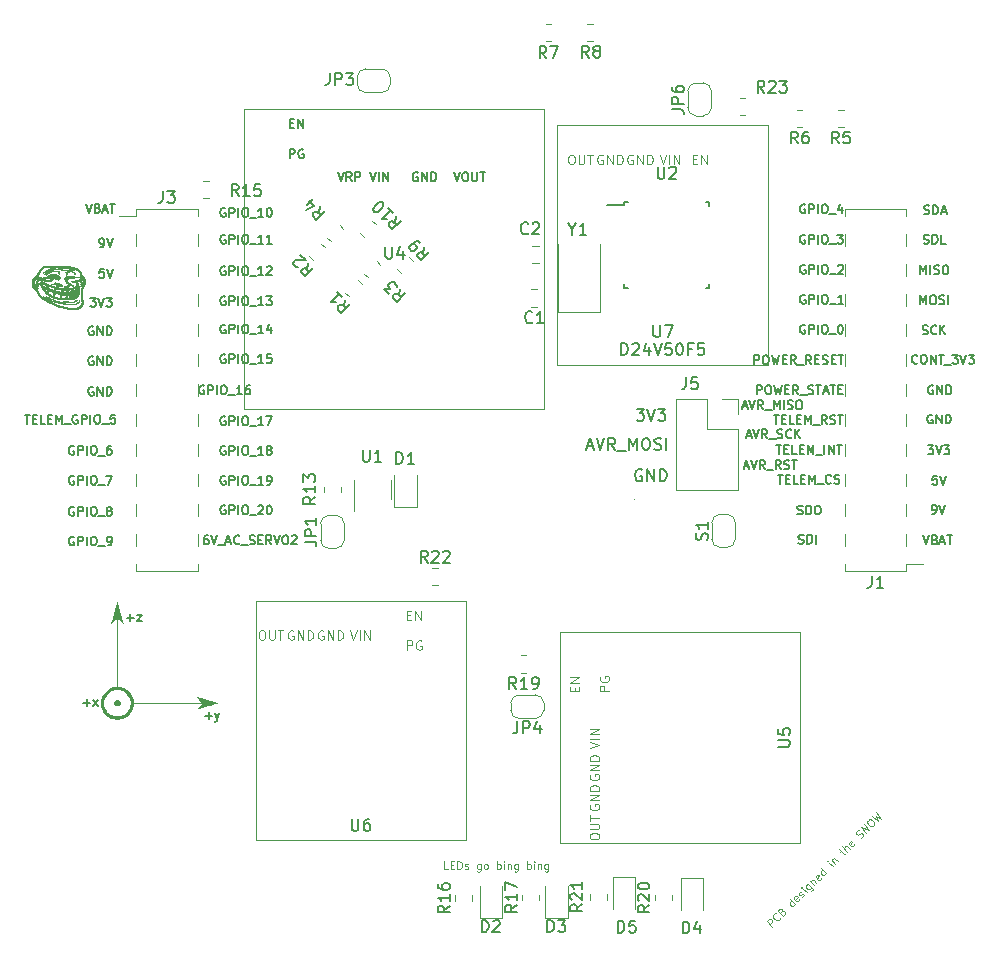
<source format=gbr>
%TF.GenerationSoftware,KiCad,Pcbnew,6.0.1*%
%TF.CreationDate,2022-02-08T14:41:30-06:00*%
%TF.ProjectId,POWER,504f5745-522e-46b6-9963-61645f706362,rev?*%
%TF.SameCoordinates,Original*%
%TF.FileFunction,Legend,Top*%
%TF.FilePolarity,Positive*%
%FSLAX46Y46*%
G04 Gerber Fmt 4.6, Leading zero omitted, Abs format (unit mm)*
G04 Created by KiCad (PCBNEW 6.0.1) date 2022-02-08 14:41:30*
%MOMM*%
%LPD*%
G01*
G04 APERTURE LIST*
%ADD10C,0.150000*%
%ADD11C,0.100000*%
%ADD12C,0.200000*%
%ADD13C,0.120000*%
%ADD14C,0.010000*%
G04 APERTURE END LIST*
D10*
X44410714Y-139253571D02*
X44982142Y-139253571D01*
X44696428Y-139539285D02*
X44696428Y-138967857D01*
X45267857Y-139039285D02*
X45660714Y-139039285D01*
X45267857Y-139539285D01*
X45660714Y-139539285D01*
X101262142Y-132973571D02*
X101369285Y-133009285D01*
X101547857Y-133009285D01*
X101619285Y-132973571D01*
X101655000Y-132937857D01*
X101690714Y-132866428D01*
X101690714Y-132795000D01*
X101655000Y-132723571D01*
X101619285Y-132687857D01*
X101547857Y-132652142D01*
X101405000Y-132616428D01*
X101333571Y-132580714D01*
X101297857Y-132545000D01*
X101262142Y-132473571D01*
X101262142Y-132402142D01*
X101297857Y-132330714D01*
X101333571Y-132295000D01*
X101405000Y-132259285D01*
X101583571Y-132259285D01*
X101690714Y-132295000D01*
X102012142Y-133009285D02*
X102012142Y-132259285D01*
X102190714Y-132259285D01*
X102297857Y-132295000D01*
X102369285Y-132366428D01*
X102405000Y-132437857D01*
X102440714Y-132580714D01*
X102440714Y-132687857D01*
X102405000Y-132830714D01*
X102369285Y-132902142D01*
X102297857Y-132973571D01*
X102190714Y-133009285D01*
X102012142Y-133009285D01*
X102762142Y-133009285D02*
X102762142Y-132259285D01*
X52733000Y-122256200D02*
X52661571Y-122220485D01*
X52554428Y-122220485D01*
X52447285Y-122256200D01*
X52375857Y-122327628D01*
X52340142Y-122399057D01*
X52304428Y-122541914D01*
X52304428Y-122649057D01*
X52340142Y-122791914D01*
X52375857Y-122863342D01*
X52447285Y-122934771D01*
X52554428Y-122970485D01*
X52625857Y-122970485D01*
X52733000Y-122934771D01*
X52768714Y-122899057D01*
X52768714Y-122649057D01*
X52625857Y-122649057D01*
X53090142Y-122970485D02*
X53090142Y-122220485D01*
X53375857Y-122220485D01*
X53447285Y-122256200D01*
X53483000Y-122291914D01*
X53518714Y-122363342D01*
X53518714Y-122470485D01*
X53483000Y-122541914D01*
X53447285Y-122577628D01*
X53375857Y-122613342D01*
X53090142Y-122613342D01*
X53840142Y-122970485D02*
X53840142Y-122220485D01*
X54340142Y-122220485D02*
X54483000Y-122220485D01*
X54554428Y-122256200D01*
X54625857Y-122327628D01*
X54661571Y-122470485D01*
X54661571Y-122720485D01*
X54625857Y-122863342D01*
X54554428Y-122934771D01*
X54483000Y-122970485D01*
X54340142Y-122970485D01*
X54268714Y-122934771D01*
X54197285Y-122863342D01*
X54161571Y-122720485D01*
X54161571Y-122470485D01*
X54197285Y-122327628D01*
X54268714Y-122256200D01*
X54340142Y-122220485D01*
X54804428Y-123041914D02*
X55375857Y-123041914D01*
X55947285Y-122970485D02*
X55518714Y-122970485D01*
X55733000Y-122970485D02*
X55733000Y-122220485D01*
X55661571Y-122327628D01*
X55590142Y-122399057D01*
X55518714Y-122434771D01*
X56197285Y-122220485D02*
X56697285Y-122220485D01*
X56375857Y-122970485D01*
D11*
X99039842Y-165446003D02*
X98580222Y-164986384D01*
X98755316Y-164811291D01*
X98820975Y-164789404D01*
X98864749Y-164789404D01*
X98930409Y-164811291D01*
X98996069Y-164876951D01*
X99017955Y-164942611D01*
X99017955Y-164986384D01*
X98996069Y-165052044D01*
X98820975Y-165227137D01*
X99718328Y-164679971D02*
X99718328Y-164723744D01*
X99674554Y-164811291D01*
X99630781Y-164855064D01*
X99543235Y-164898837D01*
X99455688Y-164898837D01*
X99390028Y-164876951D01*
X99280595Y-164811291D01*
X99214935Y-164745631D01*
X99149275Y-164636198D01*
X99127388Y-164570538D01*
X99127388Y-164482991D01*
X99171162Y-164395445D01*
X99214935Y-164351671D01*
X99302482Y-164307898D01*
X99346255Y-164307898D01*
X99871534Y-164132805D02*
X99959081Y-164089032D01*
X100002854Y-164089032D01*
X100068514Y-164110918D01*
X100134174Y-164176578D01*
X100156060Y-164242238D01*
X100156060Y-164286011D01*
X100134174Y-164351671D01*
X99959081Y-164526764D01*
X99499461Y-164067145D01*
X99652668Y-163913939D01*
X99718328Y-163892052D01*
X99762101Y-163892052D01*
X99827761Y-163913939D01*
X99871534Y-163957712D01*
X99893421Y-164023372D01*
X99893421Y-164067145D01*
X99871534Y-164132805D01*
X99718328Y-164286011D01*
X100965866Y-163519979D02*
X100506247Y-163060360D01*
X100943979Y-163498092D02*
X100922093Y-163563752D01*
X100834546Y-163651299D01*
X100768886Y-163673186D01*
X100725113Y-163673186D01*
X100659453Y-163651299D01*
X100528133Y-163519979D01*
X100506247Y-163454319D01*
X100506247Y-163410546D01*
X100528133Y-163344886D01*
X100615680Y-163257339D01*
X100681340Y-163235453D01*
X101337939Y-163104133D02*
X101316052Y-163169793D01*
X101228506Y-163257339D01*
X101162846Y-163279226D01*
X101097186Y-163257339D01*
X100922093Y-163082246D01*
X100900206Y-163016586D01*
X100922093Y-162950926D01*
X101009639Y-162863380D01*
X101075299Y-162841493D01*
X101140959Y-162863380D01*
X101184732Y-162907153D01*
X101009639Y-163169793D01*
X101534919Y-162907153D02*
X101600579Y-162885267D01*
X101688125Y-162797720D01*
X101710012Y-162732060D01*
X101688125Y-162666400D01*
X101666238Y-162644514D01*
X101600579Y-162622627D01*
X101534919Y-162644514D01*
X101469259Y-162710173D01*
X101403599Y-162732060D01*
X101337939Y-162710173D01*
X101316052Y-162688287D01*
X101294166Y-162622627D01*
X101316052Y-162556967D01*
X101381712Y-162491307D01*
X101447372Y-162469420D01*
X101950765Y-162535080D02*
X101644352Y-162228667D01*
X101491145Y-162075461D02*
X101491145Y-162119234D01*
X101534919Y-162119234D01*
X101534919Y-162075461D01*
X101491145Y-162075461D01*
X101534919Y-162119234D01*
X102060198Y-161812821D02*
X102432271Y-162184894D01*
X102454157Y-162250554D01*
X102454157Y-162294327D01*
X102432271Y-162359987D01*
X102366611Y-162425647D01*
X102300951Y-162447534D01*
X102344724Y-162097348D02*
X102322838Y-162163008D01*
X102235291Y-162250554D01*
X102169631Y-162272441D01*
X102125858Y-162272441D01*
X102060198Y-162250554D01*
X101928878Y-162119234D01*
X101906991Y-162053574D01*
X101906991Y-162009801D01*
X101928878Y-161944141D01*
X102016425Y-161856595D01*
X102082085Y-161834708D01*
X102279064Y-161593955D02*
X102585477Y-161900368D01*
X102322838Y-161637728D02*
X102322838Y-161593955D01*
X102344724Y-161528295D01*
X102410384Y-161462635D01*
X102476044Y-161440748D01*
X102541704Y-161462635D01*
X102782457Y-161703388D01*
X103154530Y-161287542D02*
X103132643Y-161353202D01*
X103045097Y-161440748D01*
X102979437Y-161462635D01*
X102913777Y-161440748D01*
X102738684Y-161265655D01*
X102716797Y-161199995D01*
X102738684Y-161134336D01*
X102826230Y-161046789D01*
X102891890Y-161024902D01*
X102957550Y-161046789D01*
X103001323Y-161090562D01*
X102826230Y-161353202D01*
X103592263Y-160893582D02*
X103132643Y-160433963D01*
X103570376Y-160871696D02*
X103548489Y-160937356D01*
X103460943Y-161024902D01*
X103395283Y-161046789D01*
X103351510Y-161046789D01*
X103285850Y-161024902D01*
X103154530Y-160893582D01*
X103132643Y-160827923D01*
X103132643Y-160784149D01*
X103154530Y-160718489D01*
X103242076Y-160630943D01*
X103307736Y-160609056D01*
X104161315Y-160324530D02*
X103854902Y-160018117D01*
X103701696Y-159864910D02*
X103701696Y-159908684D01*
X103745469Y-159908684D01*
X103745469Y-159864910D01*
X103701696Y-159864910D01*
X103745469Y-159908684D01*
X104073769Y-159799251D02*
X104380182Y-160105663D01*
X104117542Y-159843024D02*
X104117542Y-159799251D01*
X104139429Y-159733591D01*
X104205089Y-159667931D01*
X104270748Y-159646044D01*
X104336408Y-159667931D01*
X104577161Y-159908684D01*
X104774141Y-159098878D02*
X104949234Y-158923785D01*
X104686595Y-158880012D02*
X105080554Y-159273971D01*
X105146214Y-159295858D01*
X105211874Y-159273971D01*
X105255647Y-159230198D01*
X105408854Y-159076991D02*
X104949234Y-158617372D01*
X105605833Y-158880012D02*
X105365080Y-158639259D01*
X105299420Y-158617372D01*
X105233761Y-158639259D01*
X105168101Y-158704919D01*
X105146214Y-158770579D01*
X105146214Y-158814352D01*
X105977906Y-158464166D02*
X105956020Y-158529826D01*
X105868473Y-158617372D01*
X105802813Y-158639259D01*
X105737153Y-158617372D01*
X105562060Y-158442279D01*
X105540173Y-158376619D01*
X105562060Y-158310959D01*
X105649607Y-158223413D01*
X105715267Y-158201526D01*
X105780926Y-158223413D01*
X105824700Y-158267186D01*
X105649607Y-158529826D01*
X106525072Y-157917000D02*
X106612619Y-157873226D01*
X106722052Y-157763793D01*
X106743939Y-157698133D01*
X106743939Y-157654360D01*
X106722052Y-157588700D01*
X106678279Y-157544927D01*
X106612619Y-157523040D01*
X106568845Y-157523040D01*
X106503186Y-157544927D01*
X106393752Y-157610587D01*
X106328092Y-157632473D01*
X106284319Y-157632473D01*
X106218659Y-157610587D01*
X106174886Y-157566813D01*
X106152999Y-157501154D01*
X106152999Y-157457380D01*
X106174886Y-157391720D01*
X106284319Y-157282287D01*
X106371866Y-157238514D01*
X107006578Y-157479267D02*
X106546959Y-157019647D01*
X107269218Y-157216627D01*
X106809599Y-156757008D01*
X107116011Y-156450595D02*
X107203558Y-156363048D01*
X107269218Y-156341162D01*
X107356764Y-156341162D01*
X107466198Y-156406822D01*
X107619404Y-156560028D01*
X107685064Y-156669461D01*
X107685064Y-156757008D01*
X107663177Y-156822668D01*
X107575631Y-156910214D01*
X107509971Y-156932101D01*
X107422424Y-156932101D01*
X107312991Y-156866441D01*
X107159785Y-156713235D01*
X107094125Y-156603801D01*
X107094125Y-156516255D01*
X107116011Y-156450595D01*
X107466198Y-156100409D02*
X108035250Y-156450595D01*
X107794497Y-156034749D01*
X108210343Y-156275502D01*
X107860157Y-155706449D01*
D10*
X41304285Y-112189285D02*
X41768571Y-112189285D01*
X41518571Y-112475000D01*
X41625714Y-112475000D01*
X41697142Y-112510714D01*
X41732857Y-112546428D01*
X41768571Y-112617857D01*
X41768571Y-112796428D01*
X41732857Y-112867857D01*
X41697142Y-112903571D01*
X41625714Y-112939285D01*
X41411428Y-112939285D01*
X41339999Y-112903571D01*
X41304285Y-112867857D01*
X41982857Y-112189285D02*
X42232857Y-112939285D01*
X42482857Y-112189285D01*
X42661428Y-112189285D02*
X43125714Y-112189285D01*
X42875714Y-112475000D01*
X42982857Y-112475000D01*
X43054285Y-112510714D01*
X43089999Y-112546428D01*
X43125714Y-112617857D01*
X43125714Y-112796428D01*
X43089999Y-112867857D01*
X43054285Y-112903571D01*
X42982857Y-112939285D01*
X42768571Y-112939285D01*
X42697142Y-112903571D01*
X42661428Y-112867857D01*
X51249314Y-132304285D02*
X51106457Y-132304285D01*
X51035028Y-132340000D01*
X50999314Y-132375714D01*
X50927885Y-132482857D01*
X50892171Y-132625714D01*
X50892171Y-132911428D01*
X50927885Y-132982857D01*
X50963600Y-133018571D01*
X51035028Y-133054285D01*
X51177885Y-133054285D01*
X51249314Y-133018571D01*
X51285028Y-132982857D01*
X51320742Y-132911428D01*
X51320742Y-132732857D01*
X51285028Y-132661428D01*
X51249314Y-132625714D01*
X51177885Y-132590000D01*
X51035028Y-132590000D01*
X50963600Y-132625714D01*
X50927885Y-132661428D01*
X50892171Y-132732857D01*
X51535028Y-132304285D02*
X51785028Y-133054285D01*
X52035028Y-132304285D01*
X52106457Y-133125714D02*
X52677885Y-133125714D01*
X52820742Y-132840000D02*
X53177885Y-132840000D01*
X52749314Y-133054285D02*
X52999314Y-132304285D01*
X53249314Y-133054285D01*
X53927885Y-132982857D02*
X53892171Y-133018571D01*
X53785028Y-133054285D01*
X53713600Y-133054285D01*
X53606457Y-133018571D01*
X53535028Y-132947142D01*
X53499314Y-132875714D01*
X53463600Y-132732857D01*
X53463600Y-132625714D01*
X53499314Y-132482857D01*
X53535028Y-132411428D01*
X53606457Y-132340000D01*
X53713600Y-132304285D01*
X53785028Y-132304285D01*
X53892171Y-132340000D01*
X53927885Y-132375714D01*
X54070742Y-133125714D02*
X54642171Y-133125714D01*
X54785028Y-133018571D02*
X54892171Y-133054285D01*
X55070742Y-133054285D01*
X55142171Y-133018571D01*
X55177885Y-132982857D01*
X55213600Y-132911428D01*
X55213600Y-132840000D01*
X55177885Y-132768571D01*
X55142171Y-132732857D01*
X55070742Y-132697142D01*
X54927885Y-132661428D01*
X54856457Y-132625714D01*
X54820742Y-132590000D01*
X54785028Y-132518571D01*
X54785028Y-132447142D01*
X54820742Y-132375714D01*
X54856457Y-132340000D01*
X54927885Y-132304285D01*
X55106457Y-132304285D01*
X55213600Y-132340000D01*
X55535028Y-132661428D02*
X55785028Y-132661428D01*
X55892171Y-133054285D02*
X55535028Y-133054285D01*
X55535028Y-132304285D01*
X55892171Y-132304285D01*
X56642171Y-133054285D02*
X56392171Y-132697142D01*
X56213600Y-133054285D02*
X56213600Y-132304285D01*
X56499314Y-132304285D01*
X56570742Y-132340000D01*
X56606457Y-132375714D01*
X56642171Y-132447142D01*
X56642171Y-132554285D01*
X56606457Y-132625714D01*
X56570742Y-132661428D01*
X56499314Y-132697142D01*
X56213600Y-132697142D01*
X56856457Y-132304285D02*
X57106457Y-133054285D01*
X57356457Y-132304285D01*
X57749314Y-132304285D02*
X57892171Y-132304285D01*
X57963600Y-132340000D01*
X58035028Y-132411428D01*
X58070742Y-132554285D01*
X58070742Y-132804285D01*
X58035028Y-132947142D01*
X57963600Y-133018571D01*
X57892171Y-133054285D01*
X57749314Y-133054285D01*
X57677885Y-133018571D01*
X57606457Y-132947142D01*
X57570742Y-132804285D01*
X57570742Y-132554285D01*
X57606457Y-132411428D01*
X57677885Y-132340000D01*
X57749314Y-132304285D01*
X58356457Y-132375714D02*
X58392171Y-132340000D01*
X58463600Y-132304285D01*
X58642171Y-132304285D01*
X58713600Y-132340000D01*
X58749314Y-132375714D01*
X58785028Y-132447142D01*
X58785028Y-132518571D01*
X58749314Y-132625714D01*
X58320742Y-133054285D01*
X58785028Y-133054285D01*
X112588571Y-122105000D02*
X112517142Y-122069285D01*
X112410000Y-122069285D01*
X112302857Y-122105000D01*
X112231428Y-122176428D01*
X112195714Y-122247857D01*
X112160000Y-122390714D01*
X112160000Y-122497857D01*
X112195714Y-122640714D01*
X112231428Y-122712142D01*
X112302857Y-122783571D01*
X112410000Y-122819285D01*
X112481428Y-122819285D01*
X112588571Y-122783571D01*
X112624285Y-122747857D01*
X112624285Y-122497857D01*
X112481428Y-122497857D01*
X112945714Y-122819285D02*
X112945714Y-122069285D01*
X113374285Y-122819285D01*
X113374285Y-122069285D01*
X113731428Y-122819285D02*
X113731428Y-122069285D01*
X113910000Y-122069285D01*
X114017142Y-122105000D01*
X114088571Y-122176428D01*
X114124285Y-122247857D01*
X114160000Y-122390714D01*
X114160000Y-122497857D01*
X114124285Y-122640714D01*
X114088571Y-122712142D01*
X114017142Y-122783571D01*
X113910000Y-122819285D01*
X113731428Y-122819285D01*
X41554286Y-114635000D02*
X41482857Y-114599285D01*
X41375715Y-114599285D01*
X41268572Y-114635000D01*
X41197143Y-114706428D01*
X41161429Y-114777857D01*
X41125715Y-114920714D01*
X41125715Y-115027857D01*
X41161429Y-115170714D01*
X41197143Y-115242142D01*
X41268572Y-115313571D01*
X41375715Y-115349285D01*
X41447143Y-115349285D01*
X41554286Y-115313571D01*
X41590000Y-115277857D01*
X41590000Y-115027857D01*
X41447143Y-115027857D01*
X41911429Y-115349285D02*
X41911429Y-114599285D01*
X42340000Y-115349285D01*
X42340000Y-114599285D01*
X42697143Y-115349285D02*
X42697143Y-114599285D01*
X42875715Y-114599285D01*
X42982857Y-114635000D01*
X43054286Y-114706428D01*
X43090000Y-114777857D01*
X43125715Y-114920714D01*
X43125715Y-115027857D01*
X43090000Y-115170714D01*
X43054286Y-115242142D01*
X42982857Y-115313571D01*
X42875715Y-115349285D01*
X42697143Y-115349285D01*
X111857142Y-107573571D02*
X111964285Y-107609285D01*
X112142857Y-107609285D01*
X112214285Y-107573571D01*
X112250000Y-107537857D01*
X112285714Y-107466428D01*
X112285714Y-107395000D01*
X112250000Y-107323571D01*
X112214285Y-107287857D01*
X112142857Y-107252142D01*
X112000000Y-107216428D01*
X111928571Y-107180714D01*
X111892857Y-107145000D01*
X111857142Y-107073571D01*
X111857142Y-107002142D01*
X111892857Y-106930714D01*
X111928571Y-106895000D01*
X112000000Y-106859285D01*
X112178571Y-106859285D01*
X112285714Y-106895000D01*
X112607142Y-107609285D02*
X112607142Y-106859285D01*
X112785714Y-106859285D01*
X112892857Y-106895000D01*
X112964285Y-106966428D01*
X113000000Y-107037857D01*
X113035714Y-107180714D01*
X113035714Y-107287857D01*
X113000000Y-107430714D01*
X112964285Y-107502142D01*
X112892857Y-107573571D01*
X112785714Y-107609285D01*
X112607142Y-107609285D01*
X113714285Y-107609285D02*
X113357142Y-107609285D01*
X113357142Y-106859285D01*
X101177857Y-130493571D02*
X101285000Y-130529285D01*
X101463571Y-130529285D01*
X101535000Y-130493571D01*
X101570714Y-130457857D01*
X101606428Y-130386428D01*
X101606428Y-130315000D01*
X101570714Y-130243571D01*
X101535000Y-130207857D01*
X101463571Y-130172142D01*
X101320714Y-130136428D01*
X101249285Y-130100714D01*
X101213571Y-130065000D01*
X101177857Y-129993571D01*
X101177857Y-129922142D01*
X101213571Y-129850714D01*
X101249285Y-129815000D01*
X101320714Y-129779285D01*
X101499285Y-129779285D01*
X101606428Y-129815000D01*
X101927857Y-130529285D02*
X101927857Y-129779285D01*
X102106428Y-129779285D01*
X102213571Y-129815000D01*
X102285000Y-129886428D01*
X102320714Y-129957857D01*
X102356428Y-130100714D01*
X102356428Y-130207857D01*
X102320714Y-130350714D01*
X102285000Y-130422142D01*
X102213571Y-130493571D01*
X102106428Y-130529285D01*
X101927857Y-130529285D01*
X102820714Y-129779285D02*
X102963571Y-129779285D01*
X103035000Y-129815000D01*
X103106428Y-129886428D01*
X103142142Y-130029285D01*
X103142142Y-130279285D01*
X103106428Y-130422142D01*
X103035000Y-130493571D01*
X102963571Y-130529285D01*
X102820714Y-130529285D01*
X102749285Y-130493571D01*
X102677857Y-130422142D01*
X102642142Y-130279285D01*
X102642142Y-130029285D01*
X102677857Y-129886428D01*
X102749285Y-129815000D01*
X102820714Y-129779285D01*
D12*
X87561904Y-121592380D02*
X88180952Y-121592380D01*
X87847619Y-121973333D01*
X87990476Y-121973333D01*
X88085714Y-122020952D01*
X88133333Y-122068571D01*
X88180952Y-122163809D01*
X88180952Y-122401904D01*
X88133333Y-122497142D01*
X88085714Y-122544761D01*
X87990476Y-122592380D01*
X87704761Y-122592380D01*
X87609523Y-122544761D01*
X87561904Y-122497142D01*
X88466666Y-121592380D02*
X88800000Y-122592380D01*
X89133333Y-121592380D01*
X89371428Y-121592380D02*
X89990476Y-121592380D01*
X89657142Y-121973333D01*
X89800000Y-121973333D01*
X89895238Y-122020952D01*
X89942857Y-122068571D01*
X89990476Y-122163809D01*
X89990476Y-122401904D01*
X89942857Y-122497142D01*
X89895238Y-122544761D01*
X89800000Y-122592380D01*
X89514285Y-122592380D01*
X89419047Y-122544761D01*
X89371428Y-122497142D01*
D10*
X96872142Y-123865000D02*
X97229285Y-123865000D01*
X96800714Y-124079285D02*
X97050714Y-123329285D01*
X97300714Y-124079285D01*
X97443571Y-123329285D02*
X97693571Y-124079285D01*
X97943571Y-123329285D01*
X98622142Y-124079285D02*
X98372142Y-123722142D01*
X98193571Y-124079285D02*
X98193571Y-123329285D01*
X98479285Y-123329285D01*
X98550714Y-123365000D01*
X98586428Y-123400714D01*
X98622142Y-123472142D01*
X98622142Y-123579285D01*
X98586428Y-123650714D01*
X98550714Y-123686428D01*
X98479285Y-123722142D01*
X98193571Y-123722142D01*
X98765000Y-124150714D02*
X99336428Y-124150714D01*
X99479285Y-124043571D02*
X99586428Y-124079285D01*
X99765000Y-124079285D01*
X99836428Y-124043571D01*
X99872142Y-124007857D01*
X99907857Y-123936428D01*
X99907857Y-123865000D01*
X99872142Y-123793571D01*
X99836428Y-123757857D01*
X99765000Y-123722142D01*
X99622142Y-123686428D01*
X99550714Y-123650714D01*
X99515000Y-123615000D01*
X99479285Y-123543571D01*
X99479285Y-123472142D01*
X99515000Y-123400714D01*
X99550714Y-123365000D01*
X99622142Y-123329285D01*
X99800714Y-123329285D01*
X99907857Y-123365000D01*
X100657857Y-124007857D02*
X100622142Y-124043571D01*
X100515000Y-124079285D01*
X100443571Y-124079285D01*
X100336428Y-124043571D01*
X100265000Y-123972142D01*
X100229285Y-123900714D01*
X100193571Y-123757857D01*
X100193571Y-123650714D01*
X100229285Y-123507857D01*
X100265000Y-123436428D01*
X100336428Y-123365000D01*
X100443571Y-123329285D01*
X100515000Y-123329285D01*
X100622142Y-123365000D01*
X100657857Y-123400714D01*
X100979285Y-124079285D02*
X100979285Y-123329285D01*
X101407857Y-124079285D02*
X101086428Y-123650714D01*
X101407857Y-123329285D02*
X100979285Y-123757857D01*
X111571428Y-110169285D02*
X111571428Y-109419285D01*
X111821428Y-109955000D01*
X112071428Y-109419285D01*
X112071428Y-110169285D01*
X112428571Y-110169285D02*
X112428571Y-109419285D01*
X112750000Y-110133571D02*
X112857142Y-110169285D01*
X113035714Y-110169285D01*
X113107142Y-110133571D01*
X113142857Y-110097857D01*
X113178571Y-110026428D01*
X113178571Y-109955000D01*
X113142857Y-109883571D01*
X113107142Y-109847857D01*
X113035714Y-109812142D01*
X112892857Y-109776428D01*
X112821428Y-109740714D01*
X112785714Y-109705000D01*
X112750000Y-109633571D01*
X112750000Y-109562142D01*
X112785714Y-109490714D01*
X112821428Y-109455000D01*
X112892857Y-109419285D01*
X113071428Y-109419285D01*
X113178571Y-109455000D01*
X113642857Y-109419285D02*
X113785714Y-109419285D01*
X113857142Y-109455000D01*
X113928571Y-109526428D01*
X113964285Y-109669285D01*
X113964285Y-109919285D01*
X113928571Y-110062142D01*
X113857142Y-110133571D01*
X113785714Y-110169285D01*
X113642857Y-110169285D01*
X113571428Y-110133571D01*
X113500000Y-110062142D01*
X113464285Y-109919285D01*
X113464285Y-109669285D01*
X113500000Y-109526428D01*
X113571428Y-109455000D01*
X113642857Y-109419285D01*
X99392142Y-124669285D02*
X99820714Y-124669285D01*
X99606428Y-125419285D02*
X99606428Y-124669285D01*
X100070714Y-125026428D02*
X100320714Y-125026428D01*
X100427857Y-125419285D02*
X100070714Y-125419285D01*
X100070714Y-124669285D01*
X100427857Y-124669285D01*
X101106428Y-125419285D02*
X100749285Y-125419285D01*
X100749285Y-124669285D01*
X101356428Y-125026428D02*
X101606428Y-125026428D01*
X101713571Y-125419285D02*
X101356428Y-125419285D01*
X101356428Y-124669285D01*
X101713571Y-124669285D01*
X102035000Y-125419285D02*
X102035000Y-124669285D01*
X102285000Y-125205000D01*
X102535000Y-124669285D01*
X102535000Y-125419285D01*
X102713571Y-125490714D02*
X103285000Y-125490714D01*
X103463571Y-125419285D02*
X103463571Y-124669285D01*
X103820714Y-125419285D02*
X103820714Y-124669285D01*
X104249285Y-125419285D01*
X104249285Y-124669285D01*
X104499285Y-124669285D02*
X104927857Y-124669285D01*
X104713571Y-125419285D02*
X104713571Y-124669285D01*
X52733000Y-112096200D02*
X52661571Y-112060485D01*
X52554428Y-112060485D01*
X52447285Y-112096200D01*
X52375857Y-112167628D01*
X52340142Y-112239057D01*
X52304428Y-112381914D01*
X52304428Y-112489057D01*
X52340142Y-112631914D01*
X52375857Y-112703342D01*
X52447285Y-112774771D01*
X52554428Y-112810485D01*
X52625857Y-112810485D01*
X52733000Y-112774771D01*
X52768714Y-112739057D01*
X52768714Y-112489057D01*
X52625857Y-112489057D01*
X53090142Y-112810485D02*
X53090142Y-112060485D01*
X53375857Y-112060485D01*
X53447285Y-112096200D01*
X53483000Y-112131914D01*
X53518714Y-112203342D01*
X53518714Y-112310485D01*
X53483000Y-112381914D01*
X53447285Y-112417628D01*
X53375857Y-112453342D01*
X53090142Y-112453342D01*
X53840142Y-112810485D02*
X53840142Y-112060485D01*
X54340142Y-112060485D02*
X54483000Y-112060485D01*
X54554428Y-112096200D01*
X54625857Y-112167628D01*
X54661571Y-112310485D01*
X54661571Y-112560485D01*
X54625857Y-112703342D01*
X54554428Y-112774771D01*
X54483000Y-112810485D01*
X54340142Y-112810485D01*
X54268714Y-112774771D01*
X54197285Y-112703342D01*
X54161571Y-112560485D01*
X54161571Y-112310485D01*
X54197285Y-112167628D01*
X54268714Y-112096200D01*
X54340142Y-112060485D01*
X54804428Y-112881914D02*
X55375857Y-112881914D01*
X55947285Y-112810485D02*
X55518714Y-112810485D01*
X55733000Y-112810485D02*
X55733000Y-112060485D01*
X55661571Y-112167628D01*
X55590142Y-112239057D01*
X55518714Y-112274771D01*
X56197285Y-112060485D02*
X56661571Y-112060485D01*
X56411571Y-112346200D01*
X56518714Y-112346200D01*
X56590142Y-112381914D01*
X56625857Y-112417628D01*
X56661571Y-112489057D01*
X56661571Y-112667628D01*
X56625857Y-112739057D01*
X56590142Y-112774771D01*
X56518714Y-112810485D01*
X56304428Y-112810485D01*
X56233000Y-112774771D01*
X56197285Y-112739057D01*
X112648571Y-119635000D02*
X112577142Y-119599285D01*
X112470000Y-119599285D01*
X112362857Y-119635000D01*
X112291428Y-119706428D01*
X112255714Y-119777857D01*
X112220000Y-119920714D01*
X112220000Y-120027857D01*
X112255714Y-120170714D01*
X112291428Y-120242142D01*
X112362857Y-120313571D01*
X112470000Y-120349285D01*
X112541428Y-120349285D01*
X112648571Y-120313571D01*
X112684285Y-120277857D01*
X112684285Y-120027857D01*
X112541428Y-120027857D01*
X113005714Y-120349285D02*
X113005714Y-119599285D01*
X113434285Y-120349285D01*
X113434285Y-119599285D01*
X113791428Y-120349285D02*
X113791428Y-119599285D01*
X113970000Y-119599285D01*
X114077142Y-119635000D01*
X114148571Y-119706428D01*
X114184285Y-119777857D01*
X114220000Y-119920714D01*
X114220000Y-120027857D01*
X114184285Y-120170714D01*
X114148571Y-120242142D01*
X114077142Y-120313571D01*
X113970000Y-120349285D01*
X113791428Y-120349285D01*
X52733000Y-116998400D02*
X52661571Y-116962685D01*
X52554428Y-116962685D01*
X52447285Y-116998400D01*
X52375857Y-117069828D01*
X52340142Y-117141257D01*
X52304428Y-117284114D01*
X52304428Y-117391257D01*
X52340142Y-117534114D01*
X52375857Y-117605542D01*
X52447285Y-117676971D01*
X52554428Y-117712685D01*
X52625857Y-117712685D01*
X52733000Y-117676971D01*
X52768714Y-117641257D01*
X52768714Y-117391257D01*
X52625857Y-117391257D01*
X53090142Y-117712685D02*
X53090142Y-116962685D01*
X53375857Y-116962685D01*
X53447285Y-116998400D01*
X53483000Y-117034114D01*
X53518714Y-117105542D01*
X53518714Y-117212685D01*
X53483000Y-117284114D01*
X53447285Y-117319828D01*
X53375857Y-117355542D01*
X53090142Y-117355542D01*
X53840142Y-117712685D02*
X53840142Y-116962685D01*
X54340142Y-116962685D02*
X54483000Y-116962685D01*
X54554428Y-116998400D01*
X54625857Y-117069828D01*
X54661571Y-117212685D01*
X54661571Y-117462685D01*
X54625857Y-117605542D01*
X54554428Y-117676971D01*
X54483000Y-117712685D01*
X54340142Y-117712685D01*
X54268714Y-117676971D01*
X54197285Y-117605542D01*
X54161571Y-117462685D01*
X54161571Y-117212685D01*
X54197285Y-117069828D01*
X54268714Y-116998400D01*
X54340142Y-116962685D01*
X54804428Y-117784114D02*
X55375857Y-117784114D01*
X55947285Y-117712685D02*
X55518714Y-117712685D01*
X55733000Y-117712685D02*
X55733000Y-116962685D01*
X55661571Y-117069828D01*
X55590142Y-117141257D01*
X55518714Y-117176971D01*
X56625857Y-116962685D02*
X56268714Y-116962685D01*
X56233000Y-117319828D01*
X56268714Y-117284114D01*
X56340142Y-117248400D01*
X56518714Y-117248400D01*
X56590142Y-117284114D01*
X56625857Y-117319828D01*
X56661571Y-117391257D01*
X56661571Y-117569828D01*
X56625857Y-117641257D01*
X56590142Y-117676971D01*
X56518714Y-117712685D01*
X56340142Y-117712685D01*
X56268714Y-117676971D01*
X56233000Y-117641257D01*
X111581428Y-112719285D02*
X111581428Y-111969285D01*
X111831428Y-112505000D01*
X112081428Y-111969285D01*
X112081428Y-112719285D01*
X112581428Y-111969285D02*
X112724285Y-111969285D01*
X112795714Y-112005000D01*
X112867142Y-112076428D01*
X112902857Y-112219285D01*
X112902857Y-112469285D01*
X112867142Y-112612142D01*
X112795714Y-112683571D01*
X112724285Y-112719285D01*
X112581428Y-112719285D01*
X112510000Y-112683571D01*
X112438571Y-112612142D01*
X112402857Y-112469285D01*
X112402857Y-112219285D01*
X112438571Y-112076428D01*
X112510000Y-112005000D01*
X112581428Y-111969285D01*
X113188571Y-112683571D02*
X113295714Y-112719285D01*
X113474285Y-112719285D01*
X113545714Y-112683571D01*
X113581428Y-112647857D01*
X113617142Y-112576428D01*
X113617142Y-112505000D01*
X113581428Y-112433571D01*
X113545714Y-112397857D01*
X113474285Y-112362142D01*
X113331428Y-112326428D01*
X113260000Y-112290714D01*
X113224285Y-112255000D01*
X113188571Y-112183571D01*
X113188571Y-112112142D01*
X113224285Y-112040714D01*
X113260000Y-112005000D01*
X113331428Y-111969285D01*
X113510000Y-111969285D01*
X113617142Y-112005000D01*
X113938571Y-112719285D02*
X113938571Y-111969285D01*
X39911428Y-132435000D02*
X39840000Y-132399285D01*
X39732857Y-132399285D01*
X39625714Y-132435000D01*
X39554286Y-132506428D01*
X39518571Y-132577857D01*
X39482857Y-132720714D01*
X39482857Y-132827857D01*
X39518571Y-132970714D01*
X39554286Y-133042142D01*
X39625714Y-133113571D01*
X39732857Y-133149285D01*
X39804286Y-133149285D01*
X39911428Y-133113571D01*
X39947143Y-133077857D01*
X39947143Y-132827857D01*
X39804286Y-132827857D01*
X40268571Y-133149285D02*
X40268571Y-132399285D01*
X40554286Y-132399285D01*
X40625714Y-132435000D01*
X40661428Y-132470714D01*
X40697143Y-132542142D01*
X40697143Y-132649285D01*
X40661428Y-132720714D01*
X40625714Y-132756428D01*
X40554286Y-132792142D01*
X40268571Y-132792142D01*
X41018571Y-133149285D02*
X41018571Y-132399285D01*
X41518571Y-132399285D02*
X41661428Y-132399285D01*
X41732857Y-132435000D01*
X41804286Y-132506428D01*
X41840000Y-132649285D01*
X41840000Y-132899285D01*
X41804286Y-133042142D01*
X41732857Y-133113571D01*
X41661428Y-133149285D01*
X41518571Y-133149285D01*
X41447143Y-133113571D01*
X41375714Y-133042142D01*
X41340000Y-132899285D01*
X41340000Y-132649285D01*
X41375714Y-132506428D01*
X41447143Y-132435000D01*
X41518571Y-132399285D01*
X41982857Y-133220714D02*
X42554286Y-133220714D01*
X42768571Y-133149285D02*
X42911428Y-133149285D01*
X42982857Y-133113571D01*
X43018571Y-133077857D01*
X43090000Y-132970714D01*
X43125714Y-132827857D01*
X43125714Y-132542142D01*
X43090000Y-132470714D01*
X43054286Y-132435000D01*
X42982857Y-132399285D01*
X42840000Y-132399285D01*
X42768571Y-132435000D01*
X42732857Y-132470714D01*
X42697143Y-132542142D01*
X42697143Y-132720714D01*
X42732857Y-132792142D01*
X42768571Y-132827857D01*
X42840000Y-132863571D01*
X42982857Y-132863571D01*
X43054286Y-132827857D01*
X43090000Y-132792142D01*
X43125714Y-132720714D01*
X42125714Y-107899285D02*
X42268571Y-107899285D01*
X42340000Y-107863571D01*
X42375714Y-107827857D01*
X42447142Y-107720714D01*
X42482857Y-107577857D01*
X42482857Y-107292142D01*
X42447142Y-107220714D01*
X42411428Y-107185000D01*
X42340000Y-107149285D01*
X42197142Y-107149285D01*
X42125714Y-107185000D01*
X42090000Y-107220714D01*
X42054285Y-107292142D01*
X42054285Y-107470714D01*
X42090000Y-107542142D01*
X42125714Y-107577857D01*
X42197142Y-107613571D01*
X42340000Y-107613571D01*
X42411428Y-107577857D01*
X42447142Y-107542142D01*
X42482857Y-107470714D01*
X42697142Y-107149285D02*
X42947142Y-107899285D01*
X43197142Y-107149285D01*
X112987142Y-127259285D02*
X112630000Y-127259285D01*
X112594285Y-127616428D01*
X112630000Y-127580714D01*
X112701428Y-127545000D01*
X112880000Y-127545000D01*
X112951428Y-127580714D01*
X112987142Y-127616428D01*
X113022857Y-127687857D01*
X113022857Y-127866428D01*
X112987142Y-127937857D01*
X112951428Y-127973571D01*
X112880000Y-128009285D01*
X112701428Y-128009285D01*
X112630000Y-127973571D01*
X112594285Y-127937857D01*
X113237142Y-127259285D02*
X113487142Y-128009285D01*
X113737142Y-127259285D01*
X112201428Y-124689285D02*
X112665714Y-124689285D01*
X112415714Y-124975000D01*
X112522857Y-124975000D01*
X112594285Y-125010714D01*
X112630000Y-125046428D01*
X112665714Y-125117857D01*
X112665714Y-125296428D01*
X112630000Y-125367857D01*
X112594285Y-125403571D01*
X112522857Y-125439285D01*
X112308571Y-125439285D01*
X112237142Y-125403571D01*
X112201428Y-125367857D01*
X112880000Y-124689285D02*
X113130000Y-125439285D01*
X113380000Y-124689285D01*
X113558571Y-124689285D02*
X114022857Y-124689285D01*
X113772857Y-124975000D01*
X113880000Y-124975000D01*
X113951428Y-125010714D01*
X113987142Y-125046428D01*
X114022857Y-125117857D01*
X114022857Y-125296428D01*
X113987142Y-125367857D01*
X113951428Y-125403571D01*
X113880000Y-125439285D01*
X113665714Y-125439285D01*
X113594285Y-125403571D01*
X113558571Y-125367857D01*
X50929600Y-119640000D02*
X50858171Y-119604285D01*
X50751028Y-119604285D01*
X50643885Y-119640000D01*
X50572457Y-119711428D01*
X50536742Y-119782857D01*
X50501028Y-119925714D01*
X50501028Y-120032857D01*
X50536742Y-120175714D01*
X50572457Y-120247142D01*
X50643885Y-120318571D01*
X50751028Y-120354285D01*
X50822457Y-120354285D01*
X50929600Y-120318571D01*
X50965314Y-120282857D01*
X50965314Y-120032857D01*
X50822457Y-120032857D01*
X51286742Y-120354285D02*
X51286742Y-119604285D01*
X51572457Y-119604285D01*
X51643885Y-119640000D01*
X51679600Y-119675714D01*
X51715314Y-119747142D01*
X51715314Y-119854285D01*
X51679600Y-119925714D01*
X51643885Y-119961428D01*
X51572457Y-119997142D01*
X51286742Y-119997142D01*
X52036742Y-120354285D02*
X52036742Y-119604285D01*
X52536742Y-119604285D02*
X52679600Y-119604285D01*
X52751028Y-119640000D01*
X52822457Y-119711428D01*
X52858171Y-119854285D01*
X52858171Y-120104285D01*
X52822457Y-120247142D01*
X52751028Y-120318571D01*
X52679600Y-120354285D01*
X52536742Y-120354285D01*
X52465314Y-120318571D01*
X52393885Y-120247142D01*
X52358171Y-120104285D01*
X52358171Y-119854285D01*
X52393885Y-119711428D01*
X52465314Y-119640000D01*
X52536742Y-119604285D01*
X53001028Y-120425714D02*
X53572457Y-120425714D01*
X54143885Y-120354285D02*
X53715314Y-120354285D01*
X53929600Y-120354285D02*
X53929600Y-119604285D01*
X53858171Y-119711428D01*
X53786742Y-119782857D01*
X53715314Y-119818571D01*
X54786742Y-119604285D02*
X54643885Y-119604285D01*
X54572457Y-119640000D01*
X54536742Y-119675714D01*
X54465314Y-119782857D01*
X54429600Y-119925714D01*
X54429600Y-120211428D01*
X54465314Y-120282857D01*
X54501028Y-120318571D01*
X54572457Y-120354285D01*
X54715314Y-120354285D01*
X54786742Y-120318571D01*
X54822457Y-120282857D01*
X54858171Y-120211428D01*
X54858171Y-120032857D01*
X54822457Y-119961428D01*
X54786742Y-119925714D01*
X54715314Y-119890000D01*
X54572457Y-119890000D01*
X54501028Y-119925714D01*
X54465314Y-119961428D01*
X54429600Y-120032857D01*
X41554286Y-117175000D02*
X41482857Y-117139285D01*
X41375715Y-117139285D01*
X41268572Y-117175000D01*
X41197143Y-117246428D01*
X41161429Y-117317857D01*
X41125715Y-117460714D01*
X41125715Y-117567857D01*
X41161429Y-117710714D01*
X41197143Y-117782142D01*
X41268572Y-117853571D01*
X41375715Y-117889285D01*
X41447143Y-117889285D01*
X41554286Y-117853571D01*
X41590000Y-117817857D01*
X41590000Y-117567857D01*
X41447143Y-117567857D01*
X41911429Y-117889285D02*
X41911429Y-117139285D01*
X42340000Y-117889285D01*
X42340000Y-117139285D01*
X42697143Y-117889285D02*
X42697143Y-117139285D01*
X42875715Y-117139285D01*
X42982857Y-117175000D01*
X43054286Y-117246428D01*
X43090000Y-117317857D01*
X43125715Y-117460714D01*
X43125715Y-117567857D01*
X43090000Y-117710714D01*
X43054286Y-117782142D01*
X42982857Y-117853571D01*
X42875715Y-117889285D01*
X42697143Y-117889285D01*
X40710714Y-146453571D02*
X41282142Y-146453571D01*
X40996428Y-146739285D02*
X40996428Y-146167857D01*
X41567857Y-146739285D02*
X41960714Y-146239285D01*
X41567857Y-146239285D02*
X41960714Y-146739285D01*
X111807857Y-132309285D02*
X112057857Y-133059285D01*
X112307857Y-132309285D01*
X112807857Y-132666428D02*
X112915000Y-132702142D01*
X112950714Y-132737857D01*
X112986428Y-132809285D01*
X112986428Y-132916428D01*
X112950714Y-132987857D01*
X112915000Y-133023571D01*
X112843571Y-133059285D01*
X112557857Y-133059285D01*
X112557857Y-132309285D01*
X112807857Y-132309285D01*
X112879285Y-132345000D01*
X112915000Y-132380714D01*
X112950714Y-132452142D01*
X112950714Y-132523571D01*
X112915000Y-132595000D01*
X112879285Y-132630714D01*
X112807857Y-132666428D01*
X112557857Y-132666428D01*
X113272142Y-132845000D02*
X113629285Y-132845000D01*
X113200714Y-133059285D02*
X113450714Y-132309285D01*
X113700714Y-133059285D01*
X113843571Y-132309285D02*
X114272142Y-132309285D01*
X114057857Y-133059285D02*
X114057857Y-132309285D01*
X96681428Y-126465000D02*
X97038571Y-126465000D01*
X96610000Y-126679285D02*
X96860000Y-125929285D01*
X97110000Y-126679285D01*
X97252857Y-125929285D02*
X97502857Y-126679285D01*
X97752857Y-125929285D01*
X98431428Y-126679285D02*
X98181428Y-126322142D01*
X98002857Y-126679285D02*
X98002857Y-125929285D01*
X98288571Y-125929285D01*
X98360000Y-125965000D01*
X98395714Y-126000714D01*
X98431428Y-126072142D01*
X98431428Y-126179285D01*
X98395714Y-126250714D01*
X98360000Y-126286428D01*
X98288571Y-126322142D01*
X98002857Y-126322142D01*
X98574285Y-126750714D02*
X99145714Y-126750714D01*
X99752857Y-126679285D02*
X99502857Y-126322142D01*
X99324285Y-126679285D02*
X99324285Y-125929285D01*
X99610000Y-125929285D01*
X99681428Y-125965000D01*
X99717142Y-126000714D01*
X99752857Y-126072142D01*
X99752857Y-126179285D01*
X99717142Y-126250714D01*
X99681428Y-126286428D01*
X99610000Y-126322142D01*
X99324285Y-126322142D01*
X100038571Y-126643571D02*
X100145714Y-126679285D01*
X100324285Y-126679285D01*
X100395714Y-126643571D01*
X100431428Y-126607857D01*
X100467142Y-126536428D01*
X100467142Y-126465000D01*
X100431428Y-126393571D01*
X100395714Y-126357857D01*
X100324285Y-126322142D01*
X100181428Y-126286428D01*
X100110000Y-126250714D01*
X100074285Y-126215000D01*
X100038571Y-126143571D01*
X100038571Y-126072142D01*
X100074285Y-126000714D01*
X100110000Y-125965000D01*
X100181428Y-125929285D01*
X100360000Y-125929285D01*
X100467142Y-125965000D01*
X100681428Y-125929285D02*
X101110000Y-125929285D01*
X100895714Y-126679285D02*
X100895714Y-125929285D01*
X39911428Y-124755000D02*
X39840000Y-124719285D01*
X39732857Y-124719285D01*
X39625714Y-124755000D01*
X39554286Y-124826428D01*
X39518571Y-124897857D01*
X39482857Y-125040714D01*
X39482857Y-125147857D01*
X39518571Y-125290714D01*
X39554286Y-125362142D01*
X39625714Y-125433571D01*
X39732857Y-125469285D01*
X39804286Y-125469285D01*
X39911428Y-125433571D01*
X39947143Y-125397857D01*
X39947143Y-125147857D01*
X39804286Y-125147857D01*
X40268571Y-125469285D02*
X40268571Y-124719285D01*
X40554286Y-124719285D01*
X40625714Y-124755000D01*
X40661428Y-124790714D01*
X40697143Y-124862142D01*
X40697143Y-124969285D01*
X40661428Y-125040714D01*
X40625714Y-125076428D01*
X40554286Y-125112142D01*
X40268571Y-125112142D01*
X41018571Y-125469285D02*
X41018571Y-124719285D01*
X41518571Y-124719285D02*
X41661428Y-124719285D01*
X41732857Y-124755000D01*
X41804286Y-124826428D01*
X41840000Y-124969285D01*
X41840000Y-125219285D01*
X41804286Y-125362142D01*
X41732857Y-125433571D01*
X41661428Y-125469285D01*
X41518571Y-125469285D01*
X41447143Y-125433571D01*
X41375714Y-125362142D01*
X41340000Y-125219285D01*
X41340000Y-124969285D01*
X41375714Y-124826428D01*
X41447143Y-124755000D01*
X41518571Y-124719285D01*
X41982857Y-125540714D02*
X42554286Y-125540714D01*
X43054286Y-124719285D02*
X42911428Y-124719285D01*
X42840000Y-124755000D01*
X42804286Y-124790714D01*
X42732857Y-124897857D01*
X42697143Y-125040714D01*
X42697143Y-125326428D01*
X42732857Y-125397857D01*
X42768571Y-125433571D01*
X42840000Y-125469285D01*
X42982857Y-125469285D01*
X43054286Y-125433571D01*
X43090000Y-125397857D01*
X43125714Y-125326428D01*
X43125714Y-125147857D01*
X43090000Y-125076428D01*
X43054286Y-125040714D01*
X42982857Y-125005000D01*
X42840000Y-125005000D01*
X42768571Y-125040714D01*
X42732857Y-125076428D01*
X42697143Y-125147857D01*
X101807142Y-104305000D02*
X101735714Y-104269285D01*
X101628571Y-104269285D01*
X101521428Y-104305000D01*
X101450000Y-104376428D01*
X101414285Y-104447857D01*
X101378571Y-104590714D01*
X101378571Y-104697857D01*
X101414285Y-104840714D01*
X101450000Y-104912142D01*
X101521428Y-104983571D01*
X101628571Y-105019285D01*
X101700000Y-105019285D01*
X101807142Y-104983571D01*
X101842857Y-104947857D01*
X101842857Y-104697857D01*
X101700000Y-104697857D01*
X102164285Y-105019285D02*
X102164285Y-104269285D01*
X102450000Y-104269285D01*
X102521428Y-104305000D01*
X102557142Y-104340714D01*
X102592857Y-104412142D01*
X102592857Y-104519285D01*
X102557142Y-104590714D01*
X102521428Y-104626428D01*
X102450000Y-104662142D01*
X102164285Y-104662142D01*
X102914285Y-105019285D02*
X102914285Y-104269285D01*
X103414285Y-104269285D02*
X103557142Y-104269285D01*
X103628571Y-104305000D01*
X103700000Y-104376428D01*
X103735714Y-104519285D01*
X103735714Y-104769285D01*
X103700000Y-104912142D01*
X103628571Y-104983571D01*
X103557142Y-105019285D01*
X103414285Y-105019285D01*
X103342857Y-104983571D01*
X103271428Y-104912142D01*
X103235714Y-104769285D01*
X103235714Y-104519285D01*
X103271428Y-104376428D01*
X103342857Y-104305000D01*
X103414285Y-104269285D01*
X103878571Y-105090714D02*
X104450000Y-105090714D01*
X104950000Y-104519285D02*
X104950000Y-105019285D01*
X104771428Y-104233571D02*
X104592857Y-104769285D01*
X105057142Y-104769285D01*
X101827142Y-111965000D02*
X101755714Y-111929285D01*
X101648571Y-111929285D01*
X101541428Y-111965000D01*
X101470000Y-112036428D01*
X101434285Y-112107857D01*
X101398571Y-112250714D01*
X101398571Y-112357857D01*
X101434285Y-112500714D01*
X101470000Y-112572142D01*
X101541428Y-112643571D01*
X101648571Y-112679285D01*
X101720000Y-112679285D01*
X101827142Y-112643571D01*
X101862857Y-112607857D01*
X101862857Y-112357857D01*
X101720000Y-112357857D01*
X102184285Y-112679285D02*
X102184285Y-111929285D01*
X102470000Y-111929285D01*
X102541428Y-111965000D01*
X102577142Y-112000714D01*
X102612857Y-112072142D01*
X102612857Y-112179285D01*
X102577142Y-112250714D01*
X102541428Y-112286428D01*
X102470000Y-112322142D01*
X102184285Y-112322142D01*
X102934285Y-112679285D02*
X102934285Y-111929285D01*
X103434285Y-111929285D02*
X103577142Y-111929285D01*
X103648571Y-111965000D01*
X103720000Y-112036428D01*
X103755714Y-112179285D01*
X103755714Y-112429285D01*
X103720000Y-112572142D01*
X103648571Y-112643571D01*
X103577142Y-112679285D01*
X103434285Y-112679285D01*
X103362857Y-112643571D01*
X103291428Y-112572142D01*
X103255714Y-112429285D01*
X103255714Y-112179285D01*
X103291428Y-112036428D01*
X103362857Y-111965000D01*
X103434285Y-111929285D01*
X103898571Y-112750714D02*
X104470000Y-112750714D01*
X105041428Y-112679285D02*
X104612857Y-112679285D01*
X104827142Y-112679285D02*
X104827142Y-111929285D01*
X104755714Y-112036428D01*
X104684285Y-112107857D01*
X104612857Y-112143571D01*
X97742857Y-120329285D02*
X97742857Y-119579285D01*
X98028571Y-119579285D01*
X98100000Y-119615000D01*
X98135714Y-119650714D01*
X98171428Y-119722142D01*
X98171428Y-119829285D01*
X98135714Y-119900714D01*
X98100000Y-119936428D01*
X98028571Y-119972142D01*
X97742857Y-119972142D01*
X98635714Y-119579285D02*
X98778571Y-119579285D01*
X98850000Y-119615000D01*
X98921428Y-119686428D01*
X98957142Y-119829285D01*
X98957142Y-120079285D01*
X98921428Y-120222142D01*
X98850000Y-120293571D01*
X98778571Y-120329285D01*
X98635714Y-120329285D01*
X98564285Y-120293571D01*
X98492857Y-120222142D01*
X98457142Y-120079285D01*
X98457142Y-119829285D01*
X98492857Y-119686428D01*
X98564285Y-119615000D01*
X98635714Y-119579285D01*
X99207142Y-119579285D02*
X99385714Y-120329285D01*
X99528571Y-119793571D01*
X99671428Y-120329285D01*
X99850000Y-119579285D01*
X100135714Y-119936428D02*
X100385714Y-119936428D01*
X100492857Y-120329285D02*
X100135714Y-120329285D01*
X100135714Y-119579285D01*
X100492857Y-119579285D01*
X101242857Y-120329285D02*
X100992857Y-119972142D01*
X100814285Y-120329285D02*
X100814285Y-119579285D01*
X101100000Y-119579285D01*
X101171428Y-119615000D01*
X101207142Y-119650714D01*
X101242857Y-119722142D01*
X101242857Y-119829285D01*
X101207142Y-119900714D01*
X101171428Y-119936428D01*
X101100000Y-119972142D01*
X100814285Y-119972142D01*
X101385714Y-120400714D02*
X101957142Y-120400714D01*
X102100000Y-120293571D02*
X102207142Y-120329285D01*
X102385714Y-120329285D01*
X102457142Y-120293571D01*
X102492857Y-120257857D01*
X102528571Y-120186428D01*
X102528571Y-120115000D01*
X102492857Y-120043571D01*
X102457142Y-120007857D01*
X102385714Y-119972142D01*
X102242857Y-119936428D01*
X102171428Y-119900714D01*
X102135714Y-119865000D01*
X102100000Y-119793571D01*
X102100000Y-119722142D01*
X102135714Y-119650714D01*
X102171428Y-119615000D01*
X102242857Y-119579285D01*
X102421428Y-119579285D01*
X102528571Y-119615000D01*
X102742857Y-119579285D02*
X103171428Y-119579285D01*
X102957142Y-120329285D02*
X102957142Y-119579285D01*
X103385714Y-120115000D02*
X103742857Y-120115000D01*
X103314285Y-120329285D02*
X103564285Y-119579285D01*
X103814285Y-120329285D01*
X103957142Y-119579285D02*
X104385714Y-119579285D01*
X104171428Y-120329285D02*
X104171428Y-119579285D01*
X104635714Y-119936428D02*
X104885714Y-119936428D01*
X104992857Y-120329285D02*
X104635714Y-120329285D01*
X104635714Y-119579285D01*
X104992857Y-119579285D01*
D11*
X71589285Y-160544047D02*
X71279761Y-160544047D01*
X71279761Y-159894047D01*
X71805952Y-160203571D02*
X72022619Y-160203571D01*
X72115476Y-160544047D02*
X71805952Y-160544047D01*
X71805952Y-159894047D01*
X72115476Y-159894047D01*
X72394047Y-160544047D02*
X72394047Y-159894047D01*
X72548809Y-159894047D01*
X72641666Y-159925000D01*
X72703571Y-159986904D01*
X72734523Y-160048809D01*
X72765476Y-160172619D01*
X72765476Y-160265476D01*
X72734523Y-160389285D01*
X72703571Y-160451190D01*
X72641666Y-160513095D01*
X72548809Y-160544047D01*
X72394047Y-160544047D01*
X73013095Y-160513095D02*
X73075000Y-160544047D01*
X73198809Y-160544047D01*
X73260714Y-160513095D01*
X73291666Y-160451190D01*
X73291666Y-160420238D01*
X73260714Y-160358333D01*
X73198809Y-160327380D01*
X73105952Y-160327380D01*
X73044047Y-160296428D01*
X73013095Y-160234523D01*
X73013095Y-160203571D01*
X73044047Y-160141666D01*
X73105952Y-160110714D01*
X73198809Y-160110714D01*
X73260714Y-160141666D01*
X74344047Y-160110714D02*
X74344047Y-160636904D01*
X74313095Y-160698809D01*
X74282142Y-160729761D01*
X74220238Y-160760714D01*
X74127380Y-160760714D01*
X74065476Y-160729761D01*
X74344047Y-160513095D02*
X74282142Y-160544047D01*
X74158333Y-160544047D01*
X74096428Y-160513095D01*
X74065476Y-160482142D01*
X74034523Y-160420238D01*
X74034523Y-160234523D01*
X74065476Y-160172619D01*
X74096428Y-160141666D01*
X74158333Y-160110714D01*
X74282142Y-160110714D01*
X74344047Y-160141666D01*
X74746428Y-160544047D02*
X74684523Y-160513095D01*
X74653571Y-160482142D01*
X74622619Y-160420238D01*
X74622619Y-160234523D01*
X74653571Y-160172619D01*
X74684523Y-160141666D01*
X74746428Y-160110714D01*
X74839285Y-160110714D01*
X74901190Y-160141666D01*
X74932142Y-160172619D01*
X74963095Y-160234523D01*
X74963095Y-160420238D01*
X74932142Y-160482142D01*
X74901190Y-160513095D01*
X74839285Y-160544047D01*
X74746428Y-160544047D01*
X75736904Y-160544047D02*
X75736904Y-159894047D01*
X75736904Y-160141666D02*
X75798809Y-160110714D01*
X75922619Y-160110714D01*
X75984523Y-160141666D01*
X76015476Y-160172619D01*
X76046428Y-160234523D01*
X76046428Y-160420238D01*
X76015476Y-160482142D01*
X75984523Y-160513095D01*
X75922619Y-160544047D01*
X75798809Y-160544047D01*
X75736904Y-160513095D01*
X76325000Y-160544047D02*
X76325000Y-160110714D01*
X76325000Y-159894047D02*
X76294047Y-159925000D01*
X76325000Y-159955952D01*
X76355952Y-159925000D01*
X76325000Y-159894047D01*
X76325000Y-159955952D01*
X76634523Y-160110714D02*
X76634523Y-160544047D01*
X76634523Y-160172619D02*
X76665476Y-160141666D01*
X76727380Y-160110714D01*
X76820238Y-160110714D01*
X76882142Y-160141666D01*
X76913095Y-160203571D01*
X76913095Y-160544047D01*
X77501190Y-160110714D02*
X77501190Y-160636904D01*
X77470238Y-160698809D01*
X77439285Y-160729761D01*
X77377380Y-160760714D01*
X77284523Y-160760714D01*
X77222619Y-160729761D01*
X77501190Y-160513095D02*
X77439285Y-160544047D01*
X77315476Y-160544047D01*
X77253571Y-160513095D01*
X77222619Y-160482142D01*
X77191666Y-160420238D01*
X77191666Y-160234523D01*
X77222619Y-160172619D01*
X77253571Y-160141666D01*
X77315476Y-160110714D01*
X77439285Y-160110714D01*
X77501190Y-160141666D01*
X78305952Y-160544047D02*
X78305952Y-159894047D01*
X78305952Y-160141666D02*
X78367857Y-160110714D01*
X78491666Y-160110714D01*
X78553571Y-160141666D01*
X78584523Y-160172619D01*
X78615476Y-160234523D01*
X78615476Y-160420238D01*
X78584523Y-160482142D01*
X78553571Y-160513095D01*
X78491666Y-160544047D01*
X78367857Y-160544047D01*
X78305952Y-160513095D01*
X78894047Y-160544047D02*
X78894047Y-160110714D01*
X78894047Y-159894047D02*
X78863095Y-159925000D01*
X78894047Y-159955952D01*
X78925000Y-159925000D01*
X78894047Y-159894047D01*
X78894047Y-159955952D01*
X79203571Y-160110714D02*
X79203571Y-160544047D01*
X79203571Y-160172619D02*
X79234523Y-160141666D01*
X79296428Y-160110714D01*
X79389285Y-160110714D01*
X79451190Y-160141666D01*
X79482142Y-160203571D01*
X79482142Y-160544047D01*
X80070238Y-160110714D02*
X80070238Y-160636904D01*
X80039285Y-160698809D01*
X80008333Y-160729761D01*
X79946428Y-160760714D01*
X79853571Y-160760714D01*
X79791666Y-160729761D01*
X80070238Y-160513095D02*
X80008333Y-160544047D01*
X79884523Y-160544047D01*
X79822619Y-160513095D01*
X79791666Y-160482142D01*
X79760714Y-160420238D01*
X79760714Y-160234523D01*
X79791666Y-160172619D01*
X79822619Y-160141666D01*
X79884523Y-160110714D01*
X80008333Y-160110714D01*
X80070238Y-160141666D01*
D10*
X52733000Y-104620400D02*
X52661571Y-104584685D01*
X52554428Y-104584685D01*
X52447285Y-104620400D01*
X52375857Y-104691828D01*
X52340142Y-104763257D01*
X52304428Y-104906114D01*
X52304428Y-105013257D01*
X52340142Y-105156114D01*
X52375857Y-105227542D01*
X52447285Y-105298971D01*
X52554428Y-105334685D01*
X52625857Y-105334685D01*
X52733000Y-105298971D01*
X52768714Y-105263257D01*
X52768714Y-105013257D01*
X52625857Y-105013257D01*
X53090142Y-105334685D02*
X53090142Y-104584685D01*
X53375857Y-104584685D01*
X53447285Y-104620400D01*
X53483000Y-104656114D01*
X53518714Y-104727542D01*
X53518714Y-104834685D01*
X53483000Y-104906114D01*
X53447285Y-104941828D01*
X53375857Y-104977542D01*
X53090142Y-104977542D01*
X53840142Y-105334685D02*
X53840142Y-104584685D01*
X54340142Y-104584685D02*
X54483000Y-104584685D01*
X54554428Y-104620400D01*
X54625857Y-104691828D01*
X54661571Y-104834685D01*
X54661571Y-105084685D01*
X54625857Y-105227542D01*
X54554428Y-105298971D01*
X54483000Y-105334685D01*
X54340142Y-105334685D01*
X54268714Y-105298971D01*
X54197285Y-105227542D01*
X54161571Y-105084685D01*
X54161571Y-104834685D01*
X54197285Y-104691828D01*
X54268714Y-104620400D01*
X54340142Y-104584685D01*
X54804428Y-105406114D02*
X55375857Y-105406114D01*
X55947285Y-105334685D02*
X55518714Y-105334685D01*
X55733000Y-105334685D02*
X55733000Y-104584685D01*
X55661571Y-104691828D01*
X55590142Y-104763257D01*
X55518714Y-104798971D01*
X56411571Y-104584685D02*
X56483000Y-104584685D01*
X56554428Y-104620400D01*
X56590142Y-104656114D01*
X56625857Y-104727542D01*
X56661571Y-104870400D01*
X56661571Y-105048971D01*
X56625857Y-105191828D01*
X56590142Y-105263257D01*
X56554428Y-105298971D01*
X56483000Y-105334685D01*
X56411571Y-105334685D01*
X56340142Y-105298971D01*
X56304428Y-105263257D01*
X56268714Y-105191828D01*
X56233000Y-105048971D01*
X56233000Y-104870400D01*
X56268714Y-104727542D01*
X56304428Y-104656114D01*
X56340142Y-104620400D01*
X56411571Y-104584685D01*
X99517142Y-127169285D02*
X99945714Y-127169285D01*
X99731428Y-127919285D02*
X99731428Y-127169285D01*
X100195714Y-127526428D02*
X100445714Y-127526428D01*
X100552857Y-127919285D02*
X100195714Y-127919285D01*
X100195714Y-127169285D01*
X100552857Y-127169285D01*
X101231428Y-127919285D02*
X100874285Y-127919285D01*
X100874285Y-127169285D01*
X101481428Y-127526428D02*
X101731428Y-127526428D01*
X101838571Y-127919285D02*
X101481428Y-127919285D01*
X101481428Y-127169285D01*
X101838571Y-127169285D01*
X102160000Y-127919285D02*
X102160000Y-127169285D01*
X102410000Y-127705000D01*
X102660000Y-127169285D01*
X102660000Y-127919285D01*
X102838571Y-127990714D02*
X103410000Y-127990714D01*
X104017142Y-127847857D02*
X103981428Y-127883571D01*
X103874285Y-127919285D01*
X103802857Y-127919285D01*
X103695714Y-127883571D01*
X103624285Y-127812142D01*
X103588571Y-127740714D01*
X103552857Y-127597857D01*
X103552857Y-127490714D01*
X103588571Y-127347857D01*
X103624285Y-127276428D01*
X103695714Y-127205000D01*
X103802857Y-127169285D01*
X103874285Y-127169285D01*
X103981428Y-127205000D01*
X104017142Y-127240714D01*
X104302857Y-127883571D02*
X104410000Y-127919285D01*
X104588571Y-127919285D01*
X104660000Y-127883571D01*
X104695714Y-127847857D01*
X104731428Y-127776428D01*
X104731428Y-127705000D01*
X104695714Y-127633571D01*
X104660000Y-127597857D01*
X104588571Y-127562142D01*
X104445714Y-127526428D01*
X104374285Y-127490714D01*
X104338571Y-127455000D01*
X104302857Y-127383571D01*
X104302857Y-127312142D01*
X104338571Y-127240714D01*
X104374285Y-127205000D01*
X104445714Y-127169285D01*
X104624285Y-127169285D01*
X104731428Y-127205000D01*
X101807142Y-106885000D02*
X101735714Y-106849285D01*
X101628571Y-106849285D01*
X101521428Y-106885000D01*
X101450000Y-106956428D01*
X101414285Y-107027857D01*
X101378571Y-107170714D01*
X101378571Y-107277857D01*
X101414285Y-107420714D01*
X101450000Y-107492142D01*
X101521428Y-107563571D01*
X101628571Y-107599285D01*
X101700000Y-107599285D01*
X101807142Y-107563571D01*
X101842857Y-107527857D01*
X101842857Y-107277857D01*
X101700000Y-107277857D01*
X102164285Y-107599285D02*
X102164285Y-106849285D01*
X102450000Y-106849285D01*
X102521428Y-106885000D01*
X102557142Y-106920714D01*
X102592857Y-106992142D01*
X102592857Y-107099285D01*
X102557142Y-107170714D01*
X102521428Y-107206428D01*
X102450000Y-107242142D01*
X102164285Y-107242142D01*
X102914285Y-107599285D02*
X102914285Y-106849285D01*
X103414285Y-106849285D02*
X103557142Y-106849285D01*
X103628571Y-106885000D01*
X103700000Y-106956428D01*
X103735714Y-107099285D01*
X103735714Y-107349285D01*
X103700000Y-107492142D01*
X103628571Y-107563571D01*
X103557142Y-107599285D01*
X103414285Y-107599285D01*
X103342857Y-107563571D01*
X103271428Y-107492142D01*
X103235714Y-107349285D01*
X103235714Y-107099285D01*
X103271428Y-106956428D01*
X103342857Y-106885000D01*
X103414285Y-106849285D01*
X103878571Y-107670714D02*
X104450000Y-107670714D01*
X104557142Y-106849285D02*
X105021428Y-106849285D01*
X104771428Y-107135000D01*
X104878571Y-107135000D01*
X104950000Y-107170714D01*
X104985714Y-107206428D01*
X105021428Y-107277857D01*
X105021428Y-107456428D01*
X104985714Y-107527857D01*
X104950000Y-107563571D01*
X104878571Y-107599285D01*
X104664285Y-107599285D01*
X104592857Y-107563571D01*
X104557142Y-107527857D01*
X41554286Y-119745000D02*
X41482857Y-119709285D01*
X41375715Y-119709285D01*
X41268572Y-119745000D01*
X41197143Y-119816428D01*
X41161429Y-119887857D01*
X41125715Y-120030714D01*
X41125715Y-120137857D01*
X41161429Y-120280714D01*
X41197143Y-120352142D01*
X41268572Y-120423571D01*
X41375715Y-120459285D01*
X41447143Y-120459285D01*
X41554286Y-120423571D01*
X41590000Y-120387857D01*
X41590000Y-120137857D01*
X41447143Y-120137857D01*
X41911429Y-120459285D02*
X41911429Y-119709285D01*
X42340000Y-120459285D01*
X42340000Y-119709285D01*
X42697143Y-120459285D02*
X42697143Y-119709285D01*
X42875715Y-119709285D01*
X42982857Y-119745000D01*
X43054286Y-119816428D01*
X43090000Y-119887857D01*
X43125715Y-120030714D01*
X43125715Y-120137857D01*
X43090000Y-120280714D01*
X43054286Y-120352142D01*
X42982857Y-120423571D01*
X42875715Y-120459285D01*
X42697143Y-120459285D01*
X52733000Y-127285400D02*
X52661571Y-127249685D01*
X52554428Y-127249685D01*
X52447285Y-127285400D01*
X52375857Y-127356828D01*
X52340142Y-127428257D01*
X52304428Y-127571114D01*
X52304428Y-127678257D01*
X52340142Y-127821114D01*
X52375857Y-127892542D01*
X52447285Y-127963971D01*
X52554428Y-127999685D01*
X52625857Y-127999685D01*
X52733000Y-127963971D01*
X52768714Y-127928257D01*
X52768714Y-127678257D01*
X52625857Y-127678257D01*
X53090142Y-127999685D02*
X53090142Y-127249685D01*
X53375857Y-127249685D01*
X53447285Y-127285400D01*
X53483000Y-127321114D01*
X53518714Y-127392542D01*
X53518714Y-127499685D01*
X53483000Y-127571114D01*
X53447285Y-127606828D01*
X53375857Y-127642542D01*
X53090142Y-127642542D01*
X53840142Y-127999685D02*
X53840142Y-127249685D01*
X54340142Y-127249685D02*
X54483000Y-127249685D01*
X54554428Y-127285400D01*
X54625857Y-127356828D01*
X54661571Y-127499685D01*
X54661571Y-127749685D01*
X54625857Y-127892542D01*
X54554428Y-127963971D01*
X54483000Y-127999685D01*
X54340142Y-127999685D01*
X54268714Y-127963971D01*
X54197285Y-127892542D01*
X54161571Y-127749685D01*
X54161571Y-127499685D01*
X54197285Y-127356828D01*
X54268714Y-127285400D01*
X54340142Y-127249685D01*
X54804428Y-128071114D02*
X55375857Y-128071114D01*
X55947285Y-127999685D02*
X55518714Y-127999685D01*
X55733000Y-127999685D02*
X55733000Y-127249685D01*
X55661571Y-127356828D01*
X55590142Y-127428257D01*
X55518714Y-127463971D01*
X56304428Y-127999685D02*
X56447285Y-127999685D01*
X56518714Y-127963971D01*
X56554428Y-127928257D01*
X56625857Y-127821114D01*
X56661571Y-127678257D01*
X56661571Y-127392542D01*
X56625857Y-127321114D01*
X56590142Y-127285400D01*
X56518714Y-127249685D01*
X56375857Y-127249685D01*
X56304428Y-127285400D01*
X56268714Y-127321114D01*
X56233000Y-127392542D01*
X56233000Y-127571114D01*
X56268714Y-127642542D01*
X56304428Y-127678257D01*
X56375857Y-127713971D01*
X56518714Y-127713971D01*
X56590142Y-127678257D01*
X56625857Y-127642542D01*
X56661571Y-127571114D01*
X101807142Y-114505000D02*
X101735714Y-114469285D01*
X101628571Y-114469285D01*
X101521428Y-114505000D01*
X101450000Y-114576428D01*
X101414285Y-114647857D01*
X101378571Y-114790714D01*
X101378571Y-114897857D01*
X101414285Y-115040714D01*
X101450000Y-115112142D01*
X101521428Y-115183571D01*
X101628571Y-115219285D01*
X101700000Y-115219285D01*
X101807142Y-115183571D01*
X101842857Y-115147857D01*
X101842857Y-114897857D01*
X101700000Y-114897857D01*
X102164285Y-115219285D02*
X102164285Y-114469285D01*
X102450000Y-114469285D01*
X102521428Y-114505000D01*
X102557142Y-114540714D01*
X102592857Y-114612142D01*
X102592857Y-114719285D01*
X102557142Y-114790714D01*
X102521428Y-114826428D01*
X102450000Y-114862142D01*
X102164285Y-114862142D01*
X102914285Y-115219285D02*
X102914285Y-114469285D01*
X103414285Y-114469285D02*
X103557142Y-114469285D01*
X103628571Y-114505000D01*
X103700000Y-114576428D01*
X103735714Y-114719285D01*
X103735714Y-114969285D01*
X103700000Y-115112142D01*
X103628571Y-115183571D01*
X103557142Y-115219285D01*
X103414285Y-115219285D01*
X103342857Y-115183571D01*
X103271428Y-115112142D01*
X103235714Y-114969285D01*
X103235714Y-114719285D01*
X103271428Y-114576428D01*
X103342857Y-114505000D01*
X103414285Y-114469285D01*
X103878571Y-115290714D02*
X104450000Y-115290714D01*
X104771428Y-114469285D02*
X104842857Y-114469285D01*
X104914285Y-114505000D01*
X104950000Y-114540714D01*
X104985714Y-114612142D01*
X105021428Y-114755000D01*
X105021428Y-114933571D01*
X104985714Y-115076428D01*
X104950000Y-115147857D01*
X104914285Y-115183571D01*
X104842857Y-115219285D01*
X104771428Y-115219285D01*
X104700000Y-115183571D01*
X104664285Y-115147857D01*
X104628571Y-115076428D01*
X104592857Y-114933571D01*
X104592857Y-114755000D01*
X104628571Y-114612142D01*
X104664285Y-114540714D01*
X104700000Y-114505000D01*
X104771428Y-114469285D01*
X99171428Y-122119285D02*
X99600000Y-122119285D01*
X99385714Y-122869285D02*
X99385714Y-122119285D01*
X99850000Y-122476428D02*
X100100000Y-122476428D01*
X100207142Y-122869285D02*
X99850000Y-122869285D01*
X99850000Y-122119285D01*
X100207142Y-122119285D01*
X100885714Y-122869285D02*
X100528571Y-122869285D01*
X100528571Y-122119285D01*
X101135714Y-122476428D02*
X101385714Y-122476428D01*
X101492857Y-122869285D02*
X101135714Y-122869285D01*
X101135714Y-122119285D01*
X101492857Y-122119285D01*
X101814285Y-122869285D02*
X101814285Y-122119285D01*
X102064285Y-122655000D01*
X102314285Y-122119285D01*
X102314285Y-122869285D01*
X102492857Y-122940714D02*
X103064285Y-122940714D01*
X103671428Y-122869285D02*
X103421428Y-122512142D01*
X103242857Y-122869285D02*
X103242857Y-122119285D01*
X103528571Y-122119285D01*
X103600000Y-122155000D01*
X103635714Y-122190714D01*
X103671428Y-122262142D01*
X103671428Y-122369285D01*
X103635714Y-122440714D01*
X103600000Y-122476428D01*
X103528571Y-122512142D01*
X103242857Y-122512142D01*
X103957142Y-122833571D02*
X104064285Y-122869285D01*
X104242857Y-122869285D01*
X104314285Y-122833571D01*
X104350000Y-122797857D01*
X104385714Y-122726428D01*
X104385714Y-122655000D01*
X104350000Y-122583571D01*
X104314285Y-122547857D01*
X104242857Y-122512142D01*
X104100000Y-122476428D01*
X104028571Y-122440714D01*
X103992857Y-122405000D01*
X103957142Y-122333571D01*
X103957142Y-122262142D01*
X103992857Y-122190714D01*
X104028571Y-122155000D01*
X104100000Y-122119285D01*
X104278571Y-122119285D01*
X104385714Y-122155000D01*
X104600000Y-122119285D02*
X105028571Y-122119285D01*
X104814285Y-122869285D02*
X104814285Y-122119285D01*
X52733000Y-114483800D02*
X52661571Y-114448085D01*
X52554428Y-114448085D01*
X52447285Y-114483800D01*
X52375857Y-114555228D01*
X52340142Y-114626657D01*
X52304428Y-114769514D01*
X52304428Y-114876657D01*
X52340142Y-115019514D01*
X52375857Y-115090942D01*
X52447285Y-115162371D01*
X52554428Y-115198085D01*
X52625857Y-115198085D01*
X52733000Y-115162371D01*
X52768714Y-115126657D01*
X52768714Y-114876657D01*
X52625857Y-114876657D01*
X53090142Y-115198085D02*
X53090142Y-114448085D01*
X53375857Y-114448085D01*
X53447285Y-114483800D01*
X53483000Y-114519514D01*
X53518714Y-114590942D01*
X53518714Y-114698085D01*
X53483000Y-114769514D01*
X53447285Y-114805228D01*
X53375857Y-114840942D01*
X53090142Y-114840942D01*
X53840142Y-115198085D02*
X53840142Y-114448085D01*
X54340142Y-114448085D02*
X54483000Y-114448085D01*
X54554428Y-114483800D01*
X54625857Y-114555228D01*
X54661571Y-114698085D01*
X54661571Y-114948085D01*
X54625857Y-115090942D01*
X54554428Y-115162371D01*
X54483000Y-115198085D01*
X54340142Y-115198085D01*
X54268714Y-115162371D01*
X54197285Y-115090942D01*
X54161571Y-114948085D01*
X54161571Y-114698085D01*
X54197285Y-114555228D01*
X54268714Y-114483800D01*
X54340142Y-114448085D01*
X54804428Y-115269514D02*
X55375857Y-115269514D01*
X55947285Y-115198085D02*
X55518714Y-115198085D01*
X55733000Y-115198085D02*
X55733000Y-114448085D01*
X55661571Y-114555228D01*
X55590142Y-114626657D01*
X55518714Y-114662371D01*
X56590142Y-114698085D02*
X56590142Y-115198085D01*
X56411571Y-114412371D02*
X56233000Y-114948085D01*
X56697285Y-114948085D01*
X42447142Y-109719285D02*
X42090000Y-109719285D01*
X42054285Y-110076428D01*
X42090000Y-110040714D01*
X42161428Y-110005000D01*
X42340000Y-110005000D01*
X42411428Y-110040714D01*
X42447142Y-110076428D01*
X42482857Y-110147857D01*
X42482857Y-110326428D01*
X42447142Y-110397857D01*
X42411428Y-110433571D01*
X42340000Y-110469285D01*
X42161428Y-110469285D01*
X42090000Y-110433571D01*
X42054285Y-110397857D01*
X42697142Y-109719285D02*
X42947142Y-110469285D01*
X43197142Y-109719285D01*
D12*
X83402857Y-124766666D02*
X83879047Y-124766666D01*
X83307619Y-125052380D02*
X83640952Y-124052380D01*
X83974285Y-125052380D01*
X84164761Y-124052380D02*
X84498095Y-125052380D01*
X84831428Y-124052380D01*
X85736190Y-125052380D02*
X85402857Y-124576190D01*
X85164761Y-125052380D02*
X85164761Y-124052380D01*
X85545714Y-124052380D01*
X85640952Y-124100000D01*
X85688571Y-124147619D01*
X85736190Y-124242857D01*
X85736190Y-124385714D01*
X85688571Y-124480952D01*
X85640952Y-124528571D01*
X85545714Y-124576190D01*
X85164761Y-124576190D01*
X85926666Y-125147619D02*
X86688571Y-125147619D01*
X86926666Y-125052380D02*
X86926666Y-124052380D01*
X87260000Y-124766666D01*
X87593333Y-124052380D01*
X87593333Y-125052380D01*
X88260000Y-124052380D02*
X88450476Y-124052380D01*
X88545714Y-124100000D01*
X88640952Y-124195238D01*
X88688571Y-124385714D01*
X88688571Y-124719047D01*
X88640952Y-124909523D01*
X88545714Y-125004761D01*
X88450476Y-125052380D01*
X88260000Y-125052380D01*
X88164761Y-125004761D01*
X88069523Y-124909523D01*
X88021904Y-124719047D01*
X88021904Y-124385714D01*
X88069523Y-124195238D01*
X88164761Y-124100000D01*
X88260000Y-124052380D01*
X89069523Y-125004761D02*
X89212380Y-125052380D01*
X89450476Y-125052380D01*
X89545714Y-125004761D01*
X89593333Y-124957142D01*
X89640952Y-124861904D01*
X89640952Y-124766666D01*
X89593333Y-124671428D01*
X89545714Y-124623809D01*
X89450476Y-124576190D01*
X89260000Y-124528571D01*
X89164761Y-124480952D01*
X89117142Y-124433333D01*
X89069523Y-124338095D01*
X89069523Y-124242857D01*
X89117142Y-124147619D01*
X89164761Y-124100000D01*
X89260000Y-124052380D01*
X89498095Y-124052380D01*
X89640952Y-124100000D01*
X90069523Y-125052380D02*
X90069523Y-124052380D01*
D10*
X40931857Y-104237285D02*
X41181857Y-104987285D01*
X41431857Y-104237285D01*
X41931857Y-104594428D02*
X42039000Y-104630142D01*
X42074714Y-104665857D01*
X42110428Y-104737285D01*
X42110428Y-104844428D01*
X42074714Y-104915857D01*
X42039000Y-104951571D01*
X41967571Y-104987285D01*
X41681857Y-104987285D01*
X41681857Y-104237285D01*
X41931857Y-104237285D01*
X42003285Y-104273000D01*
X42039000Y-104308714D01*
X42074714Y-104380142D01*
X42074714Y-104451571D01*
X42039000Y-104523000D01*
X42003285Y-104558714D01*
X41931857Y-104594428D01*
X41681857Y-104594428D01*
X42396142Y-104773000D02*
X42753285Y-104773000D01*
X42324714Y-104987285D02*
X42574714Y-104237285D01*
X42824714Y-104987285D01*
X42967571Y-104237285D02*
X43396142Y-104237285D01*
X43181857Y-104987285D02*
X43181857Y-104237285D01*
X97525714Y-117799285D02*
X97525714Y-117049285D01*
X97811428Y-117049285D01*
X97882857Y-117085000D01*
X97918571Y-117120714D01*
X97954285Y-117192142D01*
X97954285Y-117299285D01*
X97918571Y-117370714D01*
X97882857Y-117406428D01*
X97811428Y-117442142D01*
X97525714Y-117442142D01*
X98418571Y-117049285D02*
X98561428Y-117049285D01*
X98632857Y-117085000D01*
X98704285Y-117156428D01*
X98740000Y-117299285D01*
X98740000Y-117549285D01*
X98704285Y-117692142D01*
X98632857Y-117763571D01*
X98561428Y-117799285D01*
X98418571Y-117799285D01*
X98347142Y-117763571D01*
X98275714Y-117692142D01*
X98240000Y-117549285D01*
X98240000Y-117299285D01*
X98275714Y-117156428D01*
X98347142Y-117085000D01*
X98418571Y-117049285D01*
X98990000Y-117049285D02*
X99168571Y-117799285D01*
X99311428Y-117263571D01*
X99454285Y-117799285D01*
X99632857Y-117049285D01*
X99918571Y-117406428D02*
X100168571Y-117406428D01*
X100275714Y-117799285D02*
X99918571Y-117799285D01*
X99918571Y-117049285D01*
X100275714Y-117049285D01*
X101025714Y-117799285D02*
X100775714Y-117442142D01*
X100597142Y-117799285D02*
X100597142Y-117049285D01*
X100882857Y-117049285D01*
X100954285Y-117085000D01*
X100990000Y-117120714D01*
X101025714Y-117192142D01*
X101025714Y-117299285D01*
X100990000Y-117370714D01*
X100954285Y-117406428D01*
X100882857Y-117442142D01*
X100597142Y-117442142D01*
X101168571Y-117870714D02*
X101740000Y-117870714D01*
X102347142Y-117799285D02*
X102097142Y-117442142D01*
X101918571Y-117799285D02*
X101918571Y-117049285D01*
X102204285Y-117049285D01*
X102275714Y-117085000D01*
X102311428Y-117120714D01*
X102347142Y-117192142D01*
X102347142Y-117299285D01*
X102311428Y-117370714D01*
X102275714Y-117406428D01*
X102204285Y-117442142D01*
X101918571Y-117442142D01*
X102668571Y-117406428D02*
X102918571Y-117406428D01*
X103025714Y-117799285D02*
X102668571Y-117799285D01*
X102668571Y-117049285D01*
X103025714Y-117049285D01*
X103311428Y-117763571D02*
X103418571Y-117799285D01*
X103597142Y-117799285D01*
X103668571Y-117763571D01*
X103704285Y-117727857D01*
X103740000Y-117656428D01*
X103740000Y-117585000D01*
X103704285Y-117513571D01*
X103668571Y-117477857D01*
X103597142Y-117442142D01*
X103454285Y-117406428D01*
X103382857Y-117370714D01*
X103347142Y-117335000D01*
X103311428Y-117263571D01*
X103311428Y-117192142D01*
X103347142Y-117120714D01*
X103382857Y-117085000D01*
X103454285Y-117049285D01*
X103632857Y-117049285D01*
X103740000Y-117085000D01*
X104061428Y-117406428D02*
X104311428Y-117406428D01*
X104418571Y-117799285D02*
X104061428Y-117799285D01*
X104061428Y-117049285D01*
X104418571Y-117049285D01*
X104632857Y-117049285D02*
X105061428Y-117049285D01*
X104847142Y-117799285D02*
X104847142Y-117049285D01*
X39911428Y-127285000D02*
X39840000Y-127249285D01*
X39732857Y-127249285D01*
X39625714Y-127285000D01*
X39554286Y-127356428D01*
X39518571Y-127427857D01*
X39482857Y-127570714D01*
X39482857Y-127677857D01*
X39518571Y-127820714D01*
X39554286Y-127892142D01*
X39625714Y-127963571D01*
X39732857Y-127999285D01*
X39804286Y-127999285D01*
X39911428Y-127963571D01*
X39947143Y-127927857D01*
X39947143Y-127677857D01*
X39804286Y-127677857D01*
X40268571Y-127999285D02*
X40268571Y-127249285D01*
X40554286Y-127249285D01*
X40625714Y-127285000D01*
X40661428Y-127320714D01*
X40697143Y-127392142D01*
X40697143Y-127499285D01*
X40661428Y-127570714D01*
X40625714Y-127606428D01*
X40554286Y-127642142D01*
X40268571Y-127642142D01*
X41018571Y-127999285D02*
X41018571Y-127249285D01*
X41518571Y-127249285D02*
X41661428Y-127249285D01*
X41732857Y-127285000D01*
X41804286Y-127356428D01*
X41840000Y-127499285D01*
X41840000Y-127749285D01*
X41804286Y-127892142D01*
X41732857Y-127963571D01*
X41661428Y-127999285D01*
X41518571Y-127999285D01*
X41447143Y-127963571D01*
X41375714Y-127892142D01*
X41340000Y-127749285D01*
X41340000Y-127499285D01*
X41375714Y-127356428D01*
X41447143Y-127285000D01*
X41518571Y-127249285D01*
X41982857Y-128070714D02*
X42554286Y-128070714D01*
X42661428Y-127249285D02*
X43161428Y-127249285D01*
X42840000Y-127999285D01*
X111909285Y-105073571D02*
X112016428Y-105109285D01*
X112195000Y-105109285D01*
X112266428Y-105073571D01*
X112302142Y-105037857D01*
X112337857Y-104966428D01*
X112337857Y-104895000D01*
X112302142Y-104823571D01*
X112266428Y-104787857D01*
X112195000Y-104752142D01*
X112052142Y-104716428D01*
X111980714Y-104680714D01*
X111945000Y-104645000D01*
X111909285Y-104573571D01*
X111909285Y-104502142D01*
X111945000Y-104430714D01*
X111980714Y-104395000D01*
X112052142Y-104359285D01*
X112230714Y-104359285D01*
X112337857Y-104395000D01*
X112659285Y-105109285D02*
X112659285Y-104359285D01*
X112837857Y-104359285D01*
X112945000Y-104395000D01*
X113016428Y-104466428D01*
X113052142Y-104537857D01*
X113087857Y-104680714D01*
X113087857Y-104787857D01*
X113052142Y-104930714D01*
X113016428Y-105002142D01*
X112945000Y-105073571D01*
X112837857Y-105109285D01*
X112659285Y-105109285D01*
X113373571Y-104895000D02*
X113730714Y-104895000D01*
X113302142Y-105109285D02*
X113552142Y-104359285D01*
X113802142Y-105109285D01*
X111339285Y-117697857D02*
X111303571Y-117733571D01*
X111196428Y-117769285D01*
X111125000Y-117769285D01*
X111017857Y-117733571D01*
X110946428Y-117662142D01*
X110910714Y-117590714D01*
X110875000Y-117447857D01*
X110875000Y-117340714D01*
X110910714Y-117197857D01*
X110946428Y-117126428D01*
X111017857Y-117055000D01*
X111125000Y-117019285D01*
X111196428Y-117019285D01*
X111303571Y-117055000D01*
X111339285Y-117090714D01*
X111803571Y-117019285D02*
X111946428Y-117019285D01*
X112017857Y-117055000D01*
X112089285Y-117126428D01*
X112125000Y-117269285D01*
X112125000Y-117519285D01*
X112089285Y-117662142D01*
X112017857Y-117733571D01*
X111946428Y-117769285D01*
X111803571Y-117769285D01*
X111732142Y-117733571D01*
X111660714Y-117662142D01*
X111625000Y-117519285D01*
X111625000Y-117269285D01*
X111660714Y-117126428D01*
X111732142Y-117055000D01*
X111803571Y-117019285D01*
X112446428Y-117769285D02*
X112446428Y-117019285D01*
X112875000Y-117769285D01*
X112875000Y-117019285D01*
X113125000Y-117019285D02*
X113553571Y-117019285D01*
X113339285Y-117769285D02*
X113339285Y-117019285D01*
X113625000Y-117840714D02*
X114196428Y-117840714D01*
X114303571Y-117019285D02*
X114767857Y-117019285D01*
X114517857Y-117305000D01*
X114625000Y-117305000D01*
X114696428Y-117340714D01*
X114732142Y-117376428D01*
X114767857Y-117447857D01*
X114767857Y-117626428D01*
X114732142Y-117697857D01*
X114696428Y-117733571D01*
X114625000Y-117769285D01*
X114410714Y-117769285D01*
X114339285Y-117733571D01*
X114303571Y-117697857D01*
X114982142Y-117019285D02*
X115232142Y-117769285D01*
X115482142Y-117019285D01*
X115660714Y-117019285D02*
X116125000Y-117019285D01*
X115875000Y-117305000D01*
X115982142Y-117305000D01*
X116053571Y-117340714D01*
X116089285Y-117376428D01*
X116125000Y-117447857D01*
X116125000Y-117626428D01*
X116089285Y-117697857D01*
X116053571Y-117733571D01*
X115982142Y-117769285D01*
X115767857Y-117769285D01*
X115696428Y-117733571D01*
X115660714Y-117697857D01*
X39911428Y-129915000D02*
X39840000Y-129879285D01*
X39732857Y-129879285D01*
X39625714Y-129915000D01*
X39554286Y-129986428D01*
X39518571Y-130057857D01*
X39482857Y-130200714D01*
X39482857Y-130307857D01*
X39518571Y-130450714D01*
X39554286Y-130522142D01*
X39625714Y-130593571D01*
X39732857Y-130629285D01*
X39804286Y-130629285D01*
X39911428Y-130593571D01*
X39947143Y-130557857D01*
X39947143Y-130307857D01*
X39804286Y-130307857D01*
X40268571Y-130629285D02*
X40268571Y-129879285D01*
X40554286Y-129879285D01*
X40625714Y-129915000D01*
X40661428Y-129950714D01*
X40697143Y-130022142D01*
X40697143Y-130129285D01*
X40661428Y-130200714D01*
X40625714Y-130236428D01*
X40554286Y-130272142D01*
X40268571Y-130272142D01*
X41018571Y-130629285D02*
X41018571Y-129879285D01*
X41518571Y-129879285D02*
X41661428Y-129879285D01*
X41732857Y-129915000D01*
X41804286Y-129986428D01*
X41840000Y-130129285D01*
X41840000Y-130379285D01*
X41804286Y-130522142D01*
X41732857Y-130593571D01*
X41661428Y-130629285D01*
X41518571Y-130629285D01*
X41447143Y-130593571D01*
X41375714Y-130522142D01*
X41340000Y-130379285D01*
X41340000Y-130129285D01*
X41375714Y-129986428D01*
X41447143Y-129915000D01*
X41518571Y-129879285D01*
X41982857Y-130700714D02*
X42554286Y-130700714D01*
X42840000Y-130200714D02*
X42768571Y-130165000D01*
X42732857Y-130129285D01*
X42697143Y-130057857D01*
X42697143Y-130022142D01*
X42732857Y-129950714D01*
X42768571Y-129915000D01*
X42840000Y-129879285D01*
X42982857Y-129879285D01*
X43054286Y-129915000D01*
X43090000Y-129950714D01*
X43125714Y-130022142D01*
X43125714Y-130057857D01*
X43090000Y-130129285D01*
X43054286Y-130165000D01*
X42982857Y-130200714D01*
X42840000Y-130200714D01*
X42768571Y-130236428D01*
X42732857Y-130272142D01*
X42697143Y-130343571D01*
X42697143Y-130486428D01*
X42732857Y-130557857D01*
X42768571Y-130593571D01*
X42840000Y-130629285D01*
X42982857Y-130629285D01*
X43054286Y-130593571D01*
X43090000Y-130557857D01*
X43125714Y-130486428D01*
X43125714Y-130343571D01*
X43090000Y-130272142D01*
X43054286Y-130236428D01*
X42982857Y-130200714D01*
D12*
X87998095Y-126760000D02*
X87902857Y-126712380D01*
X87760000Y-126712380D01*
X87617142Y-126760000D01*
X87521904Y-126855238D01*
X87474285Y-126950476D01*
X87426666Y-127140952D01*
X87426666Y-127283809D01*
X87474285Y-127474285D01*
X87521904Y-127569523D01*
X87617142Y-127664761D01*
X87760000Y-127712380D01*
X87855238Y-127712380D01*
X87998095Y-127664761D01*
X88045714Y-127617142D01*
X88045714Y-127283809D01*
X87855238Y-127283809D01*
X88474285Y-127712380D02*
X88474285Y-126712380D01*
X89045714Y-127712380D01*
X89045714Y-126712380D01*
X89521904Y-127712380D02*
X89521904Y-126712380D01*
X89760000Y-126712380D01*
X89902857Y-126760000D01*
X89998095Y-126855238D01*
X90045714Y-126950476D01*
X90093333Y-127140952D01*
X90093333Y-127283809D01*
X90045714Y-127474285D01*
X89998095Y-127569523D01*
X89902857Y-127664761D01*
X89760000Y-127712380D01*
X89521904Y-127712380D01*
D10*
X35749000Y-122089285D02*
X36177571Y-122089285D01*
X35963285Y-122839285D02*
X35963285Y-122089285D01*
X36427571Y-122446428D02*
X36677571Y-122446428D01*
X36784714Y-122839285D02*
X36427571Y-122839285D01*
X36427571Y-122089285D01*
X36784714Y-122089285D01*
X37463285Y-122839285D02*
X37106142Y-122839285D01*
X37106142Y-122089285D01*
X37713285Y-122446428D02*
X37963285Y-122446428D01*
X38070428Y-122839285D02*
X37713285Y-122839285D01*
X37713285Y-122089285D01*
X38070428Y-122089285D01*
X38391857Y-122839285D02*
X38391857Y-122089285D01*
X38641857Y-122625000D01*
X38891857Y-122089285D01*
X38891857Y-122839285D01*
X39070428Y-122910714D02*
X39641857Y-122910714D01*
X40213285Y-122125000D02*
X40141857Y-122089285D01*
X40034714Y-122089285D01*
X39927571Y-122125000D01*
X39856142Y-122196428D01*
X39820428Y-122267857D01*
X39784714Y-122410714D01*
X39784714Y-122517857D01*
X39820428Y-122660714D01*
X39856142Y-122732142D01*
X39927571Y-122803571D01*
X40034714Y-122839285D01*
X40106142Y-122839285D01*
X40213285Y-122803571D01*
X40249000Y-122767857D01*
X40249000Y-122517857D01*
X40106142Y-122517857D01*
X40570428Y-122839285D02*
X40570428Y-122089285D01*
X40856142Y-122089285D01*
X40927571Y-122125000D01*
X40963285Y-122160714D01*
X40999000Y-122232142D01*
X40999000Y-122339285D01*
X40963285Y-122410714D01*
X40927571Y-122446428D01*
X40856142Y-122482142D01*
X40570428Y-122482142D01*
X41320428Y-122839285D02*
X41320428Y-122089285D01*
X41820428Y-122089285D02*
X41963285Y-122089285D01*
X42034714Y-122125000D01*
X42106142Y-122196428D01*
X42141857Y-122339285D01*
X42141857Y-122589285D01*
X42106142Y-122732142D01*
X42034714Y-122803571D01*
X41963285Y-122839285D01*
X41820428Y-122839285D01*
X41749000Y-122803571D01*
X41677571Y-122732142D01*
X41641857Y-122589285D01*
X41641857Y-122339285D01*
X41677571Y-122196428D01*
X41749000Y-122125000D01*
X41820428Y-122089285D01*
X42284714Y-122910714D02*
X42856142Y-122910714D01*
X43391857Y-122089285D02*
X43034714Y-122089285D01*
X42999000Y-122446428D01*
X43034714Y-122410714D01*
X43106142Y-122375000D01*
X43284714Y-122375000D01*
X43356142Y-122410714D01*
X43391857Y-122446428D01*
X43427571Y-122517857D01*
X43427571Y-122696428D01*
X43391857Y-122767857D01*
X43356142Y-122803571D01*
X43284714Y-122839285D01*
X43106142Y-122839285D01*
X43034714Y-122803571D01*
X42999000Y-122767857D01*
X96522142Y-121385000D02*
X96879285Y-121385000D01*
X96450714Y-121599285D02*
X96700714Y-120849285D01*
X96950714Y-121599285D01*
X97093571Y-120849285D02*
X97343571Y-121599285D01*
X97593571Y-120849285D01*
X98272142Y-121599285D02*
X98022142Y-121242142D01*
X97843571Y-121599285D02*
X97843571Y-120849285D01*
X98129285Y-120849285D01*
X98200714Y-120885000D01*
X98236428Y-120920714D01*
X98272142Y-120992142D01*
X98272142Y-121099285D01*
X98236428Y-121170714D01*
X98200714Y-121206428D01*
X98129285Y-121242142D01*
X97843571Y-121242142D01*
X98415000Y-121670714D02*
X98986428Y-121670714D01*
X99165000Y-121599285D02*
X99165000Y-120849285D01*
X99415000Y-121385000D01*
X99665000Y-120849285D01*
X99665000Y-121599285D01*
X100022142Y-121599285D02*
X100022142Y-120849285D01*
X100343571Y-121563571D02*
X100450714Y-121599285D01*
X100629285Y-121599285D01*
X100700714Y-121563571D01*
X100736428Y-121527857D01*
X100772142Y-121456428D01*
X100772142Y-121385000D01*
X100736428Y-121313571D01*
X100700714Y-121277857D01*
X100629285Y-121242142D01*
X100486428Y-121206428D01*
X100415000Y-121170714D01*
X100379285Y-121135000D01*
X100343571Y-121063571D01*
X100343571Y-120992142D01*
X100379285Y-120920714D01*
X100415000Y-120885000D01*
X100486428Y-120849285D01*
X100665000Y-120849285D01*
X100772142Y-120885000D01*
X101236428Y-120849285D02*
X101379285Y-120849285D01*
X101450714Y-120885000D01*
X101522142Y-120956428D01*
X101557857Y-121099285D01*
X101557857Y-121349285D01*
X101522142Y-121492142D01*
X101450714Y-121563571D01*
X101379285Y-121599285D01*
X101236428Y-121599285D01*
X101165000Y-121563571D01*
X101093571Y-121492142D01*
X101057857Y-121349285D01*
X101057857Y-121099285D01*
X101093571Y-120956428D01*
X101165000Y-120885000D01*
X101236428Y-120849285D01*
X112605714Y-130469285D02*
X112748571Y-130469285D01*
X112820000Y-130433571D01*
X112855714Y-130397857D01*
X112927142Y-130290714D01*
X112962857Y-130147857D01*
X112962857Y-129862142D01*
X112927142Y-129790714D01*
X112891428Y-129755000D01*
X112820000Y-129719285D01*
X112677142Y-129719285D01*
X112605714Y-129755000D01*
X112570000Y-129790714D01*
X112534285Y-129862142D01*
X112534285Y-130040714D01*
X112570000Y-130112142D01*
X112605714Y-130147857D01*
X112677142Y-130183571D01*
X112820000Y-130183571D01*
X112891428Y-130147857D01*
X112927142Y-130112142D01*
X112962857Y-130040714D01*
X113177142Y-129719285D02*
X113427142Y-130469285D01*
X113677142Y-129719285D01*
X52733000Y-124770800D02*
X52661571Y-124735085D01*
X52554428Y-124735085D01*
X52447285Y-124770800D01*
X52375857Y-124842228D01*
X52340142Y-124913657D01*
X52304428Y-125056514D01*
X52304428Y-125163657D01*
X52340142Y-125306514D01*
X52375857Y-125377942D01*
X52447285Y-125449371D01*
X52554428Y-125485085D01*
X52625857Y-125485085D01*
X52733000Y-125449371D01*
X52768714Y-125413657D01*
X52768714Y-125163657D01*
X52625857Y-125163657D01*
X53090142Y-125485085D02*
X53090142Y-124735085D01*
X53375857Y-124735085D01*
X53447285Y-124770800D01*
X53483000Y-124806514D01*
X53518714Y-124877942D01*
X53518714Y-124985085D01*
X53483000Y-125056514D01*
X53447285Y-125092228D01*
X53375857Y-125127942D01*
X53090142Y-125127942D01*
X53840142Y-125485085D02*
X53840142Y-124735085D01*
X54340142Y-124735085D02*
X54483000Y-124735085D01*
X54554428Y-124770800D01*
X54625857Y-124842228D01*
X54661571Y-124985085D01*
X54661571Y-125235085D01*
X54625857Y-125377942D01*
X54554428Y-125449371D01*
X54483000Y-125485085D01*
X54340142Y-125485085D01*
X54268714Y-125449371D01*
X54197285Y-125377942D01*
X54161571Y-125235085D01*
X54161571Y-124985085D01*
X54197285Y-124842228D01*
X54268714Y-124770800D01*
X54340142Y-124735085D01*
X54804428Y-125556514D02*
X55375857Y-125556514D01*
X55947285Y-125485085D02*
X55518714Y-125485085D01*
X55733000Y-125485085D02*
X55733000Y-124735085D01*
X55661571Y-124842228D01*
X55590142Y-124913657D01*
X55518714Y-124949371D01*
X56375857Y-125056514D02*
X56304428Y-125020800D01*
X56268714Y-124985085D01*
X56233000Y-124913657D01*
X56233000Y-124877942D01*
X56268714Y-124806514D01*
X56304428Y-124770800D01*
X56375857Y-124735085D01*
X56518714Y-124735085D01*
X56590142Y-124770800D01*
X56625857Y-124806514D01*
X56661571Y-124877942D01*
X56661571Y-124913657D01*
X56625857Y-124985085D01*
X56590142Y-125020800D01*
X56518714Y-125056514D01*
X56375857Y-125056514D01*
X56304428Y-125092228D01*
X56268714Y-125127942D01*
X56233000Y-125199371D01*
X56233000Y-125342228D01*
X56268714Y-125413657D01*
X56304428Y-125449371D01*
X56375857Y-125485085D01*
X56518714Y-125485085D01*
X56590142Y-125449371D01*
X56625857Y-125413657D01*
X56661571Y-125342228D01*
X56661571Y-125199371D01*
X56625857Y-125127942D01*
X56590142Y-125092228D01*
X56518714Y-125056514D01*
X101827142Y-109425000D02*
X101755714Y-109389285D01*
X101648571Y-109389285D01*
X101541428Y-109425000D01*
X101470000Y-109496428D01*
X101434285Y-109567857D01*
X101398571Y-109710714D01*
X101398571Y-109817857D01*
X101434285Y-109960714D01*
X101470000Y-110032142D01*
X101541428Y-110103571D01*
X101648571Y-110139285D01*
X101720000Y-110139285D01*
X101827142Y-110103571D01*
X101862857Y-110067857D01*
X101862857Y-109817857D01*
X101720000Y-109817857D01*
X102184285Y-110139285D02*
X102184285Y-109389285D01*
X102470000Y-109389285D01*
X102541428Y-109425000D01*
X102577142Y-109460714D01*
X102612857Y-109532142D01*
X102612857Y-109639285D01*
X102577142Y-109710714D01*
X102541428Y-109746428D01*
X102470000Y-109782142D01*
X102184285Y-109782142D01*
X102934285Y-110139285D02*
X102934285Y-109389285D01*
X103434285Y-109389285D02*
X103577142Y-109389285D01*
X103648571Y-109425000D01*
X103720000Y-109496428D01*
X103755714Y-109639285D01*
X103755714Y-109889285D01*
X103720000Y-110032142D01*
X103648571Y-110103571D01*
X103577142Y-110139285D01*
X103434285Y-110139285D01*
X103362857Y-110103571D01*
X103291428Y-110032142D01*
X103255714Y-109889285D01*
X103255714Y-109639285D01*
X103291428Y-109496428D01*
X103362857Y-109425000D01*
X103434285Y-109389285D01*
X103898571Y-110210714D02*
X104470000Y-110210714D01*
X104612857Y-109460714D02*
X104648571Y-109425000D01*
X104720000Y-109389285D01*
X104898571Y-109389285D01*
X104970000Y-109425000D01*
X105005714Y-109460714D01*
X105041428Y-109532142D01*
X105041428Y-109603571D01*
X105005714Y-109710714D01*
X104577142Y-110139285D01*
X105041428Y-110139285D01*
X52733000Y-129800000D02*
X52661571Y-129764285D01*
X52554428Y-129764285D01*
X52447285Y-129800000D01*
X52375857Y-129871428D01*
X52340142Y-129942857D01*
X52304428Y-130085714D01*
X52304428Y-130192857D01*
X52340142Y-130335714D01*
X52375857Y-130407142D01*
X52447285Y-130478571D01*
X52554428Y-130514285D01*
X52625857Y-130514285D01*
X52733000Y-130478571D01*
X52768714Y-130442857D01*
X52768714Y-130192857D01*
X52625857Y-130192857D01*
X53090142Y-130514285D02*
X53090142Y-129764285D01*
X53375857Y-129764285D01*
X53447285Y-129800000D01*
X53483000Y-129835714D01*
X53518714Y-129907142D01*
X53518714Y-130014285D01*
X53483000Y-130085714D01*
X53447285Y-130121428D01*
X53375857Y-130157142D01*
X53090142Y-130157142D01*
X53840142Y-130514285D02*
X53840142Y-129764285D01*
X54340142Y-129764285D02*
X54483000Y-129764285D01*
X54554428Y-129800000D01*
X54625857Y-129871428D01*
X54661571Y-130014285D01*
X54661571Y-130264285D01*
X54625857Y-130407142D01*
X54554428Y-130478571D01*
X54483000Y-130514285D01*
X54340142Y-130514285D01*
X54268714Y-130478571D01*
X54197285Y-130407142D01*
X54161571Y-130264285D01*
X54161571Y-130014285D01*
X54197285Y-129871428D01*
X54268714Y-129800000D01*
X54340142Y-129764285D01*
X54804428Y-130585714D02*
X55375857Y-130585714D01*
X55518714Y-129835714D02*
X55554428Y-129800000D01*
X55625857Y-129764285D01*
X55804428Y-129764285D01*
X55875857Y-129800000D01*
X55911571Y-129835714D01*
X55947285Y-129907142D01*
X55947285Y-129978571D01*
X55911571Y-130085714D01*
X55483000Y-130514285D01*
X55947285Y-130514285D01*
X56411571Y-129764285D02*
X56483000Y-129764285D01*
X56554428Y-129800000D01*
X56590142Y-129835714D01*
X56625857Y-129907142D01*
X56661571Y-130050000D01*
X56661571Y-130228571D01*
X56625857Y-130371428D01*
X56590142Y-130442857D01*
X56554428Y-130478571D01*
X56483000Y-130514285D01*
X56411571Y-130514285D01*
X56340142Y-130478571D01*
X56304428Y-130442857D01*
X56268714Y-130371428D01*
X56233000Y-130228571D01*
X56233000Y-130050000D01*
X56268714Y-129907142D01*
X56304428Y-129835714D01*
X56340142Y-129800000D01*
X56411571Y-129764285D01*
X52733000Y-106880400D02*
X52661571Y-106844685D01*
X52554428Y-106844685D01*
X52447285Y-106880400D01*
X52375857Y-106951828D01*
X52340142Y-107023257D01*
X52304428Y-107166114D01*
X52304428Y-107273257D01*
X52340142Y-107416114D01*
X52375857Y-107487542D01*
X52447285Y-107558971D01*
X52554428Y-107594685D01*
X52625857Y-107594685D01*
X52733000Y-107558971D01*
X52768714Y-107523257D01*
X52768714Y-107273257D01*
X52625857Y-107273257D01*
X53090142Y-107594685D02*
X53090142Y-106844685D01*
X53375857Y-106844685D01*
X53447285Y-106880400D01*
X53483000Y-106916114D01*
X53518714Y-106987542D01*
X53518714Y-107094685D01*
X53483000Y-107166114D01*
X53447285Y-107201828D01*
X53375857Y-107237542D01*
X53090142Y-107237542D01*
X53840142Y-107594685D02*
X53840142Y-106844685D01*
X54340142Y-106844685D02*
X54483000Y-106844685D01*
X54554428Y-106880400D01*
X54625857Y-106951828D01*
X54661571Y-107094685D01*
X54661571Y-107344685D01*
X54625857Y-107487542D01*
X54554428Y-107558971D01*
X54483000Y-107594685D01*
X54340142Y-107594685D01*
X54268714Y-107558971D01*
X54197285Y-107487542D01*
X54161571Y-107344685D01*
X54161571Y-107094685D01*
X54197285Y-106951828D01*
X54268714Y-106880400D01*
X54340142Y-106844685D01*
X54804428Y-107666114D02*
X55375857Y-107666114D01*
X55947285Y-107594685D02*
X55518714Y-107594685D01*
X55733000Y-107594685D02*
X55733000Y-106844685D01*
X55661571Y-106951828D01*
X55590142Y-107023257D01*
X55518714Y-107058971D01*
X56661571Y-107594685D02*
X56233000Y-107594685D01*
X56447285Y-107594685D02*
X56447285Y-106844685D01*
X56375857Y-106951828D01*
X56304428Y-107023257D01*
X56233000Y-107058971D01*
X111765714Y-115233571D02*
X111872857Y-115269285D01*
X112051428Y-115269285D01*
X112122857Y-115233571D01*
X112158571Y-115197857D01*
X112194285Y-115126428D01*
X112194285Y-115055000D01*
X112158571Y-114983571D01*
X112122857Y-114947857D01*
X112051428Y-114912142D01*
X111908571Y-114876428D01*
X111837142Y-114840714D01*
X111801428Y-114805000D01*
X111765714Y-114733571D01*
X111765714Y-114662142D01*
X111801428Y-114590714D01*
X111837142Y-114555000D01*
X111908571Y-114519285D01*
X112087142Y-114519285D01*
X112194285Y-114555000D01*
X112944285Y-115197857D02*
X112908571Y-115233571D01*
X112801428Y-115269285D01*
X112730000Y-115269285D01*
X112622857Y-115233571D01*
X112551428Y-115162142D01*
X112515714Y-115090714D01*
X112480000Y-114947857D01*
X112480000Y-114840714D01*
X112515714Y-114697857D01*
X112551428Y-114626428D01*
X112622857Y-114555000D01*
X112730000Y-114519285D01*
X112801428Y-114519285D01*
X112908571Y-114555000D01*
X112944285Y-114590714D01*
X113265714Y-115269285D02*
X113265714Y-114519285D01*
X113694285Y-115269285D02*
X113372857Y-114840714D01*
X113694285Y-114519285D02*
X113265714Y-114947857D01*
X52733000Y-109536650D02*
X52661571Y-109500935D01*
X52554428Y-109500935D01*
X52447285Y-109536650D01*
X52375857Y-109608078D01*
X52340142Y-109679507D01*
X52304428Y-109822364D01*
X52304428Y-109929507D01*
X52340142Y-110072364D01*
X52375857Y-110143792D01*
X52447285Y-110215221D01*
X52554428Y-110250935D01*
X52625857Y-110250935D01*
X52733000Y-110215221D01*
X52768714Y-110179507D01*
X52768714Y-109929507D01*
X52625857Y-109929507D01*
X53090142Y-110250935D02*
X53090142Y-109500935D01*
X53375857Y-109500935D01*
X53447285Y-109536650D01*
X53483000Y-109572364D01*
X53518714Y-109643792D01*
X53518714Y-109750935D01*
X53483000Y-109822364D01*
X53447285Y-109858078D01*
X53375857Y-109893792D01*
X53090142Y-109893792D01*
X53840142Y-110250935D02*
X53840142Y-109500935D01*
X54340142Y-109500935D02*
X54483000Y-109500935D01*
X54554428Y-109536650D01*
X54625857Y-109608078D01*
X54661571Y-109750935D01*
X54661571Y-110000935D01*
X54625857Y-110143792D01*
X54554428Y-110215221D01*
X54483000Y-110250935D01*
X54340142Y-110250935D01*
X54268714Y-110215221D01*
X54197285Y-110143792D01*
X54161571Y-110000935D01*
X54161571Y-109750935D01*
X54197285Y-109608078D01*
X54268714Y-109536650D01*
X54340142Y-109500935D01*
X54804428Y-110322364D02*
X55375857Y-110322364D01*
X55947285Y-110250935D02*
X55518714Y-110250935D01*
X55733000Y-110250935D02*
X55733000Y-109500935D01*
X55661571Y-109608078D01*
X55590142Y-109679507D01*
X55518714Y-109715221D01*
X56233000Y-109572364D02*
X56268714Y-109536650D01*
X56340142Y-109500935D01*
X56518714Y-109500935D01*
X56590142Y-109536650D01*
X56625857Y-109572364D01*
X56661571Y-109643792D01*
X56661571Y-109715221D01*
X56625857Y-109822364D01*
X56197285Y-110250935D01*
X56661571Y-110250935D01*
X51028571Y-147553571D02*
X51600000Y-147553571D01*
X51314285Y-147839285D02*
X51314285Y-147267857D01*
X51885714Y-147339285D02*
X52064285Y-147839285D01*
X52242857Y-147339285D02*
X52064285Y-147839285D01*
X51992857Y-148017857D01*
X51957142Y-148053571D01*
X51885714Y-148089285D01*
%TO.C,D5*%
X85961904Y-165932380D02*
X85961904Y-164932380D01*
X86200000Y-164932380D01*
X86342857Y-164980000D01*
X86438095Y-165075238D01*
X86485714Y-165170476D01*
X86533333Y-165360952D01*
X86533333Y-165503809D01*
X86485714Y-165694285D01*
X86438095Y-165789523D01*
X86342857Y-165884761D01*
X86200000Y-165932380D01*
X85961904Y-165932380D01*
X87438095Y-164932380D02*
X86961904Y-164932380D01*
X86914285Y-165408571D01*
X86961904Y-165360952D01*
X87057142Y-165313333D01*
X87295238Y-165313333D01*
X87390476Y-165360952D01*
X87438095Y-165408571D01*
X87485714Y-165503809D01*
X87485714Y-165741904D01*
X87438095Y-165837142D01*
X87390476Y-165884761D01*
X87295238Y-165932380D01*
X87057142Y-165932380D01*
X86961904Y-165884761D01*
X86914285Y-165837142D01*
%TO.C,U7*%
X88988095Y-114492380D02*
X88988095Y-115301904D01*
X89035714Y-115397142D01*
X89083333Y-115444761D01*
X89178571Y-115492380D01*
X89369047Y-115492380D01*
X89464285Y-115444761D01*
X89511904Y-115397142D01*
X89559523Y-115301904D01*
X89559523Y-114492380D01*
X89940476Y-114492380D02*
X90607142Y-114492380D01*
X90178571Y-115492380D01*
X86250000Y-117032380D02*
X86250000Y-116032380D01*
X86488095Y-116032380D01*
X86630952Y-116080000D01*
X86726190Y-116175238D01*
X86773809Y-116270476D01*
X86821428Y-116460952D01*
X86821428Y-116603809D01*
X86773809Y-116794285D01*
X86726190Y-116889523D01*
X86630952Y-116984761D01*
X86488095Y-117032380D01*
X86250000Y-117032380D01*
X87202380Y-116127619D02*
X87250000Y-116080000D01*
X87345238Y-116032380D01*
X87583333Y-116032380D01*
X87678571Y-116080000D01*
X87726190Y-116127619D01*
X87773809Y-116222857D01*
X87773809Y-116318095D01*
X87726190Y-116460952D01*
X87154761Y-117032380D01*
X87773809Y-117032380D01*
X88630952Y-116365714D02*
X88630952Y-117032380D01*
X88392857Y-115984761D02*
X88154761Y-116699047D01*
X88773809Y-116699047D01*
X89011904Y-116032380D02*
X89345238Y-117032380D01*
X89678571Y-116032380D01*
X90488095Y-116032380D02*
X90011904Y-116032380D01*
X89964285Y-116508571D01*
X90011904Y-116460952D01*
X90107142Y-116413333D01*
X90345238Y-116413333D01*
X90440476Y-116460952D01*
X90488095Y-116508571D01*
X90535714Y-116603809D01*
X90535714Y-116841904D01*
X90488095Y-116937142D01*
X90440476Y-116984761D01*
X90345238Y-117032380D01*
X90107142Y-117032380D01*
X90011904Y-116984761D01*
X89964285Y-116937142D01*
X91154761Y-116032380D02*
X91250000Y-116032380D01*
X91345238Y-116080000D01*
X91392857Y-116127619D01*
X91440476Y-116222857D01*
X91488095Y-116413333D01*
X91488095Y-116651428D01*
X91440476Y-116841904D01*
X91392857Y-116937142D01*
X91345238Y-116984761D01*
X91250000Y-117032380D01*
X91154761Y-117032380D01*
X91059523Y-116984761D01*
X91011904Y-116937142D01*
X90964285Y-116841904D01*
X90916666Y-116651428D01*
X90916666Y-116413333D01*
X90964285Y-116222857D01*
X91011904Y-116127619D01*
X91059523Y-116080000D01*
X91154761Y-116032380D01*
X92250000Y-116508571D02*
X91916666Y-116508571D01*
X91916666Y-117032380D02*
X91916666Y-116032380D01*
X92392857Y-116032380D01*
X93250000Y-116032380D02*
X92773809Y-116032380D01*
X92726190Y-116508571D01*
X92773809Y-116460952D01*
X92869047Y-116413333D01*
X93107142Y-116413333D01*
X93202380Y-116460952D01*
X93250000Y-116508571D01*
X93297619Y-116603809D01*
X93297619Y-116841904D01*
X93250000Y-116937142D01*
X93202380Y-116984761D01*
X93107142Y-117032380D01*
X92869047Y-117032380D01*
X92773809Y-116984761D01*
X92726190Y-116937142D01*
D13*
X84690476Y-100100000D02*
X84614285Y-100061904D01*
X84500000Y-100061904D01*
X84385714Y-100100000D01*
X84309523Y-100176190D01*
X84271428Y-100252380D01*
X84233333Y-100404761D01*
X84233333Y-100519047D01*
X84271428Y-100671428D01*
X84309523Y-100747619D01*
X84385714Y-100823809D01*
X84500000Y-100861904D01*
X84576190Y-100861904D01*
X84690476Y-100823809D01*
X84728571Y-100785714D01*
X84728571Y-100519047D01*
X84576190Y-100519047D01*
X85071428Y-100861904D02*
X85071428Y-100061904D01*
X85528571Y-100861904D01*
X85528571Y-100061904D01*
X85909523Y-100861904D02*
X85909523Y-100061904D01*
X86100000Y-100061904D01*
X86214285Y-100100000D01*
X86290476Y-100176190D01*
X86328571Y-100252380D01*
X86366666Y-100404761D01*
X86366666Y-100519047D01*
X86328571Y-100671428D01*
X86290476Y-100747619D01*
X86214285Y-100823809D01*
X86100000Y-100861904D01*
X85909523Y-100861904D01*
X87230476Y-100100000D02*
X87154285Y-100061904D01*
X87040000Y-100061904D01*
X86925714Y-100100000D01*
X86849523Y-100176190D01*
X86811428Y-100252380D01*
X86773333Y-100404761D01*
X86773333Y-100519047D01*
X86811428Y-100671428D01*
X86849523Y-100747619D01*
X86925714Y-100823809D01*
X87040000Y-100861904D01*
X87116190Y-100861904D01*
X87230476Y-100823809D01*
X87268571Y-100785714D01*
X87268571Y-100519047D01*
X87116190Y-100519047D01*
X87611428Y-100861904D02*
X87611428Y-100061904D01*
X88068571Y-100861904D01*
X88068571Y-100061904D01*
X88449523Y-100861904D02*
X88449523Y-100061904D01*
X88640000Y-100061904D01*
X88754285Y-100100000D01*
X88830476Y-100176190D01*
X88868571Y-100252380D01*
X88906666Y-100404761D01*
X88906666Y-100519047D01*
X88868571Y-100671428D01*
X88830476Y-100747619D01*
X88754285Y-100823809D01*
X88640000Y-100861904D01*
X88449523Y-100861904D01*
X92329523Y-100442857D02*
X92596190Y-100442857D01*
X92710476Y-100861904D02*
X92329523Y-100861904D01*
X92329523Y-100061904D01*
X92710476Y-100061904D01*
X93053333Y-100861904D02*
X93053333Y-100061904D01*
X93510476Y-100861904D01*
X93510476Y-100061904D01*
X89503809Y-100061904D02*
X89770476Y-100861904D01*
X90037142Y-100061904D01*
X90303809Y-100861904D02*
X90303809Y-100061904D01*
X90684761Y-100861904D02*
X90684761Y-100061904D01*
X91141904Y-100861904D01*
X91141904Y-100061904D01*
X81960000Y-100061904D02*
X82112380Y-100061904D01*
X82188571Y-100100000D01*
X82264761Y-100176190D01*
X82302857Y-100328571D01*
X82302857Y-100595238D01*
X82264761Y-100747619D01*
X82188571Y-100823809D01*
X82112380Y-100861904D01*
X81960000Y-100861904D01*
X81883809Y-100823809D01*
X81807619Y-100747619D01*
X81769523Y-100595238D01*
X81769523Y-100328571D01*
X81807619Y-100176190D01*
X81883809Y-100100000D01*
X81960000Y-100061904D01*
X82645714Y-100061904D02*
X82645714Y-100709523D01*
X82683809Y-100785714D01*
X82721904Y-100823809D01*
X82798095Y-100861904D01*
X82950476Y-100861904D01*
X83026666Y-100823809D01*
X83064761Y-100785714D01*
X83102857Y-100709523D01*
X83102857Y-100061904D01*
X83369523Y-100061904D02*
X83826666Y-100061904D01*
X83598095Y-100861904D02*
X83598095Y-100061904D01*
D10*
%TO.C,U5*%
X99542380Y-150181904D02*
X100351904Y-150181904D01*
X100447142Y-150134285D01*
X100494761Y-150086666D01*
X100542380Y-149991428D01*
X100542380Y-149800952D01*
X100494761Y-149705714D01*
X100447142Y-149658095D01*
X100351904Y-149610476D01*
X99542380Y-149610476D01*
X99542380Y-148658095D02*
X99542380Y-149134285D01*
X100018571Y-149181904D01*
X99970952Y-149134285D01*
X99923333Y-149039047D01*
X99923333Y-148800952D01*
X99970952Y-148705714D01*
X100018571Y-148658095D01*
X100113809Y-148610476D01*
X100351904Y-148610476D01*
X100447142Y-148658095D01*
X100494761Y-148705714D01*
X100542380Y-148800952D01*
X100542380Y-149039047D01*
X100494761Y-149134285D01*
X100447142Y-149181904D01*
D13*
X83610000Y-155119523D02*
X83571904Y-155195714D01*
X83571904Y-155310000D01*
X83610000Y-155424285D01*
X83686190Y-155500476D01*
X83762380Y-155538571D01*
X83914761Y-155576666D01*
X84029047Y-155576666D01*
X84181428Y-155538571D01*
X84257619Y-155500476D01*
X84333809Y-155424285D01*
X84371904Y-155310000D01*
X84371904Y-155233809D01*
X84333809Y-155119523D01*
X84295714Y-155081428D01*
X84029047Y-155081428D01*
X84029047Y-155233809D01*
X84371904Y-154738571D02*
X83571904Y-154738571D01*
X84371904Y-154281428D01*
X83571904Y-154281428D01*
X84371904Y-153900476D02*
X83571904Y-153900476D01*
X83571904Y-153710000D01*
X83610000Y-153595714D01*
X83686190Y-153519523D01*
X83762380Y-153481428D01*
X83914761Y-153443333D01*
X84029047Y-153443333D01*
X84181428Y-153481428D01*
X84257619Y-153519523D01*
X84333809Y-153595714D01*
X84371904Y-153710000D01*
X84371904Y-153900476D01*
X83571904Y-150306190D02*
X84371904Y-150039523D01*
X83571904Y-149772857D01*
X84371904Y-149506190D02*
X83571904Y-149506190D01*
X84371904Y-149125238D02*
X83571904Y-149125238D01*
X84371904Y-148668095D01*
X83571904Y-148668095D01*
X82302857Y-145510476D02*
X82302857Y-145243809D01*
X82721904Y-145129523D02*
X82721904Y-145510476D01*
X81921904Y-145510476D01*
X81921904Y-145129523D01*
X82721904Y-144786666D02*
X81921904Y-144786666D01*
X82721904Y-144329523D01*
X81921904Y-144329523D01*
X85221904Y-145499523D02*
X84421904Y-145499523D01*
X84421904Y-145194761D01*
X84460000Y-145118571D01*
X84498095Y-145080476D01*
X84574285Y-145042380D01*
X84688571Y-145042380D01*
X84764761Y-145080476D01*
X84802857Y-145118571D01*
X84840952Y-145194761D01*
X84840952Y-145499523D01*
X84460000Y-144280476D02*
X84421904Y-144356666D01*
X84421904Y-144470952D01*
X84460000Y-144585238D01*
X84536190Y-144661428D01*
X84612380Y-144699523D01*
X84764761Y-144737619D01*
X84879047Y-144737619D01*
X85031428Y-144699523D01*
X85107619Y-144661428D01*
X85183809Y-144585238D01*
X85221904Y-144470952D01*
X85221904Y-144394761D01*
X85183809Y-144280476D01*
X85145714Y-144242380D01*
X84879047Y-144242380D01*
X84879047Y-144394761D01*
X83571904Y-157850000D02*
X83571904Y-157697619D01*
X83610000Y-157621428D01*
X83686190Y-157545238D01*
X83838571Y-157507142D01*
X84105238Y-157507142D01*
X84257619Y-157545238D01*
X84333809Y-157621428D01*
X84371904Y-157697619D01*
X84371904Y-157850000D01*
X84333809Y-157926190D01*
X84257619Y-158002380D01*
X84105238Y-158040476D01*
X83838571Y-158040476D01*
X83686190Y-158002380D01*
X83610000Y-157926190D01*
X83571904Y-157850000D01*
X83571904Y-157164285D02*
X84219523Y-157164285D01*
X84295714Y-157126190D01*
X84333809Y-157088095D01*
X84371904Y-157011904D01*
X84371904Y-156859523D01*
X84333809Y-156783333D01*
X84295714Y-156745238D01*
X84219523Y-156707142D01*
X83571904Y-156707142D01*
X83571904Y-156440476D02*
X83571904Y-155983333D01*
X84371904Y-156211904D02*
X83571904Y-156211904D01*
X83610000Y-152579523D02*
X83571904Y-152655714D01*
X83571904Y-152770000D01*
X83610000Y-152884285D01*
X83686190Y-152960476D01*
X83762380Y-152998571D01*
X83914761Y-153036666D01*
X84029047Y-153036666D01*
X84181428Y-152998571D01*
X84257619Y-152960476D01*
X84333809Y-152884285D01*
X84371904Y-152770000D01*
X84371904Y-152693809D01*
X84333809Y-152579523D01*
X84295714Y-152541428D01*
X84029047Y-152541428D01*
X84029047Y-152693809D01*
X84371904Y-152198571D02*
X83571904Y-152198571D01*
X84371904Y-151741428D01*
X83571904Y-151741428D01*
X84371904Y-151360476D02*
X83571904Y-151360476D01*
X83571904Y-151170000D01*
X83610000Y-151055714D01*
X83686190Y-150979523D01*
X83762380Y-150941428D01*
X83914761Y-150903333D01*
X84029047Y-150903333D01*
X84181428Y-150941428D01*
X84257619Y-150979523D01*
X84333809Y-151055714D01*
X84371904Y-151170000D01*
X84371904Y-151360476D01*
D10*
%TO.C,D3*%
X80011904Y-165872380D02*
X80011904Y-164872380D01*
X80250000Y-164872380D01*
X80392857Y-164920000D01*
X80488095Y-165015238D01*
X80535714Y-165110476D01*
X80583333Y-165300952D01*
X80583333Y-165443809D01*
X80535714Y-165634285D01*
X80488095Y-165729523D01*
X80392857Y-165824761D01*
X80250000Y-165872380D01*
X80011904Y-165872380D01*
X80916666Y-164872380D02*
X81535714Y-164872380D01*
X81202380Y-165253333D01*
X81345238Y-165253333D01*
X81440476Y-165300952D01*
X81488095Y-165348571D01*
X81535714Y-165443809D01*
X81535714Y-165681904D01*
X81488095Y-165777142D01*
X81440476Y-165824761D01*
X81345238Y-165872380D01*
X81059523Y-165872380D01*
X80964285Y-165824761D01*
X80916666Y-165777142D01*
%TO.C,J1*%
X107457666Y-135732380D02*
X107457666Y-136446666D01*
X107410047Y-136589523D01*
X107314809Y-136684761D01*
X107171952Y-136732380D01*
X107076714Y-136732380D01*
X108457666Y-136732380D02*
X107886238Y-136732380D01*
X108171952Y-136732380D02*
X108171952Y-135732380D01*
X108076714Y-135875238D01*
X107981476Y-135970476D01*
X107886238Y-136018095D01*
%TO.C,D2*%
X74450904Y-165892380D02*
X74450904Y-164892380D01*
X74689000Y-164892380D01*
X74831857Y-164940000D01*
X74927095Y-165035238D01*
X74974714Y-165130476D01*
X75022333Y-165320952D01*
X75022333Y-165463809D01*
X74974714Y-165654285D01*
X74927095Y-165749523D01*
X74831857Y-165844761D01*
X74689000Y-165892380D01*
X74450904Y-165892380D01*
X75403285Y-164987619D02*
X75450904Y-164940000D01*
X75546142Y-164892380D01*
X75784238Y-164892380D01*
X75879476Y-164940000D01*
X75927095Y-164987619D01*
X75974714Y-165082857D01*
X75974714Y-165178095D01*
X75927095Y-165320952D01*
X75355666Y-165892380D01*
X75974714Y-165892380D01*
%TO.C,R3*%
X67537732Y-111397969D02*
X67436717Y-111970389D01*
X67941793Y-111802030D02*
X67234687Y-112509137D01*
X66965312Y-112239763D01*
X66931641Y-112138748D01*
X66931641Y-112071404D01*
X66965312Y-111970389D01*
X67066328Y-111869374D01*
X67167343Y-111835702D01*
X67234687Y-111835702D01*
X67335702Y-111869374D01*
X67605076Y-112138748D01*
X66594923Y-111869374D02*
X66157190Y-111431641D01*
X66662267Y-111397969D01*
X66561251Y-111296954D01*
X66527580Y-111195938D01*
X66527580Y-111128595D01*
X66561251Y-111027580D01*
X66729610Y-110859221D01*
X66830625Y-110825549D01*
X66897969Y-110825549D01*
X66998984Y-110859221D01*
X67201015Y-111061251D01*
X67234687Y-111162267D01*
X67234687Y-111229610D01*
%TO.C,C1*%
X78733333Y-114237142D02*
X78685714Y-114284761D01*
X78542857Y-114332380D01*
X78447619Y-114332380D01*
X78304761Y-114284761D01*
X78209523Y-114189523D01*
X78161904Y-114094285D01*
X78114285Y-113903809D01*
X78114285Y-113760952D01*
X78161904Y-113570476D01*
X78209523Y-113475238D01*
X78304761Y-113380000D01*
X78447619Y-113332380D01*
X78542857Y-113332380D01*
X78685714Y-113380000D01*
X78733333Y-113427619D01*
X79685714Y-114332380D02*
X79114285Y-114332380D01*
X79400000Y-114332380D02*
X79400000Y-113332380D01*
X79304761Y-113475238D01*
X79209523Y-113570476D01*
X79114285Y-113618095D01*
%TO.C,JP3*%
X61566666Y-93152380D02*
X61566666Y-93866666D01*
X61519047Y-94009523D01*
X61423809Y-94104761D01*
X61280952Y-94152380D01*
X61185714Y-94152380D01*
X62042857Y-94152380D02*
X62042857Y-93152380D01*
X62423809Y-93152380D01*
X62519047Y-93200000D01*
X62566666Y-93247619D01*
X62614285Y-93342857D01*
X62614285Y-93485714D01*
X62566666Y-93580952D01*
X62519047Y-93628571D01*
X62423809Y-93676190D01*
X62042857Y-93676190D01*
X62947619Y-93152380D02*
X63566666Y-93152380D01*
X63233333Y-93533333D01*
X63376190Y-93533333D01*
X63471428Y-93580952D01*
X63519047Y-93628571D01*
X63566666Y-93723809D01*
X63566666Y-93961904D01*
X63519047Y-94057142D01*
X63471428Y-94104761D01*
X63376190Y-94152380D01*
X63090476Y-94152380D01*
X62995238Y-94104761D01*
X62947619Y-94057142D01*
%TO.C,R20*%
X88642380Y-163612857D02*
X88166190Y-163946190D01*
X88642380Y-164184285D02*
X87642380Y-164184285D01*
X87642380Y-163803333D01*
X87690000Y-163708095D01*
X87737619Y-163660476D01*
X87832857Y-163612857D01*
X87975714Y-163612857D01*
X88070952Y-163660476D01*
X88118571Y-163708095D01*
X88166190Y-163803333D01*
X88166190Y-164184285D01*
X87737619Y-163231904D02*
X87690000Y-163184285D01*
X87642380Y-163089047D01*
X87642380Y-162850952D01*
X87690000Y-162755714D01*
X87737619Y-162708095D01*
X87832857Y-162660476D01*
X87928095Y-162660476D01*
X88070952Y-162708095D01*
X88642380Y-163279523D01*
X88642380Y-162660476D01*
X87642380Y-162041428D02*
X87642380Y-161946190D01*
X87690000Y-161850952D01*
X87737619Y-161803333D01*
X87832857Y-161755714D01*
X88023333Y-161708095D01*
X88261428Y-161708095D01*
X88451904Y-161755714D01*
X88547142Y-161803333D01*
X88594761Y-161850952D01*
X88642380Y-161946190D01*
X88642380Y-162041428D01*
X88594761Y-162136666D01*
X88547142Y-162184285D01*
X88451904Y-162231904D01*
X88261428Y-162279523D01*
X88023333Y-162279523D01*
X87832857Y-162231904D01*
X87737619Y-162184285D01*
X87690000Y-162136666D01*
X87642380Y-162041428D01*
%TO.C,R10*%
X67174450Y-105284687D02*
X67073435Y-105857106D01*
X67578511Y-105688748D02*
X66871404Y-106395854D01*
X66602030Y-106126480D01*
X66568358Y-106025465D01*
X66568358Y-105958122D01*
X66602030Y-105857106D01*
X66703045Y-105756091D01*
X66804061Y-105722419D01*
X66871404Y-105722419D01*
X66972419Y-105756091D01*
X67241793Y-106025465D01*
X66501015Y-104611251D02*
X66905076Y-105015312D01*
X66703045Y-104813282D02*
X65995938Y-105520389D01*
X66164297Y-105486717D01*
X66298984Y-105486717D01*
X66400000Y-105520389D01*
X65356175Y-104880625D02*
X65288832Y-104813282D01*
X65255160Y-104712267D01*
X65255160Y-104644923D01*
X65288832Y-104543908D01*
X65389847Y-104375549D01*
X65558206Y-104207190D01*
X65726564Y-104106175D01*
X65827580Y-104072503D01*
X65894923Y-104072503D01*
X65995938Y-104106175D01*
X66063282Y-104173519D01*
X66096954Y-104274534D01*
X66096954Y-104341877D01*
X66063282Y-104442893D01*
X65962267Y-104611251D01*
X65793908Y-104779610D01*
X65625549Y-104880625D01*
X65524534Y-104914297D01*
X65457190Y-104914297D01*
X65356175Y-104880625D01*
%TO.C,R6*%
X101183333Y-99112380D02*
X100850000Y-98636190D01*
X100611904Y-99112380D02*
X100611904Y-98112380D01*
X100992857Y-98112380D01*
X101088095Y-98160000D01*
X101135714Y-98207619D01*
X101183333Y-98302857D01*
X101183333Y-98445714D01*
X101135714Y-98540952D01*
X101088095Y-98588571D01*
X100992857Y-98636190D01*
X100611904Y-98636190D01*
X102040476Y-98112380D02*
X101850000Y-98112380D01*
X101754761Y-98160000D01*
X101707142Y-98207619D01*
X101611904Y-98350476D01*
X101564285Y-98540952D01*
X101564285Y-98921904D01*
X101611904Y-99017142D01*
X101659523Y-99064761D01*
X101754761Y-99112380D01*
X101945238Y-99112380D01*
X102040476Y-99064761D01*
X102088095Y-99017142D01*
X102135714Y-98921904D01*
X102135714Y-98683809D01*
X102088095Y-98588571D01*
X102040476Y-98540952D01*
X101945238Y-98493333D01*
X101754761Y-98493333D01*
X101659523Y-98540952D01*
X101611904Y-98588571D01*
X101564285Y-98683809D01*
%TO.C,U2*%
X89338095Y-101102380D02*
X89338095Y-101911904D01*
X89385714Y-102007142D01*
X89433333Y-102054761D01*
X89528571Y-102102380D01*
X89719047Y-102102380D01*
X89814285Y-102054761D01*
X89861904Y-102007142D01*
X89909523Y-101911904D01*
X89909523Y-101102380D01*
X90338095Y-101197619D02*
X90385714Y-101150000D01*
X90480952Y-101102380D01*
X90719047Y-101102380D01*
X90814285Y-101150000D01*
X90861904Y-101197619D01*
X90909523Y-101292857D01*
X90909523Y-101388095D01*
X90861904Y-101530952D01*
X90290476Y-102102380D01*
X90909523Y-102102380D01*
%TO.C,R16*%
X71732380Y-163642857D02*
X71256190Y-163976190D01*
X71732380Y-164214285D02*
X70732380Y-164214285D01*
X70732380Y-163833333D01*
X70780000Y-163738095D01*
X70827619Y-163690476D01*
X70922857Y-163642857D01*
X71065714Y-163642857D01*
X71160952Y-163690476D01*
X71208571Y-163738095D01*
X71256190Y-163833333D01*
X71256190Y-164214285D01*
X71732380Y-162690476D02*
X71732380Y-163261904D01*
X71732380Y-162976190D02*
X70732380Y-162976190D01*
X70875238Y-163071428D01*
X70970476Y-163166666D01*
X71018095Y-163261904D01*
X70732380Y-161833333D02*
X70732380Y-162023809D01*
X70780000Y-162119047D01*
X70827619Y-162166666D01*
X70970476Y-162261904D01*
X71160952Y-162309523D01*
X71541904Y-162309523D01*
X71637142Y-162261904D01*
X71684761Y-162214285D01*
X71732380Y-162119047D01*
X71732380Y-161928571D01*
X71684761Y-161833333D01*
X71637142Y-161785714D01*
X71541904Y-161738095D01*
X71303809Y-161738095D01*
X71208571Y-161785714D01*
X71160952Y-161833333D01*
X71113333Y-161928571D01*
X71113333Y-162119047D01*
X71160952Y-162214285D01*
X71208571Y-162261904D01*
X71303809Y-162309523D01*
%TO.C,D4*%
X91461904Y-165992380D02*
X91461904Y-164992380D01*
X91700000Y-164992380D01*
X91842857Y-165040000D01*
X91938095Y-165135238D01*
X91985714Y-165230476D01*
X92033333Y-165420952D01*
X92033333Y-165563809D01*
X91985714Y-165754285D01*
X91938095Y-165849523D01*
X91842857Y-165944761D01*
X91700000Y-165992380D01*
X91461904Y-165992380D01*
X92890476Y-165325714D02*
X92890476Y-165992380D01*
X92652380Y-164944761D02*
X92414285Y-165659047D01*
X93033333Y-165659047D01*
%TO.C,D1*%
X67211904Y-126252380D02*
X67211904Y-125252380D01*
X67450000Y-125252380D01*
X67592857Y-125300000D01*
X67688095Y-125395238D01*
X67735714Y-125490476D01*
X67783333Y-125680952D01*
X67783333Y-125823809D01*
X67735714Y-126014285D01*
X67688095Y-126109523D01*
X67592857Y-126204761D01*
X67450000Y-126252380D01*
X67211904Y-126252380D01*
X68735714Y-126252380D02*
X68164285Y-126252380D01*
X68450000Y-126252380D02*
X68450000Y-125252380D01*
X68354761Y-125395238D01*
X68259523Y-125490476D01*
X68164285Y-125538095D01*
%TO.C,R2*%
X59762006Y-109244695D02*
X59660991Y-109817115D01*
X60166067Y-109648756D02*
X59458961Y-110355863D01*
X59189586Y-110086489D01*
X59155915Y-109985474D01*
X59155915Y-109918130D01*
X59189586Y-109817115D01*
X59290602Y-109716100D01*
X59391617Y-109682428D01*
X59458961Y-109682428D01*
X59559976Y-109716100D01*
X59829350Y-109985474D01*
X58852869Y-109615084D02*
X58785525Y-109615084D01*
X58684510Y-109581413D01*
X58516151Y-109413054D01*
X58482480Y-109312038D01*
X58482480Y-109244695D01*
X58516151Y-109143680D01*
X58583495Y-109076336D01*
X58718182Y-109008993D01*
X59526304Y-109008993D01*
X59088571Y-108571260D01*
%TO.C,R23*%
X98367142Y-94812380D02*
X98033809Y-94336190D01*
X97795714Y-94812380D02*
X97795714Y-93812380D01*
X98176666Y-93812380D01*
X98271904Y-93860000D01*
X98319523Y-93907619D01*
X98367142Y-94002857D01*
X98367142Y-94145714D01*
X98319523Y-94240952D01*
X98271904Y-94288571D01*
X98176666Y-94336190D01*
X97795714Y-94336190D01*
X98748095Y-93907619D02*
X98795714Y-93860000D01*
X98890952Y-93812380D01*
X99129047Y-93812380D01*
X99224285Y-93860000D01*
X99271904Y-93907619D01*
X99319523Y-94002857D01*
X99319523Y-94098095D01*
X99271904Y-94240952D01*
X98700476Y-94812380D01*
X99319523Y-94812380D01*
X99652857Y-93812380D02*
X100271904Y-93812380D01*
X99938571Y-94193333D01*
X100081428Y-94193333D01*
X100176666Y-94240952D01*
X100224285Y-94288571D01*
X100271904Y-94383809D01*
X100271904Y-94621904D01*
X100224285Y-94717142D01*
X100176666Y-94764761D01*
X100081428Y-94812380D01*
X99795714Y-94812380D01*
X99700476Y-94764761D01*
X99652857Y-94717142D01*
%TO.C,U6*%
X63438095Y-156312380D02*
X63438095Y-157121904D01*
X63485714Y-157217142D01*
X63533333Y-157264761D01*
X63628571Y-157312380D01*
X63819047Y-157312380D01*
X63914285Y-157264761D01*
X63961904Y-157217142D01*
X64009523Y-157121904D01*
X64009523Y-156312380D01*
X64914285Y-156312380D02*
X64723809Y-156312380D01*
X64628571Y-156360000D01*
X64580952Y-156407619D01*
X64485714Y-156550476D01*
X64438095Y-156740952D01*
X64438095Y-157121904D01*
X64485714Y-157217142D01*
X64533333Y-157264761D01*
X64628571Y-157312380D01*
X64819047Y-157312380D01*
X64914285Y-157264761D01*
X64961904Y-157217142D01*
X65009523Y-157121904D01*
X65009523Y-156883809D01*
X64961904Y-156788571D01*
X64914285Y-156740952D01*
X64819047Y-156693333D01*
X64628571Y-156693333D01*
X64533333Y-156740952D01*
X64485714Y-156788571D01*
X64438095Y-156883809D01*
D13*
X68120476Y-141991904D02*
X68120476Y-141191904D01*
X68425238Y-141191904D01*
X68501428Y-141230000D01*
X68539523Y-141268095D01*
X68577619Y-141344285D01*
X68577619Y-141458571D01*
X68539523Y-141534761D01*
X68501428Y-141572857D01*
X68425238Y-141610952D01*
X68120476Y-141610952D01*
X69339523Y-141230000D02*
X69263333Y-141191904D01*
X69149047Y-141191904D01*
X69034761Y-141230000D01*
X68958571Y-141306190D01*
X68920476Y-141382380D01*
X68882380Y-141534761D01*
X68882380Y-141649047D01*
X68920476Y-141801428D01*
X68958571Y-141877619D01*
X69034761Y-141953809D01*
X69149047Y-141991904D01*
X69225238Y-141991904D01*
X69339523Y-141953809D01*
X69377619Y-141915714D01*
X69377619Y-141649047D01*
X69225238Y-141649047D01*
X61040476Y-140380000D02*
X60964285Y-140341904D01*
X60850000Y-140341904D01*
X60735714Y-140380000D01*
X60659523Y-140456190D01*
X60621428Y-140532380D01*
X60583333Y-140684761D01*
X60583333Y-140799047D01*
X60621428Y-140951428D01*
X60659523Y-141027619D01*
X60735714Y-141103809D01*
X60850000Y-141141904D01*
X60926190Y-141141904D01*
X61040476Y-141103809D01*
X61078571Y-141065714D01*
X61078571Y-140799047D01*
X60926190Y-140799047D01*
X61421428Y-141141904D02*
X61421428Y-140341904D01*
X61878571Y-141141904D01*
X61878571Y-140341904D01*
X62259523Y-141141904D02*
X62259523Y-140341904D01*
X62450000Y-140341904D01*
X62564285Y-140380000D01*
X62640476Y-140456190D01*
X62678571Y-140532380D01*
X62716666Y-140684761D01*
X62716666Y-140799047D01*
X62678571Y-140951428D01*
X62640476Y-141027619D01*
X62564285Y-141103809D01*
X62450000Y-141141904D01*
X62259523Y-141141904D01*
X63313809Y-140341904D02*
X63580476Y-141141904D01*
X63847142Y-140341904D01*
X64113809Y-141141904D02*
X64113809Y-140341904D01*
X64494761Y-141141904D02*
X64494761Y-140341904D01*
X64951904Y-141141904D01*
X64951904Y-140341904D01*
X68109523Y-139072857D02*
X68376190Y-139072857D01*
X68490476Y-139491904D02*
X68109523Y-139491904D01*
X68109523Y-138691904D01*
X68490476Y-138691904D01*
X68833333Y-139491904D02*
X68833333Y-138691904D01*
X69290476Y-139491904D01*
X69290476Y-138691904D01*
X58500476Y-140380000D02*
X58424285Y-140341904D01*
X58310000Y-140341904D01*
X58195714Y-140380000D01*
X58119523Y-140456190D01*
X58081428Y-140532380D01*
X58043333Y-140684761D01*
X58043333Y-140799047D01*
X58081428Y-140951428D01*
X58119523Y-141027619D01*
X58195714Y-141103809D01*
X58310000Y-141141904D01*
X58386190Y-141141904D01*
X58500476Y-141103809D01*
X58538571Y-141065714D01*
X58538571Y-140799047D01*
X58386190Y-140799047D01*
X58881428Y-141141904D02*
X58881428Y-140341904D01*
X59338571Y-141141904D01*
X59338571Y-140341904D01*
X59719523Y-141141904D02*
X59719523Y-140341904D01*
X59910000Y-140341904D01*
X60024285Y-140380000D01*
X60100476Y-140456190D01*
X60138571Y-140532380D01*
X60176666Y-140684761D01*
X60176666Y-140799047D01*
X60138571Y-140951428D01*
X60100476Y-141027619D01*
X60024285Y-141103809D01*
X59910000Y-141141904D01*
X59719523Y-141141904D01*
X55770000Y-140341904D02*
X55922380Y-140341904D01*
X55998571Y-140380000D01*
X56074761Y-140456190D01*
X56112857Y-140608571D01*
X56112857Y-140875238D01*
X56074761Y-141027619D01*
X55998571Y-141103809D01*
X55922380Y-141141904D01*
X55770000Y-141141904D01*
X55693809Y-141103809D01*
X55617619Y-141027619D01*
X55579523Y-140875238D01*
X55579523Y-140608571D01*
X55617619Y-140456190D01*
X55693809Y-140380000D01*
X55770000Y-140341904D01*
X56455714Y-140341904D02*
X56455714Y-140989523D01*
X56493809Y-141065714D01*
X56531904Y-141103809D01*
X56608095Y-141141904D01*
X56760476Y-141141904D01*
X56836666Y-141103809D01*
X56874761Y-141065714D01*
X56912857Y-140989523D01*
X56912857Y-140341904D01*
X57179523Y-140341904D02*
X57636666Y-140341904D01*
X57408095Y-141141904D02*
X57408095Y-140341904D01*
D10*
%TO.C,JP6*%
X90543380Y-96213333D02*
X91257666Y-96213333D01*
X91400523Y-96260952D01*
X91495761Y-96356190D01*
X91543380Y-96499047D01*
X91543380Y-96594285D01*
X91543380Y-95737142D02*
X90543380Y-95737142D01*
X90543380Y-95356190D01*
X90591000Y-95260952D01*
X90638619Y-95213333D01*
X90733857Y-95165714D01*
X90876714Y-95165714D01*
X90971952Y-95213333D01*
X91019571Y-95260952D01*
X91067190Y-95356190D01*
X91067190Y-95737142D01*
X90543380Y-94308571D02*
X90543380Y-94499047D01*
X90591000Y-94594285D01*
X90638619Y-94641904D01*
X90781476Y-94737142D01*
X90971952Y-94784761D01*
X91352904Y-94784761D01*
X91448142Y-94737142D01*
X91495761Y-94689523D01*
X91543380Y-94594285D01*
X91543380Y-94403809D01*
X91495761Y-94308571D01*
X91448142Y-94260952D01*
X91352904Y-94213333D01*
X91114809Y-94213333D01*
X91019571Y-94260952D01*
X90971952Y-94308571D01*
X90924333Y-94403809D01*
X90924333Y-94594285D01*
X90971952Y-94689523D01*
X91019571Y-94737142D01*
X91114809Y-94784761D01*
%TO.C,R13*%
X60352380Y-129042857D02*
X59876190Y-129376190D01*
X60352380Y-129614285D02*
X59352380Y-129614285D01*
X59352380Y-129233333D01*
X59400000Y-129138095D01*
X59447619Y-129090476D01*
X59542857Y-129042857D01*
X59685714Y-129042857D01*
X59780952Y-129090476D01*
X59828571Y-129138095D01*
X59876190Y-129233333D01*
X59876190Y-129614285D01*
X60352380Y-128090476D02*
X60352380Y-128661904D01*
X60352380Y-128376190D02*
X59352380Y-128376190D01*
X59495238Y-128471428D01*
X59590476Y-128566666D01*
X59638095Y-128661904D01*
X59352380Y-127757142D02*
X59352380Y-127138095D01*
X59733333Y-127471428D01*
X59733333Y-127328571D01*
X59780952Y-127233333D01*
X59828571Y-127185714D01*
X59923809Y-127138095D01*
X60161904Y-127138095D01*
X60257142Y-127185714D01*
X60304761Y-127233333D01*
X60352380Y-127328571D01*
X60352380Y-127614285D01*
X60304761Y-127709523D01*
X60257142Y-127757142D01*
%TO.C,C2*%
X78383333Y-106707142D02*
X78335714Y-106754761D01*
X78192857Y-106802380D01*
X78097619Y-106802380D01*
X77954761Y-106754761D01*
X77859523Y-106659523D01*
X77811904Y-106564285D01*
X77764285Y-106373809D01*
X77764285Y-106230952D01*
X77811904Y-106040476D01*
X77859523Y-105945238D01*
X77954761Y-105850000D01*
X78097619Y-105802380D01*
X78192857Y-105802380D01*
X78335714Y-105850000D01*
X78383333Y-105897619D01*
X78764285Y-105897619D02*
X78811904Y-105850000D01*
X78907142Y-105802380D01*
X79145238Y-105802380D01*
X79240476Y-105850000D01*
X79288095Y-105897619D01*
X79335714Y-105992857D01*
X79335714Y-106088095D01*
X79288095Y-106230952D01*
X78716666Y-106802380D01*
X79335714Y-106802380D01*
%TO.C,R8*%
X83523333Y-91842380D02*
X83190000Y-91366190D01*
X82951904Y-91842380D02*
X82951904Y-90842380D01*
X83332857Y-90842380D01*
X83428095Y-90890000D01*
X83475714Y-90937619D01*
X83523333Y-91032857D01*
X83523333Y-91175714D01*
X83475714Y-91270952D01*
X83428095Y-91318571D01*
X83332857Y-91366190D01*
X82951904Y-91366190D01*
X84094761Y-91270952D02*
X83999523Y-91223333D01*
X83951904Y-91175714D01*
X83904285Y-91080476D01*
X83904285Y-91032857D01*
X83951904Y-90937619D01*
X83999523Y-90890000D01*
X84094761Y-90842380D01*
X84285238Y-90842380D01*
X84380476Y-90890000D01*
X84428095Y-90937619D01*
X84475714Y-91032857D01*
X84475714Y-91080476D01*
X84428095Y-91175714D01*
X84380476Y-91223333D01*
X84285238Y-91270952D01*
X84094761Y-91270952D01*
X83999523Y-91318571D01*
X83951904Y-91366190D01*
X83904285Y-91461428D01*
X83904285Y-91651904D01*
X83951904Y-91747142D01*
X83999523Y-91794761D01*
X84094761Y-91842380D01*
X84285238Y-91842380D01*
X84380476Y-91794761D01*
X84428095Y-91747142D01*
X84475714Y-91651904D01*
X84475714Y-91461428D01*
X84428095Y-91366190D01*
X84380476Y-91318571D01*
X84285238Y-91270952D01*
%TO.C,U1*%
X64388095Y-125052380D02*
X64388095Y-125861904D01*
X64435714Y-125957142D01*
X64483333Y-126004761D01*
X64578571Y-126052380D01*
X64769047Y-126052380D01*
X64864285Y-126004761D01*
X64911904Y-125957142D01*
X64959523Y-125861904D01*
X64959523Y-125052380D01*
X65959523Y-126052380D02*
X65388095Y-126052380D01*
X65673809Y-126052380D02*
X65673809Y-125052380D01*
X65578571Y-125195238D01*
X65483333Y-125290476D01*
X65388095Y-125338095D01*
%TO.C,R22*%
X69857142Y-134602380D02*
X69523809Y-134126190D01*
X69285714Y-134602380D02*
X69285714Y-133602380D01*
X69666666Y-133602380D01*
X69761904Y-133650000D01*
X69809523Y-133697619D01*
X69857142Y-133792857D01*
X69857142Y-133935714D01*
X69809523Y-134030952D01*
X69761904Y-134078571D01*
X69666666Y-134126190D01*
X69285714Y-134126190D01*
X70238095Y-133697619D02*
X70285714Y-133650000D01*
X70380952Y-133602380D01*
X70619047Y-133602380D01*
X70714285Y-133650000D01*
X70761904Y-133697619D01*
X70809523Y-133792857D01*
X70809523Y-133888095D01*
X70761904Y-134030952D01*
X70190476Y-134602380D01*
X70809523Y-134602380D01*
X71190476Y-133697619D02*
X71238095Y-133650000D01*
X71333333Y-133602380D01*
X71571428Y-133602380D01*
X71666666Y-133650000D01*
X71714285Y-133697619D01*
X71761904Y-133792857D01*
X71761904Y-133888095D01*
X71714285Y-134030952D01*
X71142857Y-134602380D01*
X71761904Y-134602380D01*
%TO.C,R7*%
X79923333Y-91902380D02*
X79590000Y-91426190D01*
X79351904Y-91902380D02*
X79351904Y-90902380D01*
X79732857Y-90902380D01*
X79828095Y-90950000D01*
X79875714Y-90997619D01*
X79923333Y-91092857D01*
X79923333Y-91235714D01*
X79875714Y-91330952D01*
X79828095Y-91378571D01*
X79732857Y-91426190D01*
X79351904Y-91426190D01*
X80256666Y-90902380D02*
X80923333Y-90902380D01*
X80494761Y-91902380D01*
%TO.C,R9*%
X69587732Y-107897969D02*
X69486717Y-108470389D01*
X69991793Y-108302030D02*
X69284687Y-109009137D01*
X69015312Y-108739763D01*
X68981641Y-108638748D01*
X68981641Y-108571404D01*
X69015312Y-108470389D01*
X69116328Y-108369374D01*
X69217343Y-108335702D01*
X69284687Y-108335702D01*
X69385702Y-108369374D01*
X69655076Y-108638748D01*
X69251015Y-107561251D02*
X69116328Y-107426564D01*
X69015312Y-107392893D01*
X68947969Y-107392893D01*
X68779610Y-107426564D01*
X68611251Y-107527580D01*
X68341877Y-107796954D01*
X68308206Y-107897969D01*
X68308206Y-107965312D01*
X68341877Y-108066328D01*
X68476564Y-108201015D01*
X68577580Y-108234687D01*
X68644923Y-108234687D01*
X68745938Y-108201015D01*
X68914297Y-108032656D01*
X68947969Y-107931641D01*
X68947969Y-107864297D01*
X68914297Y-107763282D01*
X68779610Y-107628595D01*
X68678595Y-107594923D01*
X68611251Y-107594923D01*
X68510236Y-107628595D01*
%TO.C,JP1*%
X59452380Y-132833333D02*
X60166666Y-132833333D01*
X60309523Y-132880952D01*
X60404761Y-132976190D01*
X60452380Y-133119047D01*
X60452380Y-133214285D01*
X60452380Y-132357142D02*
X59452380Y-132357142D01*
X59452380Y-131976190D01*
X59500000Y-131880952D01*
X59547619Y-131833333D01*
X59642857Y-131785714D01*
X59785714Y-131785714D01*
X59880952Y-131833333D01*
X59928571Y-131880952D01*
X59976190Y-131976190D01*
X59976190Y-132357142D01*
X60452380Y-130833333D02*
X60452380Y-131404761D01*
X60452380Y-131119047D02*
X59452380Y-131119047D01*
X59595238Y-131214285D01*
X59690476Y-131309523D01*
X59738095Y-131404761D01*
%TO.C,R4*%
X60737732Y-104447969D02*
X60636717Y-105020389D01*
X61141793Y-104852030D02*
X60434687Y-105559137D01*
X60165312Y-105289763D01*
X60131641Y-105188748D01*
X60131641Y-105121404D01*
X60165312Y-105020389D01*
X60266328Y-104919374D01*
X60367343Y-104885702D01*
X60434687Y-104885702D01*
X60535702Y-104919374D01*
X60805076Y-105188748D01*
X59660236Y-104313282D02*
X60131641Y-103841877D01*
X59559221Y-104751015D02*
X60232656Y-104414297D01*
X59794923Y-103976564D01*
%TO.C,U4*%
X66294095Y-107860980D02*
X66294095Y-108670504D01*
X66341714Y-108765742D01*
X66389333Y-108813361D01*
X66484571Y-108860980D01*
X66675047Y-108860980D01*
X66770285Y-108813361D01*
X66817904Y-108765742D01*
X66865523Y-108670504D01*
X66865523Y-107860980D01*
X67770285Y-108194314D02*
X67770285Y-108860980D01*
X67532190Y-107813361D02*
X67294095Y-108527647D01*
X67913142Y-108527647D01*
X58184571Y-100357885D02*
X58184571Y-99607885D01*
X58470285Y-99607885D01*
X58541714Y-99643600D01*
X58577428Y-99679314D01*
X58613142Y-99750742D01*
X58613142Y-99857885D01*
X58577428Y-99929314D01*
X58541714Y-99965028D01*
X58470285Y-100000742D01*
X58184571Y-100000742D01*
X59327428Y-99643600D02*
X59256000Y-99607885D01*
X59148857Y-99607885D01*
X59041714Y-99643600D01*
X58970285Y-99715028D01*
X58934571Y-99786457D01*
X58898857Y-99929314D01*
X58898857Y-100036457D01*
X58934571Y-100179314D01*
X58970285Y-100250742D01*
X59041714Y-100322171D01*
X59148857Y-100357885D01*
X59220285Y-100357885D01*
X59327428Y-100322171D01*
X59363142Y-100286457D01*
X59363142Y-100036457D01*
X59220285Y-100036457D01*
X62246000Y-101547885D02*
X62496000Y-102297885D01*
X62746000Y-101547885D01*
X63424571Y-102297885D02*
X63174571Y-101940742D01*
X62996000Y-102297885D02*
X62996000Y-101547885D01*
X63281714Y-101547885D01*
X63353142Y-101583600D01*
X63388857Y-101619314D01*
X63424571Y-101690742D01*
X63424571Y-101797885D01*
X63388857Y-101869314D01*
X63353142Y-101905028D01*
X63281714Y-101940742D01*
X62996000Y-101940742D01*
X63746000Y-102297885D02*
X63746000Y-101547885D01*
X64031714Y-101547885D01*
X64103142Y-101583600D01*
X64138857Y-101619314D01*
X64174571Y-101690742D01*
X64174571Y-101797885D01*
X64138857Y-101869314D01*
X64103142Y-101905028D01*
X64031714Y-101940742D01*
X63746000Y-101940742D01*
X72084571Y-101547885D02*
X72334571Y-102297885D01*
X72584571Y-101547885D01*
X72977428Y-101547885D02*
X73120285Y-101547885D01*
X73191714Y-101583600D01*
X73263142Y-101655028D01*
X73298857Y-101797885D01*
X73298857Y-102047885D01*
X73263142Y-102190742D01*
X73191714Y-102262171D01*
X73120285Y-102297885D01*
X72977428Y-102297885D01*
X72906000Y-102262171D01*
X72834571Y-102190742D01*
X72798857Y-102047885D01*
X72798857Y-101797885D01*
X72834571Y-101655028D01*
X72906000Y-101583600D01*
X72977428Y-101547885D01*
X73620285Y-101547885D02*
X73620285Y-102155028D01*
X73656000Y-102226457D01*
X73691714Y-102262171D01*
X73763142Y-102297885D01*
X73906000Y-102297885D01*
X73977428Y-102262171D01*
X74013142Y-102226457D01*
X74048857Y-102155028D01*
X74048857Y-101547885D01*
X74298857Y-101547885D02*
X74727428Y-101547885D01*
X74513142Y-102297885D02*
X74513142Y-101547885D01*
X58202428Y-97425028D02*
X58452428Y-97425028D01*
X58559571Y-97817885D02*
X58202428Y-97817885D01*
X58202428Y-97067885D01*
X58559571Y-97067885D01*
X58881000Y-97817885D02*
X58881000Y-97067885D01*
X59309571Y-97817885D01*
X59309571Y-97067885D01*
X69024571Y-101583600D02*
X68953142Y-101547885D01*
X68846000Y-101547885D01*
X68738857Y-101583600D01*
X68667428Y-101655028D01*
X68631714Y-101726457D01*
X68596000Y-101869314D01*
X68596000Y-101976457D01*
X68631714Y-102119314D01*
X68667428Y-102190742D01*
X68738857Y-102262171D01*
X68846000Y-102297885D01*
X68917428Y-102297885D01*
X69024571Y-102262171D01*
X69060285Y-102226457D01*
X69060285Y-101976457D01*
X68917428Y-101976457D01*
X69381714Y-102297885D02*
X69381714Y-101547885D01*
X69810285Y-102297885D01*
X69810285Y-101547885D01*
X70167428Y-102297885D02*
X70167428Y-101547885D01*
X70346000Y-101547885D01*
X70453142Y-101583600D01*
X70524571Y-101655028D01*
X70560285Y-101726457D01*
X70596000Y-101869314D01*
X70596000Y-101976457D01*
X70560285Y-102119314D01*
X70524571Y-102190742D01*
X70453142Y-102262171D01*
X70346000Y-102297885D01*
X70167428Y-102297885D01*
X64964571Y-101547885D02*
X65214571Y-102297885D01*
X65464571Y-101547885D01*
X65714571Y-102297885D02*
X65714571Y-101547885D01*
X66071714Y-102297885D02*
X66071714Y-101547885D01*
X66500285Y-102297885D01*
X66500285Y-101547885D01*
%TO.C,R5*%
X104683333Y-99112380D02*
X104350000Y-98636190D01*
X104111904Y-99112380D02*
X104111904Y-98112380D01*
X104492857Y-98112380D01*
X104588095Y-98160000D01*
X104635714Y-98207619D01*
X104683333Y-98302857D01*
X104683333Y-98445714D01*
X104635714Y-98540952D01*
X104588095Y-98588571D01*
X104492857Y-98636190D01*
X104111904Y-98636190D01*
X105588095Y-98112380D02*
X105111904Y-98112380D01*
X105064285Y-98588571D01*
X105111904Y-98540952D01*
X105207142Y-98493333D01*
X105445238Y-98493333D01*
X105540476Y-98540952D01*
X105588095Y-98588571D01*
X105635714Y-98683809D01*
X105635714Y-98921904D01*
X105588095Y-99017142D01*
X105540476Y-99064761D01*
X105445238Y-99112380D01*
X105207142Y-99112380D01*
X105111904Y-99064761D01*
X105064285Y-99017142D01*
%TO.C,R21*%
X82952380Y-163540357D02*
X82476190Y-163873690D01*
X82952380Y-164111785D02*
X81952380Y-164111785D01*
X81952380Y-163730833D01*
X82000000Y-163635595D01*
X82047619Y-163587976D01*
X82142857Y-163540357D01*
X82285714Y-163540357D01*
X82380952Y-163587976D01*
X82428571Y-163635595D01*
X82476190Y-163730833D01*
X82476190Y-164111785D01*
X82047619Y-163159404D02*
X82000000Y-163111785D01*
X81952380Y-163016547D01*
X81952380Y-162778452D01*
X82000000Y-162683214D01*
X82047619Y-162635595D01*
X82142857Y-162587976D01*
X82238095Y-162587976D01*
X82380952Y-162635595D01*
X82952380Y-163207023D01*
X82952380Y-162587976D01*
X82952380Y-161635595D02*
X82952380Y-162207023D01*
X82952380Y-161921309D02*
X81952380Y-161921309D01*
X82095238Y-162016547D01*
X82190476Y-162111785D01*
X82238095Y-162207023D01*
%TO.C,J5*%
X91746666Y-118912380D02*
X91746666Y-119626666D01*
X91699047Y-119769523D01*
X91603809Y-119864761D01*
X91460952Y-119912380D01*
X91365714Y-119912380D01*
X92699047Y-118912380D02*
X92222857Y-118912380D01*
X92175238Y-119388571D01*
X92222857Y-119340952D01*
X92318095Y-119293333D01*
X92556190Y-119293333D01*
X92651428Y-119340952D01*
X92699047Y-119388571D01*
X92746666Y-119483809D01*
X92746666Y-119721904D01*
X92699047Y-119817142D01*
X92651428Y-119864761D01*
X92556190Y-119912380D01*
X92318095Y-119912380D01*
X92222857Y-119864761D01*
X92175238Y-119817142D01*
%TO.C,Y1*%
X82123809Y-106376190D02*
X82123809Y-106852380D01*
X81790476Y-105852380D02*
X82123809Y-106376190D01*
X82457142Y-105852380D01*
X83314285Y-106852380D02*
X82742857Y-106852380D01*
X83028571Y-106852380D02*
X83028571Y-105852380D01*
X82933333Y-105995238D01*
X82838095Y-106090476D01*
X82742857Y-106138095D01*
%TO.C,JP4*%
X77466666Y-148052380D02*
X77466666Y-148766666D01*
X77419047Y-148909523D01*
X77323809Y-149004761D01*
X77180952Y-149052380D01*
X77085714Y-149052380D01*
X77942857Y-149052380D02*
X77942857Y-148052380D01*
X78323809Y-148052380D01*
X78419047Y-148100000D01*
X78466666Y-148147619D01*
X78514285Y-148242857D01*
X78514285Y-148385714D01*
X78466666Y-148480952D01*
X78419047Y-148528571D01*
X78323809Y-148576190D01*
X77942857Y-148576190D01*
X79371428Y-148385714D02*
X79371428Y-149052380D01*
X79133333Y-148004761D02*
X78895238Y-148719047D01*
X79514285Y-148719047D01*
%TO.C,J3*%
X47457666Y-103132380D02*
X47457666Y-103846666D01*
X47410047Y-103989523D01*
X47314809Y-104084761D01*
X47171952Y-104132380D01*
X47076714Y-104132380D01*
X47838619Y-103132380D02*
X48457666Y-103132380D01*
X48124333Y-103513333D01*
X48267190Y-103513333D01*
X48362428Y-103560952D01*
X48410047Y-103608571D01*
X48457666Y-103703809D01*
X48457666Y-103941904D01*
X48410047Y-104037142D01*
X48362428Y-104084761D01*
X48267190Y-104132380D01*
X47981476Y-104132380D01*
X47886238Y-104084761D01*
X47838619Y-104037142D01*
%TO.C,S1*%
X93524761Y-132681904D02*
X93572380Y-132539047D01*
X93572380Y-132300952D01*
X93524761Y-132205714D01*
X93477142Y-132158095D01*
X93381904Y-132110476D01*
X93286666Y-132110476D01*
X93191428Y-132158095D01*
X93143809Y-132205714D01*
X93096190Y-132300952D01*
X93048571Y-132491428D01*
X93000952Y-132586666D01*
X92953333Y-132634285D01*
X92858095Y-132681904D01*
X92762857Y-132681904D01*
X92667619Y-132634285D01*
X92620000Y-132586666D01*
X92572380Y-132491428D01*
X92572380Y-132253333D01*
X92620000Y-132110476D01*
X93572380Y-131158095D02*
X93572380Y-131729523D01*
X93572380Y-131443809D02*
X92572380Y-131443809D01*
X92715238Y-131539047D01*
X92810476Y-131634285D01*
X92858095Y-131729523D01*
%TO.C,R15*%
X53857142Y-103572380D02*
X53523809Y-103096190D01*
X53285714Y-103572380D02*
X53285714Y-102572380D01*
X53666666Y-102572380D01*
X53761904Y-102620000D01*
X53809523Y-102667619D01*
X53857142Y-102762857D01*
X53857142Y-102905714D01*
X53809523Y-103000952D01*
X53761904Y-103048571D01*
X53666666Y-103096190D01*
X53285714Y-103096190D01*
X54809523Y-103572380D02*
X54238095Y-103572380D01*
X54523809Y-103572380D02*
X54523809Y-102572380D01*
X54428571Y-102715238D01*
X54333333Y-102810476D01*
X54238095Y-102858095D01*
X55714285Y-102572380D02*
X55238095Y-102572380D01*
X55190476Y-103048571D01*
X55238095Y-103000952D01*
X55333333Y-102953333D01*
X55571428Y-102953333D01*
X55666666Y-103000952D01*
X55714285Y-103048571D01*
X55761904Y-103143809D01*
X55761904Y-103381904D01*
X55714285Y-103477142D01*
X55666666Y-103524761D01*
X55571428Y-103572380D01*
X55333333Y-103572380D01*
X55238095Y-103524761D01*
X55190476Y-103477142D01*
%TO.C,R17*%
X77432380Y-163585357D02*
X76956190Y-163918690D01*
X77432380Y-164156785D02*
X76432380Y-164156785D01*
X76432380Y-163775833D01*
X76480000Y-163680595D01*
X76527619Y-163632976D01*
X76622857Y-163585357D01*
X76765714Y-163585357D01*
X76860952Y-163632976D01*
X76908571Y-163680595D01*
X76956190Y-163775833D01*
X76956190Y-164156785D01*
X77432380Y-162632976D02*
X77432380Y-163204404D01*
X77432380Y-162918690D02*
X76432380Y-162918690D01*
X76575238Y-163013928D01*
X76670476Y-163109166D01*
X76718095Y-163204404D01*
X76432380Y-162299642D02*
X76432380Y-161632976D01*
X77432380Y-162061547D01*
%TO.C,R19*%
X77357142Y-145302380D02*
X77023809Y-144826190D01*
X76785714Y-145302380D02*
X76785714Y-144302380D01*
X77166666Y-144302380D01*
X77261904Y-144350000D01*
X77309523Y-144397619D01*
X77357142Y-144492857D01*
X77357142Y-144635714D01*
X77309523Y-144730952D01*
X77261904Y-144778571D01*
X77166666Y-144826190D01*
X76785714Y-144826190D01*
X78309523Y-145302380D02*
X77738095Y-145302380D01*
X78023809Y-145302380D02*
X78023809Y-144302380D01*
X77928571Y-144445238D01*
X77833333Y-144540476D01*
X77738095Y-144588095D01*
X78785714Y-145302380D02*
X78976190Y-145302380D01*
X79071428Y-145254761D01*
X79119047Y-145207142D01*
X79214285Y-145064285D01*
X79261904Y-144873809D01*
X79261904Y-144492857D01*
X79214285Y-144397619D01*
X79166666Y-144350000D01*
X79071428Y-144302380D01*
X78880952Y-144302380D01*
X78785714Y-144350000D01*
X78738095Y-144397619D01*
X78690476Y-144492857D01*
X78690476Y-144730952D01*
X78738095Y-144826190D01*
X78785714Y-144873809D01*
X78880952Y-144921428D01*
X79071428Y-144921428D01*
X79166666Y-144873809D01*
X79214285Y-144826190D01*
X79261904Y-144730952D01*
%TO.C,R1*%
X62862006Y-112344695D02*
X62760991Y-112917115D01*
X63266067Y-112748756D02*
X62558961Y-113455863D01*
X62289586Y-113186489D01*
X62255915Y-113085474D01*
X62255915Y-113018130D01*
X62289586Y-112917115D01*
X62390602Y-112816100D01*
X62491617Y-112782428D01*
X62558961Y-112782428D01*
X62659976Y-112816100D01*
X62929350Y-113085474D01*
X62188571Y-111671260D02*
X62592632Y-112075321D01*
X62390602Y-111873290D02*
X61683495Y-112580397D01*
X61851854Y-112546726D01*
X61986541Y-112546726D01*
X62087556Y-112580397D01*
D13*
%TO.C,D5*%
X87450000Y-163940000D02*
X87450000Y-161255000D01*
X85530000Y-161255000D02*
X85530000Y-163940000D01*
X87450000Y-161255000D02*
X85530000Y-161255000D01*
%TO.C,U7*%
X98650000Y-97550000D02*
X80850000Y-97550000D01*
X98650000Y-117850000D02*
X80850000Y-117850000D01*
X80850000Y-117850000D02*
X80850000Y-97550000D01*
X98650000Y-117850000D02*
X98650000Y-97550000D01*
%TO.C,U5*%
X101360000Y-140520000D02*
X101360000Y-158320000D01*
X101360000Y-158320000D02*
X81060000Y-158320000D01*
X101360000Y-140520000D02*
X81060000Y-140520000D01*
X81060000Y-140520000D02*
X81060000Y-158320000D01*
%TO.C,D3*%
X81760000Y-164655000D02*
X81760000Y-161970000D01*
X79840000Y-164655000D02*
X81760000Y-164655000D01*
X79840000Y-161970000D02*
X79840000Y-164655000D01*
%TO.C,J1*%
X110391000Y-135280000D02*
X110391000Y-134710000D01*
X110391000Y-104680000D02*
X105191000Y-104680000D01*
X105191000Y-130650000D02*
X105191000Y-129630000D01*
X105191000Y-112870000D02*
X105191000Y-111850000D01*
X105191000Y-125570000D02*
X105191000Y-124550000D01*
X110391000Y-105250000D02*
X110391000Y-104680000D01*
X105191000Y-123030000D02*
X105191000Y-122010000D01*
X110391000Y-117950000D02*
X110391000Y-116930000D01*
X111831000Y-134710000D02*
X110391000Y-134710000D01*
X110391000Y-115410000D02*
X110391000Y-114390000D01*
X105191000Y-120490000D02*
X105191000Y-119470000D01*
X110391000Y-135280000D02*
X105191000Y-135280000D01*
X110391000Y-130650000D02*
X110391000Y-129630000D01*
X105191000Y-128110000D02*
X105191000Y-127090000D01*
X110391000Y-112870000D02*
X110391000Y-111850000D01*
X105191000Y-105250000D02*
X105191000Y-104680000D01*
X110391000Y-107790000D02*
X110391000Y-106770000D01*
X110391000Y-133190000D02*
X110391000Y-132170000D01*
X110391000Y-120490000D02*
X110391000Y-119470000D01*
X105191000Y-117950000D02*
X105191000Y-116930000D01*
X110391000Y-128110000D02*
X110391000Y-127090000D01*
X105191000Y-135280000D02*
X105191000Y-134710000D01*
X110391000Y-125570000D02*
X110391000Y-124550000D01*
X105191000Y-107790000D02*
X105191000Y-106770000D01*
X105191000Y-115410000D02*
X105191000Y-114390000D01*
X110391000Y-123030000D02*
X110391000Y-122010000D01*
X105191000Y-110330000D02*
X105191000Y-109310000D01*
X110391000Y-110330000D02*
X110391000Y-109310000D01*
X105191000Y-133190000D02*
X105191000Y-132170000D01*
%TO.C,D2*%
X76190000Y-164655000D02*
X76190000Y-161970000D01*
X74270000Y-164655000D02*
X76190000Y-164655000D01*
X74270000Y-161970000D02*
X74270000Y-164655000D01*
%TO.C,R3*%
X64831835Y-110460282D02*
X64510718Y-110139165D01*
X65871282Y-109420835D02*
X65550165Y-109099718D01*
%TO.C,C1*%
X79161252Y-112935000D02*
X78638748Y-112935000D01*
X79161252Y-111465000D02*
X78638748Y-111465000D01*
%TO.C,JP3*%
X63900000Y-94100000D02*
X63900000Y-93500000D01*
X66000000Y-94800000D02*
X64600000Y-94800000D01*
X64600000Y-92800000D02*
X66000000Y-92800000D01*
X66700000Y-93500000D02*
X66700000Y-94100000D01*
X66000000Y-94800000D02*
G75*
G03*
X66700000Y-94100000I1J699999D01*
G01*
X64600000Y-92800000D02*
G75*
G03*
X63900000Y-93500000I-1J-699999D01*
G01*
X66700000Y-93500000D02*
G75*
G03*
X66000000Y-92800000I-699999J1D01*
G01*
X63900000Y-94100000D02*
G75*
G03*
X64600000Y-94800000I699999J-1D01*
G01*
%TO.C,R20*%
X90575000Y-163197064D02*
X90575000Y-162742936D01*
X89105000Y-163197064D02*
X89105000Y-162742936D01*
%TO.C,R10*%
X64477070Y-107005517D02*
X64155953Y-106684400D01*
X65516517Y-105966070D02*
X65195400Y-105644953D01*
%TO.C,R6*%
X101577064Y-96275000D02*
X101122936Y-96275000D01*
X101577064Y-97745000D02*
X101122936Y-97745000D01*
D10*
%TO.C,U2*%
X93725000Y-111325000D02*
X93725000Y-111000000D01*
X93725000Y-111325000D02*
X93400000Y-111325000D01*
X86475000Y-111325000D02*
X86800000Y-111325000D01*
X86475000Y-104075000D02*
X86475000Y-104300000D01*
X86475000Y-104075000D02*
X86800000Y-104075000D01*
X93725000Y-104075000D02*
X93725000Y-104400000D01*
X86475000Y-104300000D02*
X85050000Y-104300000D01*
X86475000Y-111325000D02*
X86475000Y-111000000D01*
X93725000Y-104075000D02*
X93400000Y-104075000D01*
D13*
%TO.C,R16*%
X72195000Y-163227064D02*
X72195000Y-162772936D01*
X73665000Y-163227064D02*
X73665000Y-162772936D01*
%TO.C,D4*%
X91280000Y-161345000D02*
X91280000Y-164030000D01*
X93200000Y-161345000D02*
X91280000Y-161345000D01*
X93200000Y-164030000D02*
X93200000Y-161345000D01*
%TO.C,D1*%
X67040000Y-127200000D02*
X67040000Y-129885000D01*
X67040000Y-129885000D02*
X68960000Y-129885000D01*
X68960000Y-129885000D02*
X68960000Y-127200000D01*
%TO.C,R2*%
X60131835Y-108960282D02*
X59810718Y-108639165D01*
X61171282Y-107920835D02*
X60850165Y-107599718D01*
%TO.C,R23*%
X96292936Y-95265000D02*
X96747064Y-95265000D01*
X96292936Y-96735000D02*
X96747064Y-96735000D01*
%TO.C,U6*%
X55300000Y-158130000D02*
X55300000Y-137830000D01*
X73100000Y-158130000D02*
X55300000Y-158130000D01*
X73100000Y-137830000D02*
X55300000Y-137830000D01*
X73100000Y-158130000D02*
X73100000Y-137830000D01*
%TO.C,JP6*%
X92591000Y-93980000D02*
X93191000Y-93980000D01*
X93191000Y-96780000D02*
X92591000Y-96780000D01*
X91891000Y-96080000D02*
X91891000Y-94680000D01*
X93891000Y-94680000D02*
X93891000Y-96080000D01*
X93891000Y-94680000D02*
G75*
G03*
X93191000Y-93980000I-699999J1D01*
G01*
X93191000Y-96780000D02*
G75*
G03*
X93891000Y-96080000I1J699999D01*
G01*
X92591000Y-93980000D02*
G75*
G03*
X91891000Y-94680000I-1J-699999D01*
G01*
X91891000Y-96080000D02*
G75*
G03*
X92591000Y-96780000I699999J-1D01*
G01*
%TO.C,R13*%
X62535000Y-128172936D02*
X62535000Y-128627064D01*
X61065000Y-128172936D02*
X61065000Y-128627064D01*
%TO.C,C2*%
X79261252Y-107765000D02*
X78738748Y-107765000D01*
X79261252Y-109235000D02*
X78738748Y-109235000D01*
D14*
%TO.C,G\u002A\u002A\u002A*%
X38780377Y-111054588D02*
X38806738Y-111056931D01*
X38806738Y-111056931D02*
X38831773Y-111060479D01*
X38831773Y-111060479D02*
X38855132Y-111065178D01*
X38855132Y-111065178D02*
X38876466Y-111070971D01*
X38876466Y-111070971D02*
X38895424Y-111077805D01*
X38895424Y-111077805D02*
X38911657Y-111085625D01*
X38911657Y-111085625D02*
X38919189Y-111090253D01*
X38919189Y-111090253D02*
X38927960Y-111096724D01*
X38927960Y-111096724D02*
X38933947Y-111102685D01*
X38933947Y-111102685D02*
X38937547Y-111108785D01*
X38937547Y-111108785D02*
X38939160Y-111115671D01*
X38939160Y-111115671D02*
X38939250Y-111122913D01*
X38939250Y-111122913D02*
X38937255Y-111128899D01*
X38937255Y-111128899D02*
X38932045Y-111134263D01*
X38932045Y-111134263D02*
X38923744Y-111138942D01*
X38923744Y-111138942D02*
X38912477Y-111142875D01*
X38912477Y-111142875D02*
X38898369Y-111145999D01*
X38898369Y-111145999D02*
X38890727Y-111147179D01*
X38890727Y-111147179D02*
X38884430Y-111147928D01*
X38884430Y-111147928D02*
X38877713Y-111148482D01*
X38877713Y-111148482D02*
X38870095Y-111148852D01*
X38870095Y-111148852D02*
X38861096Y-111149047D01*
X38861096Y-111149047D02*
X38850237Y-111149075D01*
X38850237Y-111149075D02*
X38837037Y-111148948D01*
X38837037Y-111148948D02*
X38821017Y-111148673D01*
X38821017Y-111148673D02*
X38817913Y-111148611D01*
X38817913Y-111148611D02*
X38794276Y-111148274D01*
X38794276Y-111148274D02*
X38773669Y-111148301D01*
X38773669Y-111148301D02*
X38755753Y-111148710D01*
X38755753Y-111148710D02*
X38740188Y-111149518D01*
X38740188Y-111149518D02*
X38726636Y-111150744D01*
X38726636Y-111150744D02*
X38714758Y-111152404D01*
X38714758Y-111152404D02*
X38704214Y-111154517D01*
X38704214Y-111154517D02*
X38704027Y-111154561D01*
X38704027Y-111154561D02*
X38693165Y-111157499D01*
X38693165Y-111157499D02*
X38684883Y-111160734D01*
X38684883Y-111160734D02*
X38678377Y-111164695D01*
X38678377Y-111164695D02*
X38672841Y-111169808D01*
X38672841Y-111169808D02*
X38670749Y-111172233D01*
X38670749Y-111172233D02*
X38662893Y-111179946D01*
X38662893Y-111179946D02*
X38654517Y-111184766D01*
X38654517Y-111184766D02*
X38645996Y-111186569D01*
X38645996Y-111186569D02*
X38637705Y-111185231D01*
X38637705Y-111185231D02*
X38635033Y-111184053D01*
X38635033Y-111184053D02*
X38625801Y-111177410D01*
X38625801Y-111177410D02*
X38617948Y-111167899D01*
X38617948Y-111167899D02*
X38611689Y-111155831D01*
X38611689Y-111155831D02*
X38607926Y-111144373D01*
X38607926Y-111144373D02*
X38606558Y-111136842D01*
X38606558Y-111136842D02*
X38605737Y-111127580D01*
X38605737Y-111127580D02*
X38605442Y-111117412D01*
X38605442Y-111117412D02*
X38605653Y-111107165D01*
X38605653Y-111107165D02*
X38606349Y-111097665D01*
X38606349Y-111097665D02*
X38607511Y-111089740D01*
X38607511Y-111089740D02*
X38609118Y-111084215D01*
X38609118Y-111084215D02*
X38609417Y-111083604D01*
X38609417Y-111083604D02*
X38612964Y-111078031D01*
X38612964Y-111078031D02*
X38617334Y-111073307D01*
X38617334Y-111073307D02*
X38622850Y-111069328D01*
X38622850Y-111069328D02*
X38629836Y-111065988D01*
X38629836Y-111065988D02*
X38638614Y-111063184D01*
X38638614Y-111063184D02*
X38649506Y-111060812D01*
X38649506Y-111060812D02*
X38662837Y-111058766D01*
X38662837Y-111058766D02*
X38678928Y-111056943D01*
X38678928Y-111056943D02*
X38696840Y-111055340D01*
X38696840Y-111055340D02*
X38725078Y-111053738D01*
X38725078Y-111053738D02*
X38753041Y-111053505D01*
X38753041Y-111053505D02*
X38780377Y-111054588D01*
X38780377Y-111054588D02*
X38780377Y-111054588D01*
G36*
X38780377Y-111054588D02*
G01*
X38806738Y-111056931D01*
X38831773Y-111060479D01*
X38855132Y-111065178D01*
X38876466Y-111070971D01*
X38895424Y-111077805D01*
X38911657Y-111085625D01*
X38919189Y-111090253D01*
X38927960Y-111096724D01*
X38933947Y-111102685D01*
X38937547Y-111108785D01*
X38939160Y-111115671D01*
X38939250Y-111122913D01*
X38937255Y-111128899D01*
X38932045Y-111134263D01*
X38923744Y-111138942D01*
X38912477Y-111142875D01*
X38898369Y-111145999D01*
X38890727Y-111147179D01*
X38884430Y-111147928D01*
X38877713Y-111148482D01*
X38870095Y-111148852D01*
X38861096Y-111149047D01*
X38850237Y-111149075D01*
X38837037Y-111148948D01*
X38821017Y-111148673D01*
X38817913Y-111148611D01*
X38794276Y-111148274D01*
X38773669Y-111148301D01*
X38755753Y-111148710D01*
X38740188Y-111149518D01*
X38726636Y-111150744D01*
X38714758Y-111152404D01*
X38704214Y-111154517D01*
X38704027Y-111154561D01*
X38693165Y-111157499D01*
X38684883Y-111160734D01*
X38678377Y-111164695D01*
X38672841Y-111169808D01*
X38670749Y-111172233D01*
X38662893Y-111179946D01*
X38654517Y-111184766D01*
X38645996Y-111186569D01*
X38637705Y-111185231D01*
X38635033Y-111184053D01*
X38625801Y-111177410D01*
X38617948Y-111167899D01*
X38611689Y-111155831D01*
X38607926Y-111144373D01*
X38606558Y-111136842D01*
X38605737Y-111127580D01*
X38605442Y-111117412D01*
X38605653Y-111107165D01*
X38606349Y-111097665D01*
X38607511Y-111089740D01*
X38609118Y-111084215D01*
X38609417Y-111083604D01*
X38612964Y-111078031D01*
X38617334Y-111073307D01*
X38622850Y-111069328D01*
X38629836Y-111065988D01*
X38638614Y-111063184D01*
X38649506Y-111060812D01*
X38662837Y-111058766D01*
X38678928Y-111056943D01*
X38696840Y-111055340D01*
X38725078Y-111053738D01*
X38753041Y-111053505D01*
X38780377Y-111054588D01*
G37*
X38780377Y-111054588D02*
X38806738Y-111056931D01*
X38831773Y-111060479D01*
X38855132Y-111065178D01*
X38876466Y-111070971D01*
X38895424Y-111077805D01*
X38911657Y-111085625D01*
X38919189Y-111090253D01*
X38927960Y-111096724D01*
X38933947Y-111102685D01*
X38937547Y-111108785D01*
X38939160Y-111115671D01*
X38939250Y-111122913D01*
X38937255Y-111128899D01*
X38932045Y-111134263D01*
X38923744Y-111138942D01*
X38912477Y-111142875D01*
X38898369Y-111145999D01*
X38890727Y-111147179D01*
X38884430Y-111147928D01*
X38877713Y-111148482D01*
X38870095Y-111148852D01*
X38861096Y-111149047D01*
X38850237Y-111149075D01*
X38837037Y-111148948D01*
X38821017Y-111148673D01*
X38817913Y-111148611D01*
X38794276Y-111148274D01*
X38773669Y-111148301D01*
X38755753Y-111148710D01*
X38740188Y-111149518D01*
X38726636Y-111150744D01*
X38714758Y-111152404D01*
X38704214Y-111154517D01*
X38704027Y-111154561D01*
X38693165Y-111157499D01*
X38684883Y-111160734D01*
X38678377Y-111164695D01*
X38672841Y-111169808D01*
X38670749Y-111172233D01*
X38662893Y-111179946D01*
X38654517Y-111184766D01*
X38645996Y-111186569D01*
X38637705Y-111185231D01*
X38635033Y-111184053D01*
X38625801Y-111177410D01*
X38617948Y-111167899D01*
X38611689Y-111155831D01*
X38607926Y-111144373D01*
X38606558Y-111136842D01*
X38605737Y-111127580D01*
X38605442Y-111117412D01*
X38605653Y-111107165D01*
X38606349Y-111097665D01*
X38607511Y-111089740D01*
X38609118Y-111084215D01*
X38609417Y-111083604D01*
X38612964Y-111078031D01*
X38617334Y-111073307D01*
X38622850Y-111069328D01*
X38629836Y-111065988D01*
X38638614Y-111063184D01*
X38649506Y-111060812D01*
X38662837Y-111058766D01*
X38678928Y-111056943D01*
X38696840Y-111055340D01*
X38725078Y-111053738D01*
X38753041Y-111053505D01*
X38780377Y-111054588D01*
X38207290Y-110184569D02*
X38235524Y-110185320D01*
X38235524Y-110185320D02*
X38261286Y-110186666D01*
X38261286Y-110186666D02*
X38285017Y-110188689D01*
X38285017Y-110188689D02*
X38307163Y-110191474D01*
X38307163Y-110191474D02*
X38328165Y-110195103D01*
X38328165Y-110195103D02*
X38348468Y-110199661D01*
X38348468Y-110199661D02*
X38368515Y-110205230D01*
X38368515Y-110205230D02*
X38388748Y-110211894D01*
X38388748Y-110211894D02*
X38409612Y-110219736D01*
X38409612Y-110219736D02*
X38431550Y-110228840D01*
X38431550Y-110228840D02*
X38445521Y-110234990D01*
X38445521Y-110234990D02*
X38470256Y-110246598D01*
X38470256Y-110246598D02*
X38495291Y-110259327D01*
X38495291Y-110259327D02*
X38520348Y-110272985D01*
X38520348Y-110272985D02*
X38545144Y-110287375D01*
X38545144Y-110287375D02*
X38569402Y-110302303D01*
X38569402Y-110302303D02*
X38592839Y-110317574D01*
X38592839Y-110317574D02*
X38615177Y-110332993D01*
X38615177Y-110332993D02*
X38636136Y-110348364D01*
X38636136Y-110348364D02*
X38655434Y-110363494D01*
X38655434Y-110363494D02*
X38672792Y-110378187D01*
X38672792Y-110378187D02*
X38687931Y-110392248D01*
X38687931Y-110392248D02*
X38700569Y-110405482D01*
X38700569Y-110405482D02*
X38710427Y-110417695D01*
X38710427Y-110417695D02*
X38712658Y-110420916D01*
X38712658Y-110420916D02*
X38717914Y-110429608D01*
X38717914Y-110429608D02*
X38721624Y-110437908D01*
X38721624Y-110437908D02*
X38723967Y-110446624D01*
X38723967Y-110446624D02*
X38725122Y-110456568D01*
X38725122Y-110456568D02*
X38725268Y-110468547D01*
X38725268Y-110468547D02*
X38724967Y-110476612D01*
X38724967Y-110476612D02*
X38723980Y-110490092D01*
X38723980Y-110490092D02*
X38722372Y-110501016D01*
X38722372Y-110501016D02*
X38719942Y-110510188D01*
X38719942Y-110510188D02*
X38716488Y-110518413D01*
X38716488Y-110518413D02*
X38712888Y-110524793D01*
X38712888Y-110524793D02*
X38709267Y-110529672D01*
X38709267Y-110529672D02*
X38703547Y-110536237D01*
X38703547Y-110536237D02*
X38696226Y-110543998D01*
X38696226Y-110543998D02*
X38687802Y-110552466D01*
X38687802Y-110552466D02*
X38678773Y-110561153D01*
X38678773Y-110561153D02*
X38669637Y-110569570D01*
X38669637Y-110569570D02*
X38660891Y-110577227D01*
X38660891Y-110577227D02*
X38653033Y-110583635D01*
X38653033Y-110583635D02*
X38652813Y-110583805D01*
X38652813Y-110583805D02*
X38646928Y-110588194D01*
X38646928Y-110588194D02*
X38639319Y-110593626D01*
X38639319Y-110593626D02*
X38630383Y-110599842D01*
X38630383Y-110599842D02*
X38620515Y-110606580D01*
X38620515Y-110606580D02*
X38610111Y-110613580D01*
X38610111Y-110613580D02*
X38599569Y-110620580D01*
X38599569Y-110620580D02*
X38589284Y-110627321D01*
X38589284Y-110627321D02*
X38579652Y-110633542D01*
X38579652Y-110633542D02*
X38571070Y-110638982D01*
X38571070Y-110638982D02*
X38563933Y-110643379D01*
X38563933Y-110643379D02*
X38558638Y-110646474D01*
X38558638Y-110646474D02*
X38555580Y-110648006D01*
X38555580Y-110648006D02*
X38555084Y-110648123D01*
X38555084Y-110648123D02*
X38552931Y-110647376D01*
X38552931Y-110647376D02*
X38548797Y-110645561D01*
X38548797Y-110645561D02*
X38545287Y-110643897D01*
X38545287Y-110643897D02*
X38541232Y-110641933D01*
X38541232Y-110641933D02*
X38534715Y-110638788D01*
X38534715Y-110638788D02*
X38526327Y-110634746D01*
X38526327Y-110634746D02*
X38516658Y-110630093D01*
X38516658Y-110630093D02*
X38506300Y-110625113D01*
X38506300Y-110625113D02*
X38502953Y-110623504D01*
X38502953Y-110623504D02*
X38478445Y-110611738D01*
X38478445Y-110611738D02*
X38456734Y-110601336D01*
X38456734Y-110601336D02*
X38437570Y-110592186D01*
X38437570Y-110592186D02*
X38420702Y-110584173D01*
X38420702Y-110584173D02*
X38405880Y-110577185D01*
X38405880Y-110577185D02*
X38392854Y-110571107D01*
X38392854Y-110571107D02*
X38381374Y-110565828D01*
X38381374Y-110565828D02*
X38371189Y-110561232D01*
X38371189Y-110561232D02*
X38362050Y-110557208D01*
X38362050Y-110557208D02*
X38353706Y-110553641D01*
X38353706Y-110553641D02*
X38345907Y-110550418D01*
X38345907Y-110550418D02*
X38338402Y-110547426D01*
X38338402Y-110547426D02*
X38330941Y-110544552D01*
X38330941Y-110544552D02*
X38323275Y-110541681D01*
X38323275Y-110541681D02*
X38318380Y-110539880D01*
X38318380Y-110539880D02*
X38266716Y-110522754D01*
X38266716Y-110522754D02*
X38214306Y-110508925D01*
X38214306Y-110508925D02*
X38161198Y-110498397D01*
X38161198Y-110498397D02*
X38107440Y-110491175D01*
X38107440Y-110491175D02*
X38053082Y-110487264D01*
X38053082Y-110487264D02*
X37998172Y-110486667D01*
X37998172Y-110486667D02*
X37942759Y-110489390D01*
X37942759Y-110489390D02*
X37886891Y-110495437D01*
X37886891Y-110495437D02*
X37871903Y-110497615D01*
X37871903Y-110497615D02*
X37863695Y-110498949D01*
X37863695Y-110498949D02*
X37853028Y-110500799D01*
X37853028Y-110500799D02*
X37840762Y-110503009D01*
X37840762Y-110503009D02*
X37827757Y-110505423D01*
X37827757Y-110505423D02*
X37814874Y-110507886D01*
X37814874Y-110507886D02*
X37811293Y-110508585D01*
X37811293Y-110508585D02*
X37783975Y-110513724D01*
X37783975Y-110513724D02*
X37759682Y-110517810D01*
X37759682Y-110517810D02*
X37738229Y-110520862D01*
X37738229Y-110520862D02*
X37719429Y-110522900D01*
X37719429Y-110522900D02*
X37703096Y-110523944D01*
X37703096Y-110523944D02*
X37689044Y-110524013D01*
X37689044Y-110524013D02*
X37677086Y-110523128D01*
X37677086Y-110523128D02*
X37675760Y-110522955D01*
X37675760Y-110522955D02*
X37655491Y-110518836D01*
X37655491Y-110518836D02*
X37637325Y-110512230D01*
X37637325Y-110512230D02*
X37620887Y-110502966D01*
X37620887Y-110502966D02*
X37605805Y-110490869D01*
X37605805Y-110490869D02*
X37604873Y-110489990D01*
X37604873Y-110489990D02*
X37594697Y-110479368D01*
X37594697Y-110479368D02*
X37587462Y-110469389D01*
X37587462Y-110469389D02*
X37583092Y-110459560D01*
X37583092Y-110459560D02*
X37581509Y-110449390D01*
X37581509Y-110449390D02*
X37582638Y-110438387D01*
X37582638Y-110438387D02*
X37583986Y-110433970D01*
X37583986Y-110433970D02*
X37699467Y-110433970D01*
X37699467Y-110433970D02*
X37699667Y-110434334D01*
X37699667Y-110434334D02*
X37700538Y-110434425D01*
X37700538Y-110434425D02*
X37702481Y-110434155D01*
X37702481Y-110434155D02*
X37705900Y-110433435D01*
X37705900Y-110433435D02*
X37711196Y-110432177D01*
X37711196Y-110432177D02*
X37718774Y-110430292D01*
X37718774Y-110430292D02*
X37729035Y-110427693D01*
X37729035Y-110427693D02*
X37735027Y-110426167D01*
X37735027Y-110426167D02*
X37745028Y-110423568D01*
X37745028Y-110423568D02*
X37754839Y-110420930D01*
X37754839Y-110420930D02*
X37763554Y-110418503D01*
X37763554Y-110418503D02*
X37770268Y-110416537D01*
X37770268Y-110416537D02*
X37772280Y-110415906D01*
X37772280Y-110415906D02*
X37784259Y-110411551D01*
X37784259Y-110411551D02*
X37795960Y-110406437D01*
X37795960Y-110406437D02*
X37806843Y-110400874D01*
X37806843Y-110400874D02*
X37816370Y-110395172D01*
X37816370Y-110395172D02*
X37818166Y-110393870D01*
X37818166Y-110393870D02*
X38221863Y-110393870D01*
X38221863Y-110393870D02*
X38222859Y-110400511D01*
X38222859Y-110400511D02*
X38226150Y-110405476D01*
X38226150Y-110405476D02*
X38231972Y-110409045D01*
X38231972Y-110409045D02*
X38240563Y-110411496D01*
X38240563Y-110411496D02*
X38252160Y-110413110D01*
X38252160Y-110413110D02*
X38259113Y-110413687D01*
X38259113Y-110413687D02*
X38276793Y-110415520D01*
X38276793Y-110415520D02*
X38294363Y-110418593D01*
X38294363Y-110418593D02*
X38312312Y-110423058D01*
X38312312Y-110423058D02*
X38331128Y-110429064D01*
X38331128Y-110429064D02*
X38351298Y-110436762D01*
X38351298Y-110436762D02*
X38373311Y-110446303D01*
X38373311Y-110446303D02*
X38389500Y-110453881D01*
X38389500Y-110453881D02*
X38417589Y-110467231D01*
X38417589Y-110467231D02*
X38442747Y-110478911D01*
X38442747Y-110478911D02*
X38464984Y-110488927D01*
X38464984Y-110488927D02*
X38484312Y-110497283D01*
X38484312Y-110497283D02*
X38500743Y-110503984D01*
X38500743Y-110503984D02*
X38514288Y-110509036D01*
X38514288Y-110509036D02*
X38523202Y-110511937D01*
X38523202Y-110511937D02*
X38537188Y-110515082D01*
X38537188Y-110515082D02*
X38550488Y-110516168D01*
X38550488Y-110516168D02*
X38562437Y-110515191D01*
X38562437Y-110515191D02*
X38572370Y-110512150D01*
X38572370Y-110512150D02*
X38572380Y-110512145D01*
X38572380Y-110512145D02*
X38578583Y-110508363D01*
X38578583Y-110508363D02*
X38585235Y-110502922D01*
X38585235Y-110502922D02*
X38591452Y-110496695D01*
X38591452Y-110496695D02*
X38596349Y-110490553D01*
X38596349Y-110490553D02*
X38598781Y-110486136D01*
X38598781Y-110486136D02*
X38600710Y-110477251D01*
X38600710Y-110477251D02*
X38599692Y-110468126D01*
X38599692Y-110468126D02*
X38595651Y-110458580D01*
X38595651Y-110458580D02*
X38588512Y-110448435D01*
X38588512Y-110448435D02*
X38578311Y-110437617D01*
X38578311Y-110437617D02*
X38553757Y-110415950D01*
X38553757Y-110415950D02*
X38526563Y-110395377D01*
X38526563Y-110395377D02*
X38496560Y-110375789D01*
X38496560Y-110375789D02*
X38463581Y-110357076D01*
X38463581Y-110357076D02*
X38427455Y-110339128D01*
X38427455Y-110339128D02*
X38425302Y-110338128D01*
X38425302Y-110338128D02*
X38404089Y-110328601D01*
X38404089Y-110328601D02*
X38384428Y-110320449D01*
X38384428Y-110320449D02*
X38365142Y-110313237D01*
X38365142Y-110313237D02*
X38345054Y-110306529D01*
X38345054Y-110306529D02*
X38322986Y-110299888D01*
X38322986Y-110299888D02*
X38318921Y-110298726D01*
X38318921Y-110298726D02*
X38299526Y-110293518D01*
X38299526Y-110293518D02*
X38283166Y-110289782D01*
X38283166Y-110289782D02*
X38269828Y-110287514D01*
X38269828Y-110287514D02*
X38259498Y-110286712D01*
X38259498Y-110286712D02*
X38252162Y-110287373D01*
X38252162Y-110287373D02*
X38251705Y-110287489D01*
X38251705Y-110287489D02*
X38247627Y-110289005D01*
X38247627Y-110289005D02*
X38244558Y-110291384D01*
X38244558Y-110291384D02*
X38242275Y-110295140D01*
X38242275Y-110295140D02*
X38240555Y-110300783D01*
X38240555Y-110300783D02*
X38239172Y-110308825D01*
X38239172Y-110308825D02*
X38237999Y-110318873D01*
X38237999Y-110318873D02*
X38236848Y-110328786D01*
X38236848Y-110328786D02*
X38235487Y-110337614D01*
X38235487Y-110337614D02*
X38233711Y-110346292D01*
X38233711Y-110346292D02*
X38231315Y-110355752D01*
X38231315Y-110355752D02*
X38228094Y-110366931D01*
X38228094Y-110366931D02*
X38225807Y-110374444D01*
X38225807Y-110374444D02*
X38222924Y-110385274D01*
X38222924Y-110385274D02*
X38221863Y-110393870D01*
X38221863Y-110393870D02*
X37818166Y-110393870D01*
X37818166Y-110393870D02*
X37824002Y-110389641D01*
X37824002Y-110389641D02*
X37829198Y-110384591D01*
X37829198Y-110384591D02*
X37830744Y-110382288D01*
X37830744Y-110382288D02*
X37831960Y-110377267D01*
X37831960Y-110377267D02*
X37830008Y-110373195D01*
X37830008Y-110373195D02*
X37824981Y-110370125D01*
X37824981Y-110370125D02*
X37816977Y-110368108D01*
X37816977Y-110368108D02*
X37806089Y-110367194D01*
X37806089Y-110367194D02*
X37802420Y-110367142D01*
X37802420Y-110367142D02*
X37784133Y-110368702D01*
X37784133Y-110368702D02*
X37766385Y-110373247D01*
X37766385Y-110373247D02*
X37749702Y-110380539D01*
X37749702Y-110380539D02*
X37734613Y-110390335D01*
X37734613Y-110390335D02*
X37721646Y-110402398D01*
X37721646Y-110402398D02*
X37719522Y-110404858D01*
X37719522Y-110404858D02*
X37715002Y-110410527D01*
X37715002Y-110410527D02*
X37710336Y-110416781D01*
X37710336Y-110416781D02*
X37705987Y-110422944D01*
X37705987Y-110422944D02*
X37702422Y-110428340D01*
X37702422Y-110428340D02*
X37700106Y-110432293D01*
X37700106Y-110432293D02*
X37699467Y-110433970D01*
X37699467Y-110433970D02*
X37583986Y-110433970D01*
X37583986Y-110433970D02*
X37586401Y-110426059D01*
X37586401Y-110426059D02*
X37592675Y-110412006D01*
X37592675Y-110412006D02*
X37603264Y-110393614D01*
X37603264Y-110393614D02*
X37616841Y-110374792D01*
X37616841Y-110374792D02*
X37633083Y-110355828D01*
X37633083Y-110355828D02*
X37651668Y-110337010D01*
X37651668Y-110337010D02*
X37672274Y-110318629D01*
X37672274Y-110318629D02*
X37694579Y-110300972D01*
X37694579Y-110300972D02*
X37718261Y-110284329D01*
X37718261Y-110284329D02*
X37742998Y-110268988D01*
X37742998Y-110268988D02*
X37766353Y-110256301D01*
X37766353Y-110256301D02*
X37793963Y-110243650D01*
X37793963Y-110243650D02*
X37824582Y-110232143D01*
X37824582Y-110232143D02*
X37858246Y-110221772D01*
X37858246Y-110221772D02*
X37894990Y-110212527D01*
X37894990Y-110212527D02*
X37934852Y-110204397D01*
X37934852Y-110204397D02*
X37977867Y-110197375D01*
X37977867Y-110197375D02*
X37998391Y-110194556D01*
X37998391Y-110194556D02*
X38018064Y-110192086D01*
X38018064Y-110192086D02*
X38036041Y-110190030D01*
X38036041Y-110190030D02*
X38052923Y-110188354D01*
X38052923Y-110188354D02*
X38069313Y-110187023D01*
X38069313Y-110187023D02*
X38085812Y-110186003D01*
X38085812Y-110186003D02*
X38103020Y-110185259D01*
X38103020Y-110185259D02*
X38121540Y-110184757D01*
X38121540Y-110184757D02*
X38141973Y-110184461D01*
X38141973Y-110184461D02*
X38164921Y-110184338D01*
X38164921Y-110184338D02*
X38176140Y-110184329D01*
X38176140Y-110184329D02*
X38207290Y-110184569D01*
X38207290Y-110184569D02*
X38207290Y-110184569D01*
G36*
X37592675Y-110412006D02*
G01*
X37603264Y-110393614D01*
X37616841Y-110374792D01*
X37633083Y-110355828D01*
X37651668Y-110337010D01*
X37672274Y-110318629D01*
X37694579Y-110300972D01*
X37718261Y-110284329D01*
X37742998Y-110268988D01*
X37766353Y-110256301D01*
X37793963Y-110243650D01*
X37824582Y-110232143D01*
X37858246Y-110221772D01*
X37894990Y-110212527D01*
X37934852Y-110204397D01*
X37977867Y-110197375D01*
X37998391Y-110194556D01*
X38018064Y-110192086D01*
X38036041Y-110190030D01*
X38052923Y-110188354D01*
X38069313Y-110187023D01*
X38085812Y-110186003D01*
X38103020Y-110185259D01*
X38121540Y-110184757D01*
X38141973Y-110184461D01*
X38164921Y-110184338D01*
X38176140Y-110184329D01*
X38207290Y-110184569D01*
X38235524Y-110185320D01*
X38261286Y-110186666D01*
X38285017Y-110188689D01*
X38307163Y-110191474D01*
X38328165Y-110195103D01*
X38348468Y-110199661D01*
X38368515Y-110205230D01*
X38388748Y-110211894D01*
X38409612Y-110219736D01*
X38431550Y-110228840D01*
X38445521Y-110234990D01*
X38470256Y-110246598D01*
X38495291Y-110259327D01*
X38520348Y-110272985D01*
X38545144Y-110287375D01*
X38569402Y-110302303D01*
X38592839Y-110317574D01*
X38615177Y-110332993D01*
X38636136Y-110348364D01*
X38655434Y-110363494D01*
X38672792Y-110378187D01*
X38687931Y-110392248D01*
X38700569Y-110405482D01*
X38710427Y-110417695D01*
X38712658Y-110420916D01*
X38717914Y-110429608D01*
X38721624Y-110437908D01*
X38723967Y-110446624D01*
X38725122Y-110456568D01*
X38725268Y-110468547D01*
X38724967Y-110476612D01*
X38723980Y-110490092D01*
X38722372Y-110501016D01*
X38719942Y-110510188D01*
X38716488Y-110518413D01*
X38712888Y-110524793D01*
X38709267Y-110529672D01*
X38703547Y-110536237D01*
X38696226Y-110543998D01*
X38687802Y-110552466D01*
X38678773Y-110561153D01*
X38669637Y-110569570D01*
X38660891Y-110577227D01*
X38653033Y-110583635D01*
X38652813Y-110583805D01*
X38646928Y-110588194D01*
X38639319Y-110593626D01*
X38630383Y-110599842D01*
X38620515Y-110606580D01*
X38610111Y-110613580D01*
X38599569Y-110620580D01*
X38589284Y-110627321D01*
X38579652Y-110633542D01*
X38571070Y-110638982D01*
X38563933Y-110643379D01*
X38558638Y-110646474D01*
X38555580Y-110648006D01*
X38555084Y-110648123D01*
X38552931Y-110647376D01*
X38548797Y-110645561D01*
X38545287Y-110643897D01*
X38541232Y-110641933D01*
X38534715Y-110638788D01*
X38526327Y-110634746D01*
X38516658Y-110630093D01*
X38506300Y-110625113D01*
X38502953Y-110623504D01*
X38478445Y-110611738D01*
X38456734Y-110601336D01*
X38437570Y-110592186D01*
X38420702Y-110584173D01*
X38405880Y-110577185D01*
X38392854Y-110571107D01*
X38381374Y-110565828D01*
X38371189Y-110561232D01*
X38362050Y-110557208D01*
X38353706Y-110553641D01*
X38345907Y-110550418D01*
X38338402Y-110547426D01*
X38330941Y-110544552D01*
X38323275Y-110541681D01*
X38318380Y-110539880D01*
X38266716Y-110522754D01*
X38214306Y-110508925D01*
X38161198Y-110498397D01*
X38107440Y-110491175D01*
X38053082Y-110487264D01*
X37998172Y-110486667D01*
X37942759Y-110489390D01*
X37886891Y-110495437D01*
X37871903Y-110497615D01*
X37863695Y-110498949D01*
X37853028Y-110500799D01*
X37840762Y-110503009D01*
X37827757Y-110505423D01*
X37814874Y-110507886D01*
X37811293Y-110508585D01*
X37783975Y-110513724D01*
X37759682Y-110517810D01*
X37738229Y-110520862D01*
X37719429Y-110522900D01*
X37703096Y-110523944D01*
X37689044Y-110524013D01*
X37677086Y-110523128D01*
X37675760Y-110522955D01*
X37655491Y-110518836D01*
X37637325Y-110512230D01*
X37620887Y-110502966D01*
X37605805Y-110490869D01*
X37604873Y-110489990D01*
X37594697Y-110479368D01*
X37587462Y-110469389D01*
X37583092Y-110459560D01*
X37581509Y-110449390D01*
X37582638Y-110438387D01*
X37583986Y-110433970D01*
X37699467Y-110433970D01*
X37699667Y-110434334D01*
X37700538Y-110434425D01*
X37702481Y-110434155D01*
X37705900Y-110433435D01*
X37711196Y-110432177D01*
X37718774Y-110430292D01*
X37729035Y-110427693D01*
X37735027Y-110426167D01*
X37745028Y-110423568D01*
X37754839Y-110420930D01*
X37763554Y-110418503D01*
X37770268Y-110416537D01*
X37772280Y-110415906D01*
X37784259Y-110411551D01*
X37795960Y-110406437D01*
X37806843Y-110400874D01*
X37816370Y-110395172D01*
X37818166Y-110393870D01*
X38221863Y-110393870D01*
X38222859Y-110400511D01*
X38226150Y-110405476D01*
X38231972Y-110409045D01*
X38240563Y-110411496D01*
X38252160Y-110413110D01*
X38259113Y-110413687D01*
X38276793Y-110415520D01*
X38294363Y-110418593D01*
X38312312Y-110423058D01*
X38331128Y-110429064D01*
X38351298Y-110436762D01*
X38373311Y-110446303D01*
X38389500Y-110453881D01*
X38417589Y-110467231D01*
X38442747Y-110478911D01*
X38464984Y-110488927D01*
X38484312Y-110497283D01*
X38500743Y-110503984D01*
X38514288Y-110509036D01*
X38523202Y-110511937D01*
X38537188Y-110515082D01*
X38550488Y-110516168D01*
X38562437Y-110515191D01*
X38572370Y-110512150D01*
X38572380Y-110512145D01*
X38578583Y-110508363D01*
X38585235Y-110502922D01*
X38591452Y-110496695D01*
X38596349Y-110490553D01*
X38598781Y-110486136D01*
X38600710Y-110477251D01*
X38599692Y-110468126D01*
X38595651Y-110458580D01*
X38588512Y-110448435D01*
X38578311Y-110437617D01*
X38553757Y-110415950D01*
X38526563Y-110395377D01*
X38496560Y-110375789D01*
X38463581Y-110357076D01*
X38427455Y-110339128D01*
X38425302Y-110338128D01*
X38404089Y-110328601D01*
X38384428Y-110320449D01*
X38365142Y-110313237D01*
X38345054Y-110306529D01*
X38322986Y-110299888D01*
X38318921Y-110298726D01*
X38299526Y-110293518D01*
X38283166Y-110289782D01*
X38269828Y-110287514D01*
X38259498Y-110286712D01*
X38252162Y-110287373D01*
X38251705Y-110287489D01*
X38247627Y-110289005D01*
X38244558Y-110291384D01*
X38242275Y-110295140D01*
X38240555Y-110300783D01*
X38239172Y-110308825D01*
X38237999Y-110318873D01*
X38236848Y-110328786D01*
X38235487Y-110337614D01*
X38233711Y-110346292D01*
X38231315Y-110355752D01*
X38228094Y-110366931D01*
X38225807Y-110374444D01*
X38222924Y-110385274D01*
X38221863Y-110393870D01*
X37818166Y-110393870D01*
X37824002Y-110389641D01*
X37829198Y-110384591D01*
X37830744Y-110382288D01*
X37831960Y-110377267D01*
X37830008Y-110373195D01*
X37824981Y-110370125D01*
X37816977Y-110368108D01*
X37806089Y-110367194D01*
X37802420Y-110367142D01*
X37784133Y-110368702D01*
X37766385Y-110373247D01*
X37749702Y-110380539D01*
X37734613Y-110390335D01*
X37721646Y-110402398D01*
X37719522Y-110404858D01*
X37715002Y-110410527D01*
X37710336Y-110416781D01*
X37705987Y-110422944D01*
X37702422Y-110428340D01*
X37700106Y-110432293D01*
X37699467Y-110433970D01*
X37583986Y-110433970D01*
X37586401Y-110426059D01*
X37592675Y-110412006D01*
G37*
X37592675Y-110412006D02*
X37603264Y-110393614D01*
X37616841Y-110374792D01*
X37633083Y-110355828D01*
X37651668Y-110337010D01*
X37672274Y-110318629D01*
X37694579Y-110300972D01*
X37718261Y-110284329D01*
X37742998Y-110268988D01*
X37766353Y-110256301D01*
X37793963Y-110243650D01*
X37824582Y-110232143D01*
X37858246Y-110221772D01*
X37894990Y-110212527D01*
X37934852Y-110204397D01*
X37977867Y-110197375D01*
X37998391Y-110194556D01*
X38018064Y-110192086D01*
X38036041Y-110190030D01*
X38052923Y-110188354D01*
X38069313Y-110187023D01*
X38085812Y-110186003D01*
X38103020Y-110185259D01*
X38121540Y-110184757D01*
X38141973Y-110184461D01*
X38164921Y-110184338D01*
X38176140Y-110184329D01*
X38207290Y-110184569D01*
X38235524Y-110185320D01*
X38261286Y-110186666D01*
X38285017Y-110188689D01*
X38307163Y-110191474D01*
X38328165Y-110195103D01*
X38348468Y-110199661D01*
X38368515Y-110205230D01*
X38388748Y-110211894D01*
X38409612Y-110219736D01*
X38431550Y-110228840D01*
X38445521Y-110234990D01*
X38470256Y-110246598D01*
X38495291Y-110259327D01*
X38520348Y-110272985D01*
X38545144Y-110287375D01*
X38569402Y-110302303D01*
X38592839Y-110317574D01*
X38615177Y-110332993D01*
X38636136Y-110348364D01*
X38655434Y-110363494D01*
X38672792Y-110378187D01*
X38687931Y-110392248D01*
X38700569Y-110405482D01*
X38710427Y-110417695D01*
X38712658Y-110420916D01*
X38717914Y-110429608D01*
X38721624Y-110437908D01*
X38723967Y-110446624D01*
X38725122Y-110456568D01*
X38725268Y-110468547D01*
X38724967Y-110476612D01*
X38723980Y-110490092D01*
X38722372Y-110501016D01*
X38719942Y-110510188D01*
X38716488Y-110518413D01*
X38712888Y-110524793D01*
X38709267Y-110529672D01*
X38703547Y-110536237D01*
X38696226Y-110543998D01*
X38687802Y-110552466D01*
X38678773Y-110561153D01*
X38669637Y-110569570D01*
X38660891Y-110577227D01*
X38653033Y-110583635D01*
X38652813Y-110583805D01*
X38646928Y-110588194D01*
X38639319Y-110593626D01*
X38630383Y-110599842D01*
X38620515Y-110606580D01*
X38610111Y-110613580D01*
X38599569Y-110620580D01*
X38589284Y-110627321D01*
X38579652Y-110633542D01*
X38571070Y-110638982D01*
X38563933Y-110643379D01*
X38558638Y-110646474D01*
X38555580Y-110648006D01*
X38555084Y-110648123D01*
X38552931Y-110647376D01*
X38548797Y-110645561D01*
X38545287Y-110643897D01*
X38541232Y-110641933D01*
X38534715Y-110638788D01*
X38526327Y-110634746D01*
X38516658Y-110630093D01*
X38506300Y-110625113D01*
X38502953Y-110623504D01*
X38478445Y-110611738D01*
X38456734Y-110601336D01*
X38437570Y-110592186D01*
X38420702Y-110584173D01*
X38405880Y-110577185D01*
X38392854Y-110571107D01*
X38381374Y-110565828D01*
X38371189Y-110561232D01*
X38362050Y-110557208D01*
X38353706Y-110553641D01*
X38345907Y-110550418D01*
X38338402Y-110547426D01*
X38330941Y-110544552D01*
X38323275Y-110541681D01*
X38318380Y-110539880D01*
X38266716Y-110522754D01*
X38214306Y-110508925D01*
X38161198Y-110498397D01*
X38107440Y-110491175D01*
X38053082Y-110487264D01*
X37998172Y-110486667D01*
X37942759Y-110489390D01*
X37886891Y-110495437D01*
X37871903Y-110497615D01*
X37863695Y-110498949D01*
X37853028Y-110500799D01*
X37840762Y-110503009D01*
X37827757Y-110505423D01*
X37814874Y-110507886D01*
X37811293Y-110508585D01*
X37783975Y-110513724D01*
X37759682Y-110517810D01*
X37738229Y-110520862D01*
X37719429Y-110522900D01*
X37703096Y-110523944D01*
X37689044Y-110524013D01*
X37677086Y-110523128D01*
X37675760Y-110522955D01*
X37655491Y-110518836D01*
X37637325Y-110512230D01*
X37620887Y-110502966D01*
X37605805Y-110490869D01*
X37604873Y-110489990D01*
X37594697Y-110479368D01*
X37587462Y-110469389D01*
X37583092Y-110459560D01*
X37581509Y-110449390D01*
X37582638Y-110438387D01*
X37583986Y-110433970D01*
X37699467Y-110433970D01*
X37699667Y-110434334D01*
X37700538Y-110434425D01*
X37702481Y-110434155D01*
X37705900Y-110433435D01*
X37711196Y-110432177D01*
X37718774Y-110430292D01*
X37729035Y-110427693D01*
X37735027Y-110426167D01*
X37745028Y-110423568D01*
X37754839Y-110420930D01*
X37763554Y-110418503D01*
X37770268Y-110416537D01*
X37772280Y-110415906D01*
X37784259Y-110411551D01*
X37795960Y-110406437D01*
X37806843Y-110400874D01*
X37816370Y-110395172D01*
X37818166Y-110393870D01*
X38221863Y-110393870D01*
X38222859Y-110400511D01*
X38226150Y-110405476D01*
X38231972Y-110409045D01*
X38240563Y-110411496D01*
X38252160Y-110413110D01*
X38259113Y-110413687D01*
X38276793Y-110415520D01*
X38294363Y-110418593D01*
X38312312Y-110423058D01*
X38331128Y-110429064D01*
X38351298Y-110436762D01*
X38373311Y-110446303D01*
X38389500Y-110453881D01*
X38417589Y-110467231D01*
X38442747Y-110478911D01*
X38464984Y-110488927D01*
X38484312Y-110497283D01*
X38500743Y-110503984D01*
X38514288Y-110509036D01*
X38523202Y-110511937D01*
X38537188Y-110515082D01*
X38550488Y-110516168D01*
X38562437Y-110515191D01*
X38572370Y-110512150D01*
X38572380Y-110512145D01*
X38578583Y-110508363D01*
X38585235Y-110502922D01*
X38591452Y-110496695D01*
X38596349Y-110490553D01*
X38598781Y-110486136D01*
X38600710Y-110477251D01*
X38599692Y-110468126D01*
X38595651Y-110458580D01*
X38588512Y-110448435D01*
X38578311Y-110437617D01*
X38553757Y-110415950D01*
X38526563Y-110395377D01*
X38496560Y-110375789D01*
X38463581Y-110357076D01*
X38427455Y-110339128D01*
X38425302Y-110338128D01*
X38404089Y-110328601D01*
X38384428Y-110320449D01*
X38365142Y-110313237D01*
X38345054Y-110306529D01*
X38322986Y-110299888D01*
X38318921Y-110298726D01*
X38299526Y-110293518D01*
X38283166Y-110289782D01*
X38269828Y-110287514D01*
X38259498Y-110286712D01*
X38252162Y-110287373D01*
X38251705Y-110287489D01*
X38247627Y-110289005D01*
X38244558Y-110291384D01*
X38242275Y-110295140D01*
X38240555Y-110300783D01*
X38239172Y-110308825D01*
X38237999Y-110318873D01*
X38236848Y-110328786D01*
X38235487Y-110337614D01*
X38233711Y-110346292D01*
X38231315Y-110355752D01*
X38228094Y-110366931D01*
X38225807Y-110374444D01*
X38222924Y-110385274D01*
X38221863Y-110393870D01*
X37818166Y-110393870D01*
X37824002Y-110389641D01*
X37829198Y-110384591D01*
X37830744Y-110382288D01*
X37831960Y-110377267D01*
X37830008Y-110373195D01*
X37824981Y-110370125D01*
X37816977Y-110368108D01*
X37806089Y-110367194D01*
X37802420Y-110367142D01*
X37784133Y-110368702D01*
X37766385Y-110373247D01*
X37749702Y-110380539D01*
X37734613Y-110390335D01*
X37721646Y-110402398D01*
X37719522Y-110404858D01*
X37715002Y-110410527D01*
X37710336Y-110416781D01*
X37705987Y-110422944D01*
X37702422Y-110428340D01*
X37700106Y-110432293D01*
X37699467Y-110433970D01*
X37583986Y-110433970D01*
X37586401Y-110426059D01*
X37592675Y-110412006D01*
X39323878Y-110062351D02*
X39325266Y-110063360D01*
X39325266Y-110063360D02*
X39327698Y-110067738D01*
X39327698Y-110067738D02*
X39328133Y-110074258D01*
X39328133Y-110074258D02*
X39326677Y-110082405D01*
X39326677Y-110082405D02*
X39323439Y-110091668D01*
X39323439Y-110091668D02*
X39318527Y-110101536D01*
X39318527Y-110101536D02*
X39316529Y-110104881D01*
X39316529Y-110104881D02*
X39304401Y-110126406D01*
X39304401Y-110126406D02*
X39294272Y-110148983D01*
X39294272Y-110148983D02*
X39286041Y-110172981D01*
X39286041Y-110172981D02*
X39279607Y-110198769D01*
X39279607Y-110198769D02*
X39274869Y-110226718D01*
X39274869Y-110226718D02*
X39271725Y-110257196D01*
X39271725Y-110257196D02*
X39270822Y-110271460D01*
X39270822Y-110271460D02*
X39270002Y-110286714D01*
X39270002Y-110286714D02*
X39269291Y-110298894D01*
X39269291Y-110298894D02*
X39268661Y-110308310D01*
X39268661Y-110308310D02*
X39268083Y-110315271D01*
X39268083Y-110315271D02*
X39267528Y-110320087D01*
X39267528Y-110320087D02*
X39266969Y-110323068D01*
X39266969Y-110323068D02*
X39266375Y-110324523D01*
X39266375Y-110324523D02*
X39265912Y-110324800D01*
X39265912Y-110324800D02*
X39265149Y-110323245D01*
X39265149Y-110323245D02*
X39264328Y-110319122D01*
X39264328Y-110319122D02*
X39263598Y-110313243D01*
X39263598Y-110313243D02*
X39263455Y-110311676D01*
X39263455Y-110311676D02*
X39262869Y-110305155D01*
X39262869Y-110305155D02*
X39262030Y-110296288D01*
X39262030Y-110296288D02*
X39261037Y-110286097D01*
X39261037Y-110286097D02*
X39259988Y-110275605D01*
X39259988Y-110275605D02*
X39259653Y-110272306D01*
X39259653Y-110272306D02*
X39258569Y-110258511D01*
X39258569Y-110258511D02*
X39257908Y-110243045D01*
X39257908Y-110243045D02*
X39257659Y-110226672D01*
X39257659Y-110226672D02*
X39257808Y-110210157D01*
X39257808Y-110210157D02*
X39258343Y-110194263D01*
X39258343Y-110194263D02*
X39259251Y-110179757D01*
X39259251Y-110179757D02*
X39260522Y-110167401D01*
X39260522Y-110167401D02*
X39261443Y-110161393D01*
X39261443Y-110161393D02*
X39265992Y-110140367D01*
X39265992Y-110140367D02*
X39271656Y-110121253D01*
X39271656Y-110121253D02*
X39278308Y-110104325D01*
X39278308Y-110104325D02*
X39285816Y-110089860D01*
X39285816Y-110089860D02*
X39294054Y-110078132D01*
X39294054Y-110078132D02*
X39302893Y-110069418D01*
X39302893Y-110069418D02*
X39305202Y-110067728D01*
X39305202Y-110067728D02*
X39313025Y-110063181D01*
X39313025Y-110063181D02*
X39319179Y-110061404D01*
X39319179Y-110061404D02*
X39323878Y-110062351D01*
X39323878Y-110062351D02*
X39323878Y-110062351D01*
G36*
X39323878Y-110062351D02*
G01*
X39325266Y-110063360D01*
X39327698Y-110067738D01*
X39328133Y-110074258D01*
X39326677Y-110082405D01*
X39323439Y-110091668D01*
X39318527Y-110101536D01*
X39316529Y-110104881D01*
X39304401Y-110126406D01*
X39294272Y-110148983D01*
X39286041Y-110172981D01*
X39279607Y-110198769D01*
X39274869Y-110226718D01*
X39271725Y-110257196D01*
X39270822Y-110271460D01*
X39270002Y-110286714D01*
X39269291Y-110298894D01*
X39268661Y-110308310D01*
X39268083Y-110315271D01*
X39267528Y-110320087D01*
X39266969Y-110323068D01*
X39266375Y-110324523D01*
X39265912Y-110324800D01*
X39265149Y-110323245D01*
X39264328Y-110319122D01*
X39263598Y-110313243D01*
X39263455Y-110311676D01*
X39262869Y-110305155D01*
X39262030Y-110296288D01*
X39261037Y-110286097D01*
X39259988Y-110275605D01*
X39259653Y-110272306D01*
X39258569Y-110258511D01*
X39257908Y-110243045D01*
X39257659Y-110226672D01*
X39257808Y-110210157D01*
X39258343Y-110194263D01*
X39259251Y-110179757D01*
X39260522Y-110167401D01*
X39261443Y-110161393D01*
X39265992Y-110140367D01*
X39271656Y-110121253D01*
X39278308Y-110104325D01*
X39285816Y-110089860D01*
X39294054Y-110078132D01*
X39302893Y-110069418D01*
X39305202Y-110067728D01*
X39313025Y-110063181D01*
X39319179Y-110061404D01*
X39323878Y-110062351D01*
G37*
X39323878Y-110062351D02*
X39325266Y-110063360D01*
X39327698Y-110067738D01*
X39328133Y-110074258D01*
X39326677Y-110082405D01*
X39323439Y-110091668D01*
X39318527Y-110101536D01*
X39316529Y-110104881D01*
X39304401Y-110126406D01*
X39294272Y-110148983D01*
X39286041Y-110172981D01*
X39279607Y-110198769D01*
X39274869Y-110226718D01*
X39271725Y-110257196D01*
X39270822Y-110271460D01*
X39270002Y-110286714D01*
X39269291Y-110298894D01*
X39268661Y-110308310D01*
X39268083Y-110315271D01*
X39267528Y-110320087D01*
X39266969Y-110323068D01*
X39266375Y-110324523D01*
X39265912Y-110324800D01*
X39265149Y-110323245D01*
X39264328Y-110319122D01*
X39263598Y-110313243D01*
X39263455Y-110311676D01*
X39262869Y-110305155D01*
X39262030Y-110296288D01*
X39261037Y-110286097D01*
X39259988Y-110275605D01*
X39259653Y-110272306D01*
X39258569Y-110258511D01*
X39257908Y-110243045D01*
X39257659Y-110226672D01*
X39257808Y-110210157D01*
X39258343Y-110194263D01*
X39259251Y-110179757D01*
X39260522Y-110167401D01*
X39261443Y-110161393D01*
X39265992Y-110140367D01*
X39271656Y-110121253D01*
X39278308Y-110104325D01*
X39285816Y-110089860D01*
X39294054Y-110078132D01*
X39302893Y-110069418D01*
X39305202Y-110067728D01*
X39313025Y-110063181D01*
X39319179Y-110061404D01*
X39323878Y-110062351D01*
X37162758Y-110709005D02*
X37164829Y-110709523D01*
X37164829Y-110709523D02*
X37173953Y-110713969D01*
X37173953Y-110713969D02*
X37182197Y-110721400D01*
X37182197Y-110721400D02*
X37189303Y-110731471D01*
X37189303Y-110731471D02*
X37195011Y-110743836D01*
X37195011Y-110743836D02*
X37198091Y-110753887D01*
X37198091Y-110753887D02*
X37201615Y-110765247D01*
X37201615Y-110765247D02*
X37206350Y-110775029D01*
X37206350Y-110775029D02*
X37212905Y-110784259D01*
X37212905Y-110784259D02*
X37221889Y-110793960D01*
X37221889Y-110793960D02*
X37221895Y-110793966D01*
X37221895Y-110793966D02*
X37232554Y-110803483D01*
X37232554Y-110803483D02*
X37246260Y-110814022D01*
X37246260Y-110814022D02*
X37262858Y-110825500D01*
X37262858Y-110825500D02*
X37282192Y-110837836D01*
X37282192Y-110837836D02*
X37304108Y-110850945D01*
X37304108Y-110850945D02*
X37328450Y-110864747D01*
X37328450Y-110864747D02*
X37355065Y-110879157D01*
X37355065Y-110879157D02*
X37383797Y-110894094D01*
X37383797Y-110894094D02*
X37414491Y-110909475D01*
X37414491Y-110909475D02*
X37446991Y-110925216D01*
X37446991Y-110925216D02*
X37481145Y-110941237D01*
X37481145Y-110941237D02*
X37516795Y-110957453D01*
X37516795Y-110957453D02*
X37553788Y-110973783D01*
X37553788Y-110973783D02*
X37580752Y-110985387D01*
X37580752Y-110985387D02*
X37617451Y-111000854D01*
X37617451Y-111000854D02*
X37653048Y-111015513D01*
X37653048Y-111015513D02*
X37687965Y-111029516D01*
X37687965Y-111029516D02*
X37722622Y-111043016D01*
X37722622Y-111043016D02*
X37757441Y-111056167D01*
X37757441Y-111056167D02*
X37792843Y-111069121D01*
X37792843Y-111069121D02*
X37829250Y-111082033D01*
X37829250Y-111082033D02*
X37867083Y-111095054D01*
X37867083Y-111095054D02*
X37906764Y-111108338D01*
X37906764Y-111108338D02*
X37948713Y-111122039D01*
X37948713Y-111122039D02*
X37993352Y-111136308D01*
X37993352Y-111136308D02*
X38013580Y-111142689D01*
X38013580Y-111142689D02*
X38076149Y-111162278D01*
X38076149Y-111162278D02*
X38135698Y-111180756D01*
X38135698Y-111180756D02*
X38192393Y-111198158D01*
X38192393Y-111198158D02*
X38246397Y-111214524D01*
X38246397Y-111214524D02*
X38297879Y-111229890D01*
X38297879Y-111229890D02*
X38347001Y-111244294D01*
X38347001Y-111244294D02*
X38393931Y-111257774D01*
X38393931Y-111257774D02*
X38438833Y-111270366D01*
X38438833Y-111270366D02*
X38481873Y-111282107D01*
X38481873Y-111282107D02*
X38523217Y-111293037D01*
X38523217Y-111293037D02*
X38563029Y-111303191D01*
X38563029Y-111303191D02*
X38601476Y-111312607D01*
X38601476Y-111312607D02*
X38638722Y-111321323D01*
X38638722Y-111321323D02*
X38674934Y-111329376D01*
X38674934Y-111329376D02*
X38710276Y-111336803D01*
X38710276Y-111336803D02*
X38744915Y-111343642D01*
X38744915Y-111343642D02*
X38779015Y-111349930D01*
X38779015Y-111349930D02*
X38812742Y-111355705D01*
X38812742Y-111355705D02*
X38846262Y-111361004D01*
X38846262Y-111361004D02*
X38879740Y-111365864D01*
X38879740Y-111365864D02*
X38913341Y-111370324D01*
X38913341Y-111370324D02*
X38947231Y-111374419D01*
X38947231Y-111374419D02*
X38981575Y-111378188D01*
X38981575Y-111378188D02*
X39016540Y-111381668D01*
X39016540Y-111381668D02*
X39052289Y-111384897D01*
X39052289Y-111384897D02*
X39088990Y-111387911D01*
X39088990Y-111387911D02*
X39103240Y-111389010D01*
X39103240Y-111389010D02*
X39170719Y-111393405D01*
X39170719Y-111393405D02*
X39235373Y-111396149D01*
X39235373Y-111396149D02*
X39297181Y-111397240D01*
X39297181Y-111397240D02*
X39356122Y-111396681D01*
X39356122Y-111396681D02*
X39412177Y-111394471D01*
X39412177Y-111394471D02*
X39465326Y-111390610D01*
X39465326Y-111390610D02*
X39515548Y-111385098D01*
X39515548Y-111385098D02*
X39541605Y-111381411D01*
X39541605Y-111381411D02*
X39584882Y-111373823D01*
X39584882Y-111373823D02*
X39628486Y-111364342D01*
X39628486Y-111364342D02*
X39672085Y-111353100D01*
X39672085Y-111353100D02*
X39678472Y-111351200D01*
X39678472Y-111351200D02*
X40067114Y-111351200D01*
X40067114Y-111351200D02*
X40067203Y-111364800D01*
X40067203Y-111364800D02*
X40067486Y-111377738D01*
X40067486Y-111377738D02*
X40067971Y-111389434D01*
X40067971Y-111389434D02*
X40068350Y-111395436D01*
X40068350Y-111395436D02*
X40069904Y-111414483D01*
X40069904Y-111414483D02*
X40071780Y-111433984D01*
X40071780Y-111433984D02*
X40073904Y-111453359D01*
X40073904Y-111453359D02*
X40076203Y-111472029D01*
X40076203Y-111472029D02*
X40078602Y-111489411D01*
X40078602Y-111489411D02*
X40081028Y-111504927D01*
X40081028Y-111504927D02*
X40083405Y-111517996D01*
X40083405Y-111517996D02*
X40084803Y-111524526D01*
X40084803Y-111524526D02*
X40087917Y-111535929D01*
X40087917Y-111535929D02*
X40091395Y-111544107D01*
X40091395Y-111544107D02*
X40095502Y-111549222D01*
X40095502Y-111549222D02*
X40100503Y-111551435D01*
X40100503Y-111551435D02*
X40106665Y-111550906D01*
X40106665Y-111550906D02*
X40114252Y-111547798D01*
X40114252Y-111547798D02*
X40118897Y-111545187D01*
X40118897Y-111545187D02*
X40124550Y-111541533D01*
X40124550Y-111541533D02*
X40131529Y-111536656D01*
X40131529Y-111536656D02*
X40138530Y-111531473D01*
X40138530Y-111531473D02*
X40140116Y-111530249D01*
X40140116Y-111530249D02*
X40147255Y-111524367D01*
X40147255Y-111524367D02*
X40153115Y-111518655D01*
X40153115Y-111518655D02*
X40157702Y-111512809D01*
X40157702Y-111512809D02*
X40161023Y-111506526D01*
X40161023Y-111506526D02*
X40163084Y-111499502D01*
X40163084Y-111499502D02*
X40163892Y-111491435D01*
X40163892Y-111491435D02*
X40163453Y-111482021D01*
X40163453Y-111482021D02*
X40161774Y-111470957D01*
X40161774Y-111470957D02*
X40158862Y-111457939D01*
X40158862Y-111457939D02*
X40154724Y-111442665D01*
X40154724Y-111442665D02*
X40149365Y-111424830D01*
X40149365Y-111424830D02*
X40142845Y-111404297D01*
X40142845Y-111404297D02*
X40134606Y-111379722D01*
X40134606Y-111379722D02*
X40126485Y-111357359D01*
X40126485Y-111357359D02*
X40118552Y-111337354D01*
X40118552Y-111337354D02*
X40110879Y-111319859D01*
X40110879Y-111319859D02*
X40103536Y-111305022D01*
X40103536Y-111305022D02*
X40096597Y-111292993D01*
X40096597Y-111292993D02*
X40090131Y-111283920D01*
X40090131Y-111283920D02*
X40084210Y-111277954D01*
X40084210Y-111277954D02*
X40081696Y-111276297D01*
X40081696Y-111276297D02*
X40077760Y-111275775D01*
X40077760Y-111275775D02*
X40074228Y-111278412D01*
X40074228Y-111278412D02*
X40071321Y-111283983D01*
X40071321Y-111283983D02*
X40070108Y-111288054D01*
X40070108Y-111288054D02*
X40069236Y-111293490D01*
X40069236Y-111293490D02*
X40068501Y-111301733D01*
X40068501Y-111301733D02*
X40067912Y-111312203D01*
X40067912Y-111312203D02*
X40067478Y-111324323D01*
X40067478Y-111324323D02*
X40067209Y-111337515D01*
X40067209Y-111337515D02*
X40067114Y-111351200D01*
X40067114Y-111351200D02*
X39678472Y-111351200D01*
X39678472Y-111351200D02*
X39715348Y-111340231D01*
X39715348Y-111340231D02*
X39757943Y-111325868D01*
X39757943Y-111325868D02*
X39799537Y-111310145D01*
X39799537Y-111310145D02*
X39839799Y-111293195D01*
X39839799Y-111293195D02*
X39878396Y-111275151D01*
X39878396Y-111275151D02*
X39914997Y-111256147D01*
X39914997Y-111256147D02*
X39949270Y-111236316D01*
X39949270Y-111236316D02*
X39980883Y-111215790D01*
X39980883Y-111215790D02*
X40009504Y-111194704D01*
X40009504Y-111194704D02*
X40012526Y-111192299D01*
X40012526Y-111192299D02*
X40028943Y-111178217D01*
X40028943Y-111178217D02*
X40170175Y-111178217D01*
X40170175Y-111178217D02*
X40170617Y-111182324D01*
X40170617Y-111182324D02*
X40171538Y-111187110D01*
X40171538Y-111187110D02*
X40174655Y-111198483D01*
X40174655Y-111198483D02*
X40179328Y-111210751D01*
X40179328Y-111210751D02*
X40185111Y-111223032D01*
X40185111Y-111223032D02*
X40191557Y-111234445D01*
X40191557Y-111234445D02*
X40198219Y-111244107D01*
X40198219Y-111244107D02*
X40203386Y-111249967D01*
X40203386Y-111249967D02*
X40208477Y-111254226D01*
X40208477Y-111254226D02*
X40212063Y-111255528D01*
X40212063Y-111255528D02*
X40214317Y-111253858D01*
X40214317Y-111253858D02*
X40215413Y-111249199D01*
X40215413Y-111249199D02*
X40215442Y-111248871D01*
X40215442Y-111248871D02*
X40215051Y-111241250D01*
X40215051Y-111241250D02*
X40212697Y-111231817D01*
X40212697Y-111231817D02*
X40208299Y-111220313D01*
X40208299Y-111220313D02*
X40202307Y-111207542D01*
X40202307Y-111207542D02*
X40196201Y-111196123D01*
X40196201Y-111196123D02*
X40190264Y-111186492D01*
X40190264Y-111186492D02*
X40184780Y-111179055D01*
X40184780Y-111179055D02*
X40180032Y-111174220D01*
X40180032Y-111174220D02*
X40178255Y-111173025D01*
X40178255Y-111173025D02*
X40174874Y-111172072D01*
X40174874Y-111172072D02*
X40172039Y-111173821D01*
X40172039Y-111173821D02*
X40170637Y-111175703D01*
X40170637Y-111175703D02*
X40170175Y-111178217D01*
X40170175Y-111178217D02*
X40028943Y-111178217D01*
X40028943Y-111178217D02*
X40030445Y-111176929D01*
X40030445Y-111176929D02*
X40046331Y-111161073D01*
X40046331Y-111161073D02*
X40060336Y-111144420D01*
X40060336Y-111144420D02*
X40072611Y-111126663D01*
X40072611Y-111126663D02*
X40083308Y-111107490D01*
X40083308Y-111107490D02*
X40092578Y-111086592D01*
X40092578Y-111086592D02*
X40100573Y-111063659D01*
X40100573Y-111063659D02*
X40107444Y-111038381D01*
X40107444Y-111038381D02*
X40113342Y-111010449D01*
X40113342Y-111010449D02*
X40118420Y-110979553D01*
X40118420Y-110979553D02*
X40119184Y-110974193D01*
X40119184Y-110974193D02*
X40121679Y-110956811D01*
X40121679Y-110956811D02*
X40123945Y-110942169D01*
X40123945Y-110942169D02*
X40126094Y-110929637D01*
X40126094Y-110929637D02*
X40128237Y-110918587D01*
X40128237Y-110918587D02*
X40130487Y-110908389D01*
X40130487Y-110908389D02*
X40132002Y-110902149D01*
X40132002Y-110902149D02*
X40136857Y-110885493D01*
X40136857Y-110885493D02*
X40142269Y-110872109D01*
X40142269Y-110872109D02*
X40148292Y-110861921D01*
X40148292Y-110861921D02*
X40154982Y-110854851D01*
X40154982Y-110854851D02*
X40162393Y-110850823D01*
X40162393Y-110850823D02*
X40169419Y-110849733D01*
X40169419Y-110849733D02*
X40178148Y-110851374D01*
X40178148Y-110851374D02*
X40186228Y-110856169D01*
X40186228Y-110856169D02*
X40193533Y-110863928D01*
X40193533Y-110863928D02*
X40199939Y-110874458D01*
X40199939Y-110874458D02*
X40205322Y-110887569D01*
X40205322Y-110887569D02*
X40209556Y-110903069D01*
X40209556Y-110903069D02*
X40211652Y-110914457D01*
X40211652Y-110914457D02*
X40216350Y-110938966D01*
X40216350Y-110938966D02*
X40222519Y-110960525D01*
X40222519Y-110960525D02*
X40230191Y-110979254D01*
X40230191Y-110979254D02*
X40230428Y-110979740D01*
X40230428Y-110979740D02*
X40234699Y-110987955D01*
X40234699Y-110987955D02*
X40238682Y-110994193D01*
X40238682Y-110994193D02*
X40243271Y-110999652D01*
X40243271Y-110999652D02*
X40249362Y-111005529D01*
X40249362Y-111005529D02*
X40250371Y-111006441D01*
X40250371Y-111006441D02*
X40258584Y-111014836D01*
X40258584Y-111014836D02*
X40265900Y-111024599D01*
X40265900Y-111024599D02*
X40272503Y-111036109D01*
X40272503Y-111036109D02*
X40278576Y-111049745D01*
X40278576Y-111049745D02*
X40284301Y-111065884D01*
X40284301Y-111065884D02*
X40289862Y-111084906D01*
X40289862Y-111084906D02*
X40291692Y-111091880D01*
X40291692Y-111091880D02*
X40298718Y-111122068D01*
X40298718Y-111122068D02*
X40305159Y-111155454D01*
X40305159Y-111155454D02*
X40310996Y-111191899D01*
X40310996Y-111191899D02*
X40316213Y-111231262D01*
X40316213Y-111231262D02*
X40320792Y-111273404D01*
X40320792Y-111273404D02*
X40324714Y-111318183D01*
X40324714Y-111318183D02*
X40327963Y-111365460D01*
X40327963Y-111365460D02*
X40329301Y-111389465D01*
X40329301Y-111389465D02*
X40329762Y-111400591D01*
X40329762Y-111400591D02*
X40330154Y-111414516D01*
X40330154Y-111414516D02*
X40330477Y-111430775D01*
X40330477Y-111430775D02*
X40330731Y-111448902D01*
X40330731Y-111448902D02*
X40330917Y-111468431D01*
X40330917Y-111468431D02*
X40331034Y-111488895D01*
X40331034Y-111488895D02*
X40331081Y-111509830D01*
X40331081Y-111509830D02*
X40331060Y-111530768D01*
X40331060Y-111530768D02*
X40330969Y-111551244D01*
X40330969Y-111551244D02*
X40330809Y-111570791D01*
X40330809Y-111570791D02*
X40330580Y-111588945D01*
X40330580Y-111588945D02*
X40330281Y-111605239D01*
X40330281Y-111605239D02*
X40329913Y-111619206D01*
X40329913Y-111619206D02*
X40329475Y-111630382D01*
X40329475Y-111630382D02*
X40329343Y-111632900D01*
X40329343Y-111632900D02*
X40328598Y-111646106D01*
X40328598Y-111646106D02*
X40327754Y-111661079D01*
X40327754Y-111661079D02*
X40326895Y-111676342D01*
X40326895Y-111676342D02*
X40326103Y-111690418D01*
X40326103Y-111690418D02*
X40325767Y-111696400D01*
X40325767Y-111696400D02*
X40323634Y-111730125D01*
X40323634Y-111730125D02*
X40321156Y-111760871D01*
X40321156Y-111760871D02*
X40318256Y-111789036D01*
X40318256Y-111789036D02*
X40314855Y-111815017D01*
X40314855Y-111815017D02*
X40310876Y-111839211D01*
X40310876Y-111839211D02*
X40306242Y-111862016D01*
X40306242Y-111862016D02*
X40300874Y-111883828D01*
X40300874Y-111883828D02*
X40294696Y-111905046D01*
X40294696Y-111905046D02*
X40287630Y-111926066D01*
X40287630Y-111926066D02*
X40279597Y-111947286D01*
X40279597Y-111947286D02*
X40274164Y-111960560D01*
X40274164Y-111960560D02*
X40258214Y-111996403D01*
X40258214Y-111996403D02*
X40241716Y-112029084D01*
X40241716Y-112029084D02*
X40224452Y-112058809D01*
X40224452Y-112058809D02*
X40206202Y-112085786D01*
X40206202Y-112085786D02*
X40186748Y-112110222D01*
X40186748Y-112110222D02*
X40165871Y-112132325D01*
X40165871Y-112132325D02*
X40143353Y-112152302D01*
X40143353Y-112152302D02*
X40118975Y-112170361D01*
X40118975Y-112170361D02*
X40092518Y-112186709D01*
X40092518Y-112186709D02*
X40063764Y-112201554D01*
X40063764Y-112201554D02*
X40032494Y-112215102D01*
X40032494Y-112215102D02*
X39998490Y-112227563D01*
X39998490Y-112227563D02*
X39989700Y-112230479D01*
X39989700Y-112230479D02*
X39971177Y-112236294D01*
X39971177Y-112236294D02*
X39952552Y-112241686D01*
X39952552Y-112241686D02*
X39933372Y-112246757D01*
X39933372Y-112246757D02*
X39913181Y-112251610D01*
X39913181Y-112251610D02*
X39891528Y-112256348D01*
X39891528Y-112256348D02*
X39867959Y-112261075D01*
X39867959Y-112261075D02*
X39842020Y-112265892D01*
X39842020Y-112265892D02*
X39813258Y-112270904D01*
X39813258Y-112270904D02*
X39806820Y-112271990D01*
X39806820Y-112271990D02*
X39769280Y-112278084D01*
X39769280Y-112278084D02*
X39732760Y-112283574D01*
X39732760Y-112283574D02*
X39696843Y-112288495D01*
X39696843Y-112288495D02*
X39661112Y-112292885D01*
X39661112Y-112292885D02*
X39625151Y-112296783D01*
X39625151Y-112296783D02*
X39588544Y-112300224D01*
X39588544Y-112300224D02*
X39550873Y-112303248D01*
X39550873Y-112303248D02*
X39511724Y-112305892D01*
X39511724Y-112305892D02*
X39470679Y-112308192D01*
X39470679Y-112308192D02*
X39427321Y-112310187D01*
X39427321Y-112310187D02*
X39381235Y-112311913D01*
X39381235Y-112311913D02*
X39353853Y-112312784D01*
X39353853Y-112312784D02*
X39340553Y-112313111D01*
X39340553Y-112313111D02*
X39324277Y-112313393D01*
X39324277Y-112313393D02*
X39305437Y-112313630D01*
X39305437Y-112313630D02*
X39284444Y-112313821D01*
X39284444Y-112313821D02*
X39261708Y-112313968D01*
X39261708Y-112313968D02*
X39237640Y-112314070D01*
X39237640Y-112314070D02*
X39212653Y-112314127D01*
X39212653Y-112314127D02*
X39187156Y-112314140D01*
X39187156Y-112314140D02*
X39161561Y-112314109D01*
X39161561Y-112314109D02*
X39136278Y-112314034D01*
X39136278Y-112314034D02*
X39111719Y-112313915D01*
X39111719Y-112313915D02*
X39088294Y-112313752D01*
X39088294Y-112313752D02*
X39066415Y-112313546D01*
X39066415Y-112313546D02*
X39046493Y-112313296D01*
X39046493Y-112313296D02*
X39028938Y-112313003D01*
X39028938Y-112313003D02*
X39014162Y-112312667D01*
X39014162Y-112312667D02*
X39013493Y-112312649D01*
X39013493Y-112312649D02*
X38953639Y-112310665D01*
X38953639Y-112310665D02*
X38895435Y-112308058D01*
X38895435Y-112308058D02*
X38839162Y-112304847D01*
X38839162Y-112304847D02*
X38785106Y-112301052D01*
X38785106Y-112301052D02*
X38733549Y-112296693D01*
X38733549Y-112296693D02*
X38684776Y-112291790D01*
X38684776Y-112291790D02*
X38639267Y-112286387D01*
X38639267Y-112286387D02*
X38576157Y-112277431D01*
X38576157Y-112277431D02*
X38513502Y-112266909D01*
X38513502Y-112266909D02*
X38451593Y-112254902D01*
X38451593Y-112254902D02*
X38390728Y-112241489D01*
X38390728Y-112241489D02*
X38331199Y-112226750D01*
X38331199Y-112226750D02*
X38273301Y-112210765D01*
X38273301Y-112210765D02*
X38217330Y-112193613D01*
X38217330Y-112193613D02*
X38163579Y-112175375D01*
X38163579Y-112175375D02*
X38112344Y-112156129D01*
X38112344Y-112156129D02*
X38063919Y-112135957D01*
X38063919Y-112135957D02*
X38034747Y-112122695D01*
X38034747Y-112122695D02*
X38010930Y-112110877D01*
X38010930Y-112110877D02*
X37984954Y-112096863D01*
X37984954Y-112096863D02*
X37957076Y-112080833D01*
X37957076Y-112080833D02*
X37927553Y-112062964D01*
X37927553Y-112062964D02*
X37910099Y-112051935D01*
X37910099Y-112051935D02*
X38201577Y-112051935D01*
X38201577Y-112051935D02*
X38201952Y-112058296D01*
X38201952Y-112058296D02*
X38202512Y-112060932D01*
X38202512Y-112060932D02*
X38204658Y-112066372D01*
X38204658Y-112066372D02*
X38208222Y-112071620D01*
X38208222Y-112071620D02*
X38213383Y-112076759D01*
X38213383Y-112076759D02*
X38220322Y-112081872D01*
X38220322Y-112081872D02*
X38229220Y-112087044D01*
X38229220Y-112087044D02*
X38240256Y-112092356D01*
X38240256Y-112092356D02*
X38253612Y-112097892D01*
X38253612Y-112097892D02*
X38269468Y-112103736D01*
X38269468Y-112103736D02*
X38288004Y-112109970D01*
X38288004Y-112109970D02*
X38309400Y-112116679D01*
X38309400Y-112116679D02*
X38333838Y-112123944D01*
X38333838Y-112123944D02*
X38348013Y-112128028D01*
X38348013Y-112128028D02*
X38396383Y-112141347D01*
X38396383Y-112141347D02*
X38444144Y-112153529D01*
X38444144Y-112153529D02*
X38490899Y-112164489D01*
X38490899Y-112164489D02*
X38536250Y-112174143D01*
X38536250Y-112174143D02*
X38579800Y-112182405D01*
X38579800Y-112182405D02*
X38621151Y-112189190D01*
X38621151Y-112189190D02*
X38657047Y-112194071D01*
X38657047Y-112194071D02*
X38665530Y-112194853D01*
X38665530Y-112194853D02*
X38675343Y-112195373D01*
X38675343Y-112195373D02*
X38685685Y-112195629D01*
X38685685Y-112195629D02*
X38695757Y-112195622D01*
X38695757Y-112195622D02*
X38704761Y-112195351D01*
X38704761Y-112195351D02*
X38711895Y-112194814D01*
X38711895Y-112194814D02*
X38716010Y-112194117D01*
X38716010Y-112194117D02*
X38723274Y-112190697D01*
X38723274Y-112190697D02*
X38730392Y-112184946D01*
X38730392Y-112184946D02*
X38736329Y-112177802D01*
X38736329Y-112177802D02*
X38738797Y-112173447D01*
X38738797Y-112173447D02*
X38741203Y-112167360D01*
X38741203Y-112167360D02*
X38743377Y-112159802D01*
X38743377Y-112159802D02*
X38745335Y-112150584D01*
X38745335Y-112150584D02*
X38747096Y-112139516D01*
X38747096Y-112139516D02*
X38748675Y-112126409D01*
X38748675Y-112126409D02*
X38750092Y-112111072D01*
X38750092Y-112111072D02*
X38750379Y-112107056D01*
X38750379Y-112107056D02*
X38846297Y-112107056D01*
X38846297Y-112107056D02*
X38846328Y-112125120D01*
X38846328Y-112125120D02*
X38846651Y-112141370D01*
X38846651Y-112141370D02*
X38847269Y-112155396D01*
X38847269Y-112155396D02*
X38848190Y-112166792D01*
X38848190Y-112166792D02*
X38849168Y-112173851D01*
X38849168Y-112173851D02*
X38852310Y-112187637D01*
X38852310Y-112187637D02*
X38856297Y-112198394D01*
X38856297Y-112198394D02*
X38861332Y-112206418D01*
X38861332Y-112206418D02*
X38867616Y-112212008D01*
X38867616Y-112212008D02*
X38875354Y-112215459D01*
X38875354Y-112215459D02*
X38878027Y-112216129D01*
X38878027Y-112216129D02*
X38885794Y-112217499D01*
X38885794Y-112217499D02*
X38896334Y-112218928D01*
X38896334Y-112218928D02*
X38909035Y-112220355D01*
X38909035Y-112220355D02*
X38923285Y-112221721D01*
X38923285Y-112221721D02*
X38938471Y-112222964D01*
X38938471Y-112222964D02*
X38953982Y-112224026D01*
X38953982Y-112224026D02*
X38964387Y-112224613D01*
X38964387Y-112224613D02*
X38975761Y-112225073D01*
X38975761Y-112225073D02*
X38989091Y-112225411D01*
X38989091Y-112225411D02*
X39003942Y-112225630D01*
X39003942Y-112225630D02*
X39019875Y-112225738D01*
X39019875Y-112225738D02*
X39036456Y-112225740D01*
X39036456Y-112225740D02*
X39053246Y-112225640D01*
X39053246Y-112225640D02*
X39069810Y-112225444D01*
X39069810Y-112225444D02*
X39085712Y-112225159D01*
X39085712Y-112225159D02*
X39100514Y-112224788D01*
X39100514Y-112224788D02*
X39113781Y-112224339D01*
X39113781Y-112224339D02*
X39125075Y-112223815D01*
X39125075Y-112223815D02*
X39133960Y-112223224D01*
X39133960Y-112223224D02*
X39140000Y-112222569D01*
X39140000Y-112222569D02*
X39140973Y-112222404D01*
X39140973Y-112222404D02*
X39152648Y-112219557D01*
X39152648Y-112219557D02*
X39162095Y-112215646D01*
X39162095Y-112215646D02*
X39169684Y-112210264D01*
X39169684Y-112210264D02*
X39175782Y-112203004D01*
X39175782Y-112203004D02*
X39180351Y-112194240D01*
X39180351Y-112194240D02*
X39290561Y-112194240D01*
X39290561Y-112194240D02*
X39291216Y-112204655D01*
X39291216Y-112204655D02*
X39293511Y-112212436D01*
X39293511Y-112212436D02*
X39297826Y-112218003D01*
X39297826Y-112218003D02*
X39304538Y-112221778D01*
X39304538Y-112221778D02*
X39314027Y-112224180D01*
X39314027Y-112224180D02*
X39318099Y-112224778D01*
X39318099Y-112224778D02*
X39325513Y-112225353D01*
X39325513Y-112225353D02*
X39335511Y-112225603D01*
X39335511Y-112225603D02*
X39347309Y-112225552D01*
X39347309Y-112225552D02*
X39360121Y-112225224D01*
X39360121Y-112225224D02*
X39373164Y-112224646D01*
X39373164Y-112224646D02*
X39385653Y-112223841D01*
X39385653Y-112223841D02*
X39396804Y-112222834D01*
X39396804Y-112222834D02*
X39402960Y-112222084D01*
X39402960Y-112222084D02*
X39416915Y-112219784D01*
X39416915Y-112219784D02*
X39429864Y-112216966D01*
X39429864Y-112216966D02*
X39441082Y-112213817D01*
X39441082Y-112213817D02*
X39449844Y-112210522D01*
X39449844Y-112210522D02*
X39451767Y-112209594D01*
X39451767Y-112209594D02*
X39458789Y-112204637D01*
X39458789Y-112204637D02*
X39466720Y-112196628D01*
X39466720Y-112196628D02*
X39475452Y-112185744D01*
X39475452Y-112185744D02*
X39478557Y-112181268D01*
X39478557Y-112181268D02*
X39611464Y-112181268D01*
X39611464Y-112181268D02*
X39611583Y-112187144D01*
X39611583Y-112187144D02*
X39613459Y-112191698D01*
X39613459Y-112191698D02*
X39616450Y-112194936D01*
X39616450Y-112194936D02*
X39619304Y-112196998D01*
X39619304Y-112196998D02*
X39622496Y-112198377D01*
X39622496Y-112198377D02*
X39626566Y-112199098D01*
X39626566Y-112199098D02*
X39632057Y-112199183D01*
X39632057Y-112199183D02*
X39639509Y-112198658D01*
X39639509Y-112198658D02*
X39649464Y-112197545D01*
X39649464Y-112197545D02*
X39656184Y-112196694D01*
X39656184Y-112196694D02*
X39677338Y-112193586D01*
X39677338Y-112193586D02*
X39696468Y-112190035D01*
X39696468Y-112190035D02*
X39713378Y-112186106D01*
X39713378Y-112186106D02*
X39727874Y-112181863D01*
X39727874Y-112181863D02*
X39739762Y-112177371D01*
X39739762Y-112177371D02*
X39748847Y-112172694D01*
X39748847Y-112172694D02*
X39754935Y-112167896D01*
X39754935Y-112167896D02*
X39757832Y-112163042D01*
X39757832Y-112163042D02*
X39757838Y-112163018D01*
X39757838Y-112163018D02*
X39758021Y-112158562D01*
X39758021Y-112158562D02*
X39757057Y-112153344D01*
X39757057Y-112153344D02*
X39756933Y-112152954D01*
X39756933Y-112152954D02*
X39755901Y-112147807D01*
X39755901Y-112147807D02*
X39755937Y-112146609D01*
X39755937Y-112146609D02*
X39863971Y-112146609D01*
X39863971Y-112146609D02*
X39864199Y-112147776D01*
X39864199Y-112147776D02*
X39866917Y-112150719D01*
X39866917Y-112150719D02*
X39871628Y-112152564D01*
X39871628Y-112152564D02*
X39876988Y-112152789D01*
X39876988Y-112152789D02*
X39877093Y-112152773D01*
X39877093Y-112152773D02*
X39881316Y-112152174D01*
X39881316Y-112152174D02*
X39887107Y-112151409D01*
X39887107Y-112151409D02*
X39889793Y-112151068D01*
X39889793Y-112151068D02*
X39895022Y-112150160D01*
X39895022Y-112150160D02*
X39902903Y-112148460D01*
X39902903Y-112148460D02*
X39912838Y-112146122D01*
X39912838Y-112146122D02*
X39924227Y-112143297D01*
X39924227Y-112143297D02*
X39936471Y-112140140D01*
X39936471Y-112140140D02*
X39948971Y-112136803D01*
X39948971Y-112136803D02*
X39961127Y-112133438D01*
X39961127Y-112133438D02*
X39972339Y-112130199D01*
X39972339Y-112130199D02*
X39976153Y-112129055D01*
X39976153Y-112129055D02*
X39992422Y-112123701D01*
X39992422Y-112123701D02*
X40008050Y-112117763D01*
X40008050Y-112117763D02*
X40022596Y-112111461D01*
X40022596Y-112111461D02*
X40035619Y-112105014D01*
X40035619Y-112105014D02*
X40046680Y-112098639D01*
X40046680Y-112098639D02*
X40055335Y-112092557D01*
X40055335Y-112092557D02*
X40061146Y-112086987D01*
X40061146Y-112086987D02*
X40061327Y-112086760D01*
X40061327Y-112086760D02*
X40064418Y-112081205D01*
... [535514 chars truncated]
</source>
